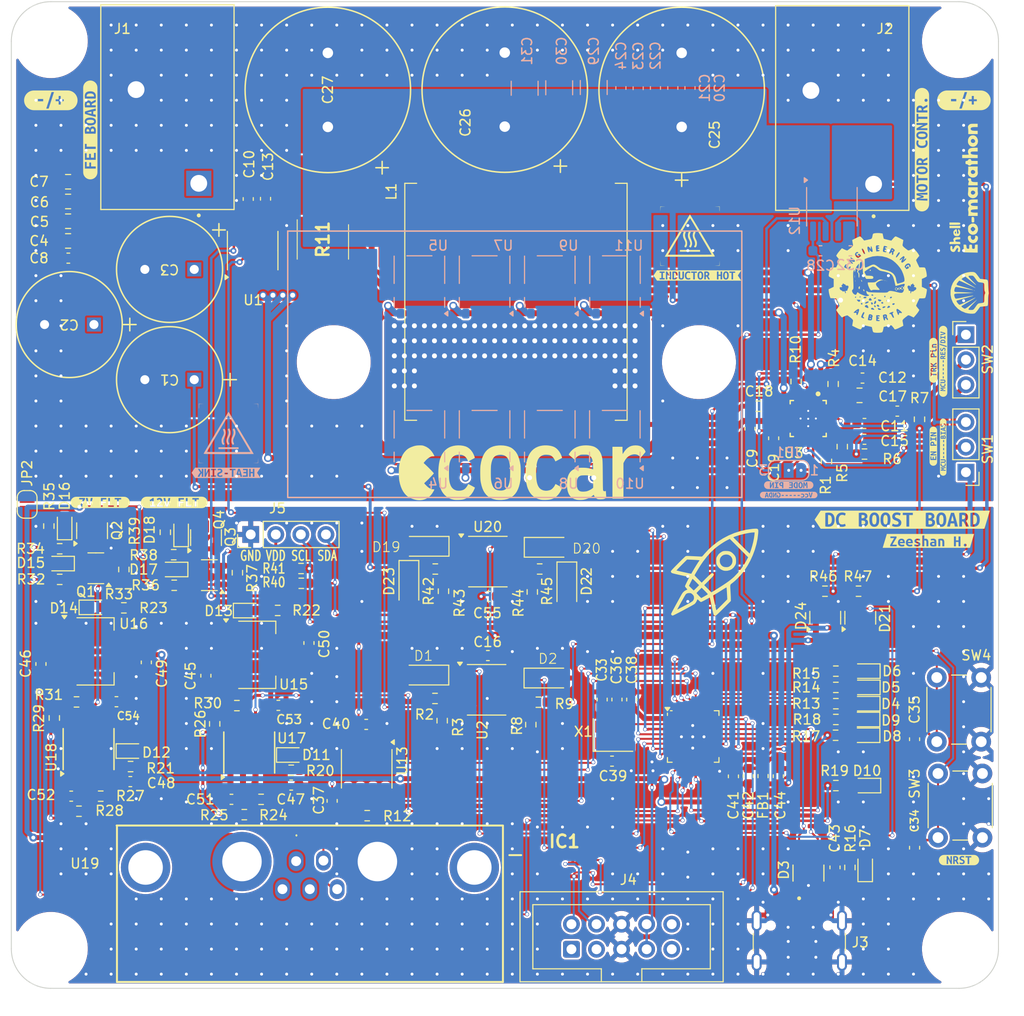
<source format=kicad_pcb>
(kicad_pcb (version 20241229) (generator "pcbnew") (generator_version "9.0")
  (layers (0 "F.Cu" signal) (2 "B.Cu" signal) (13 "F.Paste" user) (15 "B.Paste" user) (5 "F.SilkS" user "F.Silkscreen") (7 "B.SilkS" user "B.Silkscreen") (1 "F.Mask" user) (3 "B.Mask" user) (25 "Edge.Cuts" user))
  (net 0 "")
  (net 1 "+5V")
  (net 2 "GND")
  (net 3 "GNDA")
  (net 4 "Net-(U3-SS)")
  (net 5 "Net-(U3-COMP)")
  (net 6 "Net-(U3-VREF_RANGE)")
  (net 7 "Net-(U3-HB)")
  (net 8 "+3V3")
  (net 9 "UNPROTECTED_12V")
  (net 10 "UNPROTECTED_7V")
  (net 11 "+12V")
  (net 12 "+7V")
  (net 13 "Net-(D7-A)")
  (net 16 "/Boost-Circuit/IN_CURR")
  (net 17 "Net-(U3-RT)")
  (net 18 "/Boost-Circuit/OUT_CURR")
  (net 19 "Net-(U3-PGOOD)")
  (net 20 "/Boost-Circuit/VOLT_IN_2")
  (net 23 "/Low Side/NRST")
  (net 24 "/Boost-Circuit/INPUT_CURR")
  (net 25 "/Boost-Circuit/OUTPUT_CURR")
  (net 26 "+3V3A")
  (net 27 "/Low Side/USB_D+")
  (net 28 "/Boost-Circuit/TRK")
  (net 29 "/Low Side/USB_D-")
  (net 30 "/Low Side/ISO_VOLT_INPUT_TERMINAL")
  (net 31 "/Low Side/ISO_VOLT_OUTPUT_TERMINAL")
  (net 32 "/Low Side/VOLT_TUNE_D{slash}A")
  (net 33 "/Low Side/SWCLK")
  (net 38 "/Low Side/SWDIO")
  (net 39 "/Low Side/OLED_SDA")
  (net 40 "/Low Side/OLED_SCL")
  (net 41 "/Low Side/FLT_{7}")
  (net 42 "/Low Side/FLT_{12}")
  (net 43 "/Low Side/CAN_H")
  (net 44 "Net-(U2A-+)")
  (net 45 "Net-(U2B-+)")
  (net 46 "Net-(D16-K)")
  (net 47 "/Low Side/CAN_L")
  (net 48 "/Low Side/LED3")
  (net 49 "/Low Side/LED2")
  (net 50 "/Low Side/LED1")
  (net 51 "/Low Side/LED5")
  (net 52 "Net-(D3-Pad3)")
  (net 53 "Net-(D8-A)")
  (net 54 "Net-(D9-A)")
  (net 55 "Net-(D10-A)")
  (net 56 "Net-(D11-A)")
  (net 57 "Net-(D12-A)")
  (net 58 "Net-(D13-A)")
  (net 59 "Net-(D14-A)")
  (net 60 "/Low Side/LED4")
  (net 61 "/Low Side/CAN_LED")
  (net 62 "/Low Side/12V_ILM")
  (net 63 "Net-(U1-FILTER)")
  (net 64 "/Boost-Circuit/V_Load")
  (net 65 "/Boost-Circuit/CSN")
  (net 66 "Net-(D3-Pad1)")
  (net 67 "Net-(D4-A)")
  (net 68 "Net-(D5-A)")
  (net 69 "/Boost-Circuit/Vcc")
  (net 70 "Net-(D15-A)")
  (net 71 "GNDREF")
  (net 72 "/Low Side/7V_ILM")
  (net 73 "/Low Side/CAN_STBY")
  (net 74 "Net-(D6-A)")
  (net 75 "/Boost-Circuit/VOLT_IN_1")
  (net 76 "Net-(D16-A)")
  (net 77 "Net-(D17-K)")
  (net 78 "Net-(D17-A)")
  (net 79 "/Low Side/CAN_RX")
  (net 80 "/Low Side/CAN_TX")
  (net 81 "/Boost-Circuit/Enable_Pin")
  (net 82 "Net-(D15-K)")
  (net 83 "/Boost-Circuit/CSP")
  (net 84 "Net-(SW1-B)")
  (net 85 "Net-(SW2-A)")
  (net 86 "Net-(D18-K)")
  (net 87 "Net-(D18-A)")
  (net 88 "Net-(SW2-C)")
  (net 89 "/Low Side/CLK_OUT")
  (net 90 "Net-(SW2-B)")
  (net 91 "Net-(JP1-C)")
  (net 92 "/Enable Pin/Enable_Pin_MCU")
  (net 93 "/Boost-Circuit/Low_Fets")
  (net 94 "Net-(C14-Pad1)")
  (net 95 "Net-(U12-FILTER)")
  (net 96 "Net-(U14-PB8)")
  (net 97 "Net-(U17-dV{slash}dT)")
  (net 98 "Net-(U18-dV{slash}dT)")
  (net 99 "Net-(U20A-+)")
  (net 100 "Net-(U20B-+)")
  (net 101 "Net-(U17-EN{slash}UVLO)")
  (net 102 "Net-(U17-OVLO)")
  (net 103 "Net-(U18-EN{slash}UVLO)")
  (net 104 "Net-(U18-OVLO)")
  (net 105 "Net-(U10-G)")
  (net 106 "Net-(U11-G)")
  (footprint "Capacitor_SMD:C_0603_1608Metric" (layer "F.Cu") (at 150.94059 156.49 -90)
    (property "Reference" "C43")
    (property "Value" "100n")
  )
  (footprint "Capacitor_SMD:C_0603_1608Metric" (layer "F.Cu") (at 130.35 139.48 90)
    (property "Reference" "C38")
    (property "Value" "100n")
  )
  (footprint "Package_TO_SOT_SMD:SOT-223-3_TabPin2" (layer "F.Cu") (at 92.38125 134.95)
    (property "Reference" "U15")
    (property "Value" "AZ1117IH-5.0")
  )
  (footprint "LED_SMD:LED_0603_1608Metric" (layer "F.Cu") (at 154 141.5 180)
    (property "Reference" "D9")
    (property "Value" "Green")
  )
  (footprint "ecocad_lib_footprints:SOT-23-3_Adjusted" (layer "F.Cu") (at 75.6788 122.3717 90)
    (property "Reference" "Q2")
    (property "Value" "SI2302A-TPMSCT-ND")
  )
  (footprint "Capacitor_SMD:C_0603_1608Metric" (layer "F.Cu") (at 142.15 147.2375 -90)
    (property "Reference" "C42")
    (property "Value" "1u")
  )
  (footprint "Resistor_SMD:R_0603_1608Metric" (layer "F.Cu") (at 71.3 121.9 -90)
    (property "Reference" "R35")
    (property "Value" "7.5k")
  )
  (footprint "kibuzzard-67B58E58" (layer "F.Cu") (at 84 119.5)
    (property "Reference" "kibuzzard-67B58E58" (hide yes))
    (property "Value" "G***" (hide yes))
  )
  (footprint "Diode_SMD:D_SOD-123" (layer "F.Cu") (at 123.775 127.9 -90)
    (property "Reference" "D22")
    (property "Value" "MMSZ5266BT1G")
  )
  (footprint "LED_SMD:LED_0603_1608Metric" (layer "F.Cu") (at 154.025 136.6 180)
    (property "Reference" "D6")
    (property "Value" "Green")
  )
  (footprint "Resistor_SMD:R_0603_1608Metric" (layer "F.Cu") (at 96.875 127.7)
    (property "Reference" "R40")
    (property "Value" "4k7")
  )
  (footprint "Resistor_SMD:R_0603_1608Metric" (layer "F.Cu") (at 95.85 146.645 180)
    (property "Reference" "R20")
    (property "Value" "7.5k")
  )
  (footprint "Resistor_SMD:R_0603_1608Metric" (layer "F.Cu") (at 83.95 124.8 180)
    (property "Reference" "R38")
    (property "Value" "7.5k")
  )
  (footprint "LED_SMD:LED_0603_1608Metric" (layer "F.Cu") (at 154 143.1 180)
    (property "Reference" "D8")
    (property "Value" "Blue")
  )
  (footprint "Capacitor_SMD:C_0603_1608Metric" (layer "F.Cu") (at 159 143.5 90)
    (property "Reference" "C35")
    (property "Value" "100n")
  )
  (footprint "LOGO" (layer "F.Cu") (at 155.25 97.25)
    (property "Reference" "G***" (hide yes))
    (property "Value" "LOGO" (hide yes))
  )
  (footprint "Capacitor_SMD:C_0603_1608Metric" (layer "F.Cu") (at 140.65 147.2625 -90)
    (property "Reference" "C41")
    (property "Value" "10n")
  )
  (footprint "ecocad_lib_footprints:PHOENIX_1017521" (layer "F.Cu") (at 90.062 69.0625 180)
    (property "Reference" "J1")
    (property "Value" "PHNX_CONN_1017521")
  )
  (footprint "Package_SO:TI_SO-PowerPAD-8" (layer "F.Cu") (at 91.6 144.8475 90)
    (property "Reference" "U17")
    (property "Value" "TPS259631")
  )
  (footprint "Resistor_SMD:R_0603_1608Metric" (layer "F.Cu") (at 149.925 128.5)
    (property "Reference" "R46")
    (property "Value" "10")
  )
  (footprint "Resistor_SMD:R_0603_1608Metric" (layer "F.Cu") (at 151.025 148.2)
    (property "Reference" "R19")
    (property "Value" "220R")
  )
  (footprint "ecocad_lib_footprints:SOT-23-3_Adjusted" (layer "F.Cu") (at 76.0598 126.1759 180)
    (property "Reference" "Q1")
    (property "Value" "SI2302A-TPMSCT-ND")
  )
  (footprint "Package_SO:TI_SO-PowerPAD-8" (layer "F.Cu") (at 75.325 144.5025 90)
    (property "Reference" "U18")
    (property "Value" "TPS259631")
  )
  (footprint "Resistor_SMD:R_0603_1608Metric" (layer "F.Cu") (at 91.1 151.145)
    (property "Reference" "R25")
    (property "Value" "1k")
  )
  (footprint "Resistor_SMD:R_0603_1608Metric" (layer "F.Cu") (at 96.85 126.2)
    (property "Reference" "R41")
    (property "Value" "4k7")
  )
  (footprint "Resistor_SMD:R_0603_1608Metric" (layer "F.Cu") (at 121.025 126.25 180)
    (property "Reference" "R45")
    (property "Value" "68k")
  )
  (footprint "Capacitor_SMD:C_0603_1608Metric" (layer "F.Cu") (at 153.725 106.900001)
    (property "Reference" "C14")
    (property "Value" "12n")
  )
  (footprint "LED_SMD:LED_0603_1608Metric" (layer "F.Cu") (at 95.85 145.1)
    (property "Reference" "D11")
    (property "Value" "BLUE")
  )
  (footprint "Capacitor_SMD:C_0603_1608Metric" (layer "F.Cu") (at 157.25 110.25 180)
    (property "Reference" "C17")
    (property "Value" "22u")
  )
  (footprint "Package_TO_SOT_SMD:SOT-23" (layer "F.Cu") (at 153.5 131.1875 90)
    (property "Reference" "D21")
    (property "Value" "BAT54S")
  )
  (footprint "Capacitor_SMD:C_0603_1608Metric" (layer "F.Cu") (at 128.85 139.48 90)
    (property "Reference" "C36")
    (property "Value" "100n")
  )
  (footprint "MountingHole:MountingHole_3.5mm" (layer "F.Cu") (at 100.159 105.282)
    (property "Reference" "H6" (hide yes))
    (property "Value" "MountingHole")
  )
  (footprint "NetTie:NetTie-2_SMD_Pad0.5mm" (layer "F.Cu") (at 153.925 110.425)
    (property "Reference" "NT1" (hide yes))
    (property "Value" "NetTie_2" (hide yes))
  )
  (footprint "Capacitor_SMD:C_0603_1608Metric" (layer "F.Cu") (at 93.25 88.725 -90)
    (property "Reference" "C13")
    (property "Value" "10n")
  )
  (footprint "ecocad_lib_footprints:CSS2H3920RL700F" (layer "F.Cu") (at 99.06 92.85 90)
    (property "Reference" "R11")
    (property "Value" "0.750u" (hide yes))
  )
  (footprint "Capacitor_SMD:C_0603_1608Metric" (layer "F.Cu") (at 115.775 135.025 180)
    (property "Reference" "C16")
    (property "Value" "0u1")
  )
  (footprint "Jumper:SolderJumper-2_P1.3mm_Open_RoundedPad1.0x1.5mm" (layer "F.Cu") (at 69.1 119.7 -90)
    (property "Reference" "JP2")
    (property "Value" "SolderJumper_2_Open")
  )
  (footprint "LOGO" (layer "F.Cu") (at 164.25 90.75 90)
    (property "Reference" "G***" (hide yes))
    (property "Value" "LOGO" (hide yes))
  )
  (footprint "Package_SO:SOIC-8_3.9x4.9mm_P1.27mm" (layer "F.Cu") (at 103.5 146.5 -90)
    (property "Reference" "U13")
    (property "Value" "MCP2542FD")
  )
  (footprint "Resistor_SMD:R_0603_1608Metric" (layer "F.Cu") (at 120.895 139.75 180)
    (property "Reference" "R9")
    (property "Value" "100k")
  )
  (footprint "Capacitor_SMD:C_0603_1608Metric" (layer "F.Cu") (at 97.65 133.75 -90)
    (property "Reference" "C50")
    (property "Value" "22u")
  )
  (footprint "Capacitor_SMD:C_0603_1608Metric" (layer "F.Cu") (at 79.555 147.7975 180)
    (property "Reference" "C48")
    (property "Value" "1u")
  )
  (footprint "Resistor_SMD:R_0603_1608Metric" (layer "F.Cu") (at 83.1 122.525 -90)
    (property "Reference" "R39")
    (property "Value" "7.5k")
  )
  (footprint "LED_SMD:LED_0603_1608Metric" (layer "F.Cu") (at 154 156.45 90)
    (property "Reference" "D7")
    (property "Value" "Blue")
  )
  (footprint "ecocad_lib_footprints:D_SOD_123_M" (layer "F.Cu") (at 121.75 137.25)
    (property "Reference" "D2")
    (property "Value" "MMSZ5226B-7-F")
  )
  (footprint "Capacitor_SMD:C_0603_1608Metric" (layer "F.Cu") (at 103.45 142 180)
    (property "Reference" "C40")
    (property "Value" "100n")
  )
  (footprint "ecocad_lib_footprints:PHOENIX_1017521" (layer "F.Cu") (at 158.425 69.15 180)
    (property "Reference" "J2")
    (property "Value" "PHNX_CONN_1017521")
  )
  (footprint "Resistor_SMD:R_0603_1608Metric" (layer "F.Cu") (at 79.58 146.2725)
    (property "Reference" "R21")
    (property "Value" "7.5k")
  )
  (footprint "Resistor_SMD:R_0603_1608Metric" (layer "F.Cu") (at 94.48125 130.45 180)
    (property "Reference" "R22")
    (property "Value" "7.5k")
  )
  (footprint "kibuzzard-6743FE8B" (layer "F.Cu") (at 159.75 83.75 90)
    (property "Reference" "kibuzzard-6743FE8B" (hide yes))
    (property "Value" "G***" (hide yes))
  )
  (footprint "Resistor_SMD:R_0603_1608Metric" (layer "F.Cu") (at 72.4 127.3)
    (property "Reference" "R32")
    (property "Value" "12k")
  )
  (footprint "Resistor_SMD:R_0603_1608Metric" (layer "F.Cu") (at 92.8 149.595)
    (property "Reference" "R24")
    (property "Value" "10k")
  )
  (footprint "Package_SO:SOIC-8_3.9x4.9mm_P1.27mm" (layer "F.Cu") (at 115.645 138.495)
    (property "Reference" "U2")
    (property "Value" "MCP6007")
  )
  (footprint "Resistor_SMD:R_0603_1608Metric" (layer "F.Cu") (at 74.35 150.8)
    (property "Reference" "R28")
    (property "Value" "1k")
  )
  (footprint "Resistor_SMD:R_0603_1608Metric" (layer "F.Cu") (at 103.55 151.25 180)
    (property "Reference" "R12")
    (property "Value" "R")
  )
  (footprint "Capacitor_SMD:C_0603_1608Metric" (layer "F.Cu") (at 144.725 113 -90)
    (property "Reference" "C19")
    (property "Value" "4u7")
  )
  (footprint "MountingHole:MountingHole_3.5mm" (layer "F.Cu") (at 163.5 164.75)
    (property "Reference" "H4" (hide yes))
    (property "Value" "MountingHole" (hide yes))
  )
  (footprint "Resistor_SMD:R_0603_1608Metric" (layer "F.Cu") (at 74.105 139.7225)
    (property "Reference" "R31")
    (property "Value" "1k2")
  )
  (footprint "Resistor_SMD:R_0603_1608Metric" (layer "F.Cu") (at 88.1 141.945 -90)
    (property "Reference" "R26")
    (property "Value" "1k")
  )
  (footprint "LED_SMD:LED_0603_1608Metric" (layer "F.Cu") (at 75.85 130.1375)
    (property "Reference" "D14")
    (property "Value" "Blue")
  )
  (footprint "Resistor_SMD:R_0603_1608Metric" (layer "F.Cu") (at 150.075 115.350001 -90)
    (property "Reference" "R1")
    (property "Value" "50k")
  )
  (footprint "Resistor_SMD:R_0603_1608Metric" (layer "F.Cu") (at 152.45 156.5 90)
    (property "Reference" "R16")
    (property "Value" "7.5k")
  )
  (footprint "Capacitor_SMD:C_0603_1608Metric" (layer "F.Cu") (at 145.2 147.25 90)
    (property "Reference" "C44")
    (property "Value" "1u")
  )
  (footprint "LED_SMD:LED_0603_1608Metric" (layer "F.Cu") (at 83.9 126.3 180)
    (property "Reference" "D17")
    (property "Value" "Red")
  )
  (footprint "Capacitor_SMD:C_0603_1608Metric" (layer "F.Cu") (at 73.565 149.2725)
    (property "Reference" "C52")
    (property "Value" "2n2")
  )
  (footprint "Resistor_SMD:R_0603_1608Metric" (layer "F.Cu") (at 111.145 141.62 -90)
    (property "Reference" "R3")
    (property "Value" "200k")
  )
  (footprint "Connector_PinHeader_2.54mm:PinHeader_1x03_P2.54mm_Vertical" (layer "F.Cu") (at 164.2 102.5)
    (property "Reference" "SW2")
    (property "Value" "SW_SPDT")
  )
  (footprint "Connector_USB:USB_C_Receptacle_GCT_USB4105-xx-A_16P_TopMnt_Horizontal" (layer "F.Cu") (at 147.325 165)
    (property "Reference" "J3")
    (property "Value" "USB_C_Receptacle_USB2.0_14P")
  )
  (footprint "LED_SMD:LED_0603_1608Metric" (layer "F.Cu") (at 154.0875 148.2 180)
    (property "Reference" "D10")
    (property "Value" "Red")
  )
  (footprint "Resistor_SMD:R_0603_1608Metric" (layer "F.Cu") (at 153.325 128.5)
    (property "Reference" "R47")
    (property "Value" "10")
  )
  (footprint "Capacitor_SMD:C_0603_1608Metric" (layer "F.Cu") (at 73.2712 94.7454 180)
    (property "Reference" "C8")
    (property "Value" "1u")
  )
  (footprint "LED_SMD:LED_0603_1608Metric" (layer "F.Cu") (at 84.7 122.5 90)
    (property "Reference" "D18")
    (property "Value" "Green")
  )
  (footprint "Button_Switch_THT:SW_PUSH_6mm_H5mm" (layer "F.Cu") (at 161.25 143.75 90)
    (property "Reference" "SW4")
    (property "Value" "O/P Voltage Adjust")
  )
  (footprint "Resistor_SMD:R_0603_1608Metric" (layer "F.Cu") (at 90.35 140.095)
    (property "Reference" "R30")
    (property "Value" "1k2")
  )
  (footprint "Capacitor_SMD:C_0603_1608Metric" (layer "F.Cu") (at 159 154.5 90)
    (property "Reference" "C34")
    (property "Value" "100n")
  )
  (footprint "Package_TO_SOT_SMD:SOT-23" (layer "F.Cu") (at 149.95 131.1875 90)
    (property "Reference" "D24")
    (property "Value" "BAT54S")
  )
  (footprint "Resistor_SMD:R_0603_1608Metric" (layer "F.Cu") (at 143.175 109.75)
    (property "Reference" "C18")
    (property "Value" "100n")
  )
  (footprint "Inductor_SMD:L_0603_1608Metric" (layer "F.Cu") (at 143.65 147.2375 -90)
    (property "Reference" "FB1")
    (property "Value" "300R")
  )
  (footprint "Capacitor_SMD:C_0805_2012Metric" (layer "F.Cu") (at 153.425 108.650001)
    (property "Reference" "C12")
    (property "Value" "220p")
  )
  (footprint "Capacitor_SMD:C_0603_1608Metric" (layer "F.Cu") (at 115.875 129.025)
    (property "Reference" "C55")
    (property "Value" "0u1")
  )
  (footprint "Resistor_SMD:R_0603_1608Metric" (layer "F.Cu") (at 110.42 139.37 180)
    (property "Reference" "R2")
    (property "Value" "100k")
  )
  (footprint "Capacitor_SMD:C_0603_1608Metric" (layer "F.Cu") (at 78.15 139.7 180)
    (property "Reference" "C54")
    (property "Value" "1u")
  )
  (footprint "Resistor_SMD:R_0603_1608Metric" (layer "F.Cu") (at 151.025 141.5)
    (property "Reference" "R18")
    (property "Value" "220R")
  )
  (footprint "kibuzzard-67392652" (layer "F.Cu") (at 71.5 78.75 180)
    (property "Reference" "kibuzzard-67392652" (hide yes))
    (property "Value" "G***" (hide yes))
  )
  (footprint "ecocad_lib_footprints:SOT65P210X110-5N" (layer "F.Cu") (at 123.55 156.75)
    (property "Reference" "IC1")
    (property "Value" "ESDALC6V1W5" (hide yes))
  )
  (footprint "Resistor_SMD:R_0603_1608Metric" (layer "F.Cu") (at 90.4 126.625 90)
    (property "Reference" "R37")
    (property "Value" "30k")
  )
  (footprint "ecocad_lib_footprints:SOT-23-3_Adjusted" (layer "F.Cu") (at 87.2216 123.0703 90)
    (property "Reference" "Q4")
    (property "Value" "SI2302A-TPMSCT-ND")
  )
  (footprint "Resistor_SMD:R_0603_1608Metric" (layer "F.Cu") (at 111.275 128.5 -90)
    (property "Reference" "R43")
    (property "Value" "3k")
  )
  (footprint "ecocad_lib_footprints:DB7W2-Male" (layer "F.Cu") (at 97.723 157.456)
    (property "Reference" "U19")
    (property "Value" "~" (hide yes))
  )
  (footprint "ecocad_lib_footprints:CAP_PAN_10X20_PAN" (layer "F.Cu") (at 86.0298 107.061 180)
    (property "Reference" "C1")
    (property "Value" "470u")
  )
  (footprint "Capacitor_SMD:C_0603_1608Metric" (layer "F.Cu") (at 87.20625 137.0625 -90)
    (property "Reference" "C45")
    (property "Value" "10u")
  )
  (footprint "Resistor_SMD:R_0603_1608Metric" (layer "F.Cu") (at 120.125 142.025 -90)
    (property "Reference" "R8")
    (property "Value" "200k")
  )
  (footprint "Resistor_SMD:R_0603_1608Metric" (layer "F.Cu") (at 151 143.1)
    (property "Reference" "R17")
    (property "Value" "220R")
  )
  (footprint "Resistor_SMD:R_0603_1608Metric" (layer "F.Cu") (at 151.675 113.850001 -90)
    (property "Reference" "R5")
    (property "Value" "6k98")
  )
  (footprint "ecocad_lib_footprints:Display_128x64_096_I2C" (layer "F.Cu") (at 95.56 122.75)
    (property "Reference" "J5")
    (property "Value" "OLED")
  )
  (footprint "Resistor_SMD:R_0603_1608Metric" (layer "F.Cu") (at 72.4 124.2 180)
    (property "Reference" "R34")
    (property "Value" "7.5k")
  )
  (footprint "Diode_SMD:D_SOD-123" (layer "F.Cu") (at 107.775 127.75 -90)
    (property "Reference" "D23")
    (property "Value" "MMSZ5257BT1G")
  )
  (footprint "LOGO" (layer "F.Cu") (at 138.75 126.5)
    (property "Reference" "G***" (hide yes))
    (property "Value" "LOGO" (hide yes))
  )
  (footprint "Capacitor_SMD:C_0603_1608Metric" (layer "F.Cu") (at 153.924999 113.100001)
    (property "Reference" "C15")
    (property "Value" "470p")
  )
  (footprint "ecocad_lib_footprints:CAP_PAN_10X20_PAN" (layer "F.Cu") (at 75.8698 101.473 180)
    (property "Reference" "C2")
    (property "Value" "470u")
  )
  (footprint "Capacitor_SMD:C_0603_1608Metric" (layer "F.Cu") (at 142.325 112.025 -90)
    (property "Reference" "C9")
    (property "Value" "1u")
  )
  (footprint "Resistor_SMD:R_0603_1608Metric" (layer "F.Cu") (at 76.555 149.2725)
    (property "Reference" "R27")
    (property "Value" "8k")
  )
  (footprint "Resistor_SMD:R_0603_1608Metric" (layer "F.Cu") (at 78.9 126.3 90)
    (property "Reference" "R33")
    (property "Value" "30k")
  )
  (footprint "Connector_PinHeader_2.54mm:PinHeader_1x03_P2.54mm_Vertical" (layer "F.Cu") (at 164.2 116.44 180)
    (property "Reference" "SW1")
    (property "Value" "SW_SPDT")
  )
  (footprint "ecocad_lib_footprints:SOT95P280X145-6N" (layer "F.Cu") (at 148.25 157.07 90)
    (property "Reference" "D3")
    (property "Value" "USBLC6-2SC6")
  )
  (footprint "Capacitor_SMD:C_0603_1608Metric" (layer "F.Cu") (at 153.924999 111.5)
    (property "Reference" "C11")
    (property "Value" "47u")
  )
  (footprint "Package_SO:SOIC-8_3.9x4.9mm_P1.27mm" (layer "F.Cu") (at 115.775 125.5)
    (property "Reference" "U20")
    (property "Value" "MCP6007")
  )
  (footprint "Button_Switch_THT:SW_PUSH_6mm_H5mm" (layer "F.Cu") (at 165.875 146.975 -90)
    (property "Reference" "SW3")
    (property "Value" "RESET")
  )
  (footprint "Resistor_SMD:R_0603_1608Metric" (layer "F.Cu") (at 151.025 139.9)
    (property "Reference" "R13")
    (property "Value" "220R")
  )
  (footprint "ecocad_lib_footprints:CAP_YX_16X31P5_RUB" (layer "F.Cu") (at 99.5624 81.44225 90)
    (property "Reference" "C27")
    (property "Value" "470u")
  )
  (footprint "kibuzzard-67BA3C10" (layer "F.Cu") (at 163.5 155.75)
    (property "Reference" "kibuzzard-67BA3C10" (hide yes))
    (property "Value" "G***" (hide yes))
  )
  (footprint "Crystal:Crystal_SMD_3225-4Pin_3.2x2.5mm" (layer "F.Cu") (at 128.45 143.07375)
    (property "Reference" "X1")
    (property "Value" "OXETDLJANF-8MHZ")
  )
  (footprint "Capacitor_SMD:C_0805_2012Metric" (layer "F.Cu") (at 73.25 89 180)
    (property "Reference" "C6")
    (property "Value" "22u")
  )
  (footprint "Resistor_SMD:R_0603_1608Metric" (layer "F.Cu") (at 110.45 126.25 180)
    (property "Reference" "R42")
    (property "Value" "27k")
  )
  (footprint "LED_SMD:LED_0603_1608Metric" (layer "F.Cu") (at 154.025 138.25 180)
    (property "Reference" "D5")
    (property "Value" "Red")
  )
  (footprint "Capacitor_SMD:C_0603_1608Metric" (layer "F.Cu") (at 100 149.75 90)
    (property "Reference" "C37")
    (property "Value" "100n")
  )
  (footprint "Capacitor_SMD:C_0603_1608Metric" (layer "F.Cu") (at 127.35 139.48 90)
    (property "Reference" "C33")
    (property "Value" "4u7")
  )
  (footprint "MountingHole:MountingHole_3.5mm" (layer "F.Cu") (at 137.159 105.282)
    (property "Reference" "H5" (hide yes))
    (property "Value" "MountingHole")
  )
  (footprint "kibuzzard-67B591A9" (layer "F.Cu") (at 157.75 121.25)
    (property "Reference" "kibuzzard-67B591A9" (hide yes))
    (property "Value" "G***" (hide yes))
  )
  (footprint "Resistor_SMD:R_0603_1608Metric" (layer "F.Cu") (at 84 127.9)
    (property "Reference" "R36")
    (property "Value" "12k")
  )
  (footprint "Package_TO_SOT_SMD:SOT-223-3_TabPin2" (layer "F.Cu") (at 76 134.6)
    (property "Reference" "U16")
    (property "Value" "AZ1117IH-3.3")
  )
  (footprint "ecocad_lib_footprints:RGR0020C-MFG" (layer "F.Cu") (at 148.225 111 -90)
    (property "Reference" "U3")
    (property "Value" "LM51231QRGRRQ1")
  )
  (footprint "ecocad_lib_footprints:D_SOD_123_M" (layer "F.Cu") (at 109.5 137.05 180)
    (property "Reference" "D1")
    (property "Value" "MMSZ5226B-7-F")
  )
  (footprint "ecocad_lib_footprints:SOT-23-3_Adjusted" (layer "F.Cu") (at 87.5615 126.8748 180)
    (property "Reference" "Q3")
    (property "Value" "SI2302A-TPMSCT-ND")
  )
  (footprint "Resistor_SMD:R_0603_1608Metric" (layer "F.Cu") (at 159.5 111.075 -90)
    (property "Reference" "R7")
    (property "Value" "25k")
  )
  (footprint "Capacitor_SMD:C_0603_1608Metric" (layer "F.Cu") (at 128.35 145.72375)
    (property "Reference" "C39")
    (property "Value" "100n")
  )
  (footprint "ecocad_lib_footprints:CAP_PAN_10X20_PAN" (layer "F.Cu") (at 86.0298 95.885 180)
    (property "Reference" "C3")
    (property "Value" "470u")
  )
  (footprint "Capacitor_SMD:C_0603_1608Metric" (layer "F.Cu") (at 94.55 140.07 180)
    (property "Reference" "C53")
    (property "Value" "1u")
  )
  (footprint "kibuzzard-67B58E6E" (layer "F.Cu") (at 76.5 119.5)
    (property "Reference" "kibuzzard-67B58E6E" (hide yes))
    (property "Value" "G***" (hide yes))
  )
  (footprint "MountingHole:MountingHole_3.5mm" (layer "F.Cu") (at 71.5 164.75)
    (property "Reference" "H3" (hide yes))
    (property "Value" "MountingHole" (hide yes))
  )
  (footprint "Capacitor_SMD:C_0603_1608Metric" (layer "F.Cu") (at 89.8 149.595)
    (property "Reference" "C51")
    (property "Value" "2n2")
  )
  (footprint "kibuzzard-69165839" (layer "F.Cu") (at 160.4 123.4)
    (property "Reference" "kibuzzard-69165839" (hide yes))
    (property "Value" "G***" (hide yes))
  )
  (footprint "Resistor_SMD:R_0603_1608Metric" (layer "F.Cu") (at 153.924999 114.600001)
    (property "Reference" "R6")
    (property "Value" "28k")
  )
  (footprint "RB_FTP:ecocar_logo" (layer "F.Cu") (at 119.25 116.5)
    (property "Reference" "G***" (hide yes))
    (property "Value" "LOGO" (hide yes))
  )
  (footprint "ecocad_lib_footprints:D_SOD_123_M" (layer "F.Cu") (at 121.775 124)
    (property "Reference" "D20")
    (property "Value" "MMSZ5226B-7-F")
  )
  (footprint "Capacitor_SMD:C_0603_1608Metric" (layer "F.Cu") (at 91.5 88.75 90)
    (property "Reference" "C10")
    (property "Value" "100n")
  )
  (footprint "Capacitor_SMD:C_0805_2012Metric" (layer "F.Cu") (at 73.25 93 180)
    (property "Reference" "C4")
    (property "Value" "22u")
  )
  (footprint "LOGO" (layer "F.Cu") (at 136.25 92.5)
    (property "Reference" "G***" (hide yes))
    (property "Value" "LOGO" (hide yes))
  )
  (footprint "Resistor_SMD:R_0603_1608Metric" (layer "F.Cu") (at 120.275 128.575 -90)
    (property "Reference" "R44")
    (property "Value" "3k6")
  )
  (footprint "Capacitor_SMD:C_0805_2012Metric" (layer "F.Cu") (at 73.25 91 180)
    (property "Reference" "C5")
    (property "Value" "22u")
  )
  (footprint "Resistor_SMD:R_0603_1608Metric" (layer "F.Cu") (at 147 107.250001 90)
    (property "Reference" "R10")
    (property "Value" "100k")
  )
  (footprint "kibuzzard-67B37DE2" (layer "F.Cu") (at 137 96.5)
    (property "Reference" "kibuzzard-67B37DE2" (hide yes))
    (property "Value" "G***" (hide yes))
  )
  (footprint "kibuzzard-6743FE6D" (layer "F.Cu") (at 75.5 81.75 90)
    (property "Reference" "kibuzzard-6743FE6D" (hide yes))
    (property "Value" "G***" (hide yes))
  )
  (footprint "Capacitor_SMD:C_0603_1608Metric" (layer "F.Cu") (at 81.175 135.7125 -90)
    (property "Reference" "C49")
    (property "Value" "22u")
  )
  (footprint "Resistor_SMD:R_0603_1608Metric" (layer "F.Cu") (at 151.025 138.25)
    (property "Reference" "R14")
    (property "Value" "220R")
  )
  (footprint "ecocad_lib_footprints:D_SOD_123_M" (layer "F.Cu") (at 109.525 124 180)
    (property "Reference" "D19")
    (property "Value" "MMSZ5226B-7-F")
  )
  (footprint "LED_SMD:LED_0603_1608Metric" (layer "F.Cu") (at 72.9 121.8 90)
    (property "Reference" "D16")
    (property "Value" "Green")
  )
  (footprint "LED_SMD:LED_0603_1608Metric" (layer "F.Cu") (at 79.6 144.7)
    (property "Reference" "D12")
    (property "Value" "BLUE")
  )
  (footprint "Resistor_SMD:R_0603_1608Metric" (layer "F.Cu") (at 151.025 136.6)
    (property "Reference" "R15")
    (property "Value" "220R")
  )
  (footprint "MountingHole:MountingHole_3.5mm" (layer "F.Cu") (at 71.5 72.75)
    (property "Reference" "H1" (hide yes))
    (property "Value" "MountingHole" (hide yes))
  )
  (footprint "kibuzzard-67B8F6AB" (layer "F.Cu") (at 161.9 105.2 90)
    (property "Reference" "kibuzzard-67B8F6AB" (hide yes))
    (property "Value" "G***" (hide yes))
  )
  (footprint "LED_SMD:LED_0603_1608Metric" (layer "F.Cu") (at 91.48125 130.4625)
    (property "Reference" "D13")
    (property "Value" "Blue")
  )
  (footprint "ecocad_lib_footprints:CAP_YX_16X31P5_RUB" (layer "F.Cu") (at 117.4845 81.414 90)
    (property "Reference" "C26")
    (property "Value" "470u")
  )
  (footprint "ecocad_lib_footprints:L_Kemet_3u3" (layer "F.Cu") (at 118.618 99.168 -90)
    (property "Reference" "L1")
    (property "Value" "2.2u")
  )
  (footprint "ecocad_lib_footprints:IDC-STM32-Prog-Header_2x05_P2.54mm_Vertical" (layer "F.Cu") (at 124.24 164.79 90)
    (property "Reference" "J4")
    (property "Value" "STM32-Prog-Header")
  )
  (footprint "Resistor_SMD:R_0603_1608Metric" (layer "F.Cu") (at 71.855 141.3475 -90)
    (property "Reference" "R29")
    (property "Value" "1k2")
  )
  (footprint "Resistor_SMD:R_0603_1608Metric" (layer "F.Cu") (at 78.9 130.1875 180)
    (property "Reference" "R23")
    (property "Value" "7.5k")
  )
  (footprint "ecocad_lib_footprints:CAP_YX_16X31P5_RUB" (layer "F.Cu") (at 135.4066 81.44225 90)
    (property "Reference" "C25")
    (property "Value" "470u")
  )
  (footprint "LED_SMD:LED_0603_1608Metric" (layer "F.Cu") (at 154.0125 139.9 180)
    (property "Reference" "D4")
    (property "Value" "Orange")
  )
  (footprint "kibuzzard-67392652" (layer "F.Cu") (at 164 78.75 180)
    (property "Reference" "kibuzzard-67392652" (hide yes))
    (property "Value" "G***" (hide yes))
  )
  (footprint "Resistor_SMD:R_0603_1608Metric_Pad0.98x0.95mm_HandSolder" (layer "F.Cu") (at 150.75 107.5 90)
    (property "Reference" "R4")
    (property "Value" "15.4k")
  )
  (footprint "Capacitor_SMD:C_0603_1608Metric" (layer "F.Cu") (at 95.85 148.15 180)
    (property "Reference" "C47")
    (property "Value" "1u")
  )
  (footprint "Capacitor_SMD:C_0603_1608Metric" (layer "F.Cu") (at 70.5 135.875 -90)
    (property "Reference" "C46")
    (property "Value" "10u")
  )
  (footprint "MountingHole:MountingHole_3.5mm" (layer "F.Cu") (at 163.5 72.75)
    (property "Reference" "H2" (hide yes))
    (property "Value" "MountingHole" (hide yes))
  )
  (footprint "Capacitor_SMD:C_0805_2012Metric" (layer "F.Cu") (at 73.25 87 180)
    (property "Reference" "C7")
    (property "Value" "22u")
  )
  (footprint "kibuzzard-67B8F697" (layer "F.Cu") (at 160.9 113.8 90)
    (property "Reference" "kibuzzard-67B8F697" (hide yes))
    (property "Value" "G***" (hide yes))
  )
  (footprint "kibuzzard-67B8F68E" (layer "F.Cu") (at 161.9 113.9 90)
    (property "Reference" "kibuzzard-67B8F68E" (hide yes))
    (property "Value" "G***" (hide yes))
  )
  (footprint "Package_DFN_QFN:QFN-32-1EP_5x5mm_P0.5mm_EP3.45x3.45mm" (layer "F.Cu") (at 136.575 143.225)
    (property "Reference" "U14" (hide yes))
    (property "Value" "STM32G491KEUx")
  )
  (footprint "Package_SO:SOIC-8_3.9x4.9mm_P1.27mm" (layer "F.Cu") (at 91.948 93.98 90)
    (property "Reference" "U1")
    (property "Value" "ACS713xLCTR-30A")
  )
  (footprint "kibuzzard-67B540FD" (layer "F.Cu") (at 160.9 105.1 90)
    (property "Reference" "kibuzzard-67B540FD" (hide yes))
    (property "Value" "G***" (hide yes))
  )
  (footprint "LED_SMD:LED_0603_1608Metric" (layer "F.Cu") (at 72.4 125.7 180)
    (property "Reference" "D15")
    (property "Value" "Red")
  )
  (footprint "Capacitor_SMD:C_0603_1608Metric" (layer "B.Cu") (at 129.25 77.5 90)
    (property "Reference" "C24")
    (property "Value" "100n")
  )
  (footprint "ecocad_lib_footprints:PowerMosDFNHybrid" (layer "B.Cu") (at 122.540177 113.715577 90)
    (property "Reference" "U8")
    (property "Value" "NTMFS4D0N08XT1G" (hide yes))
  )
  (footprint "Capacitor_SMD:C_0603_1608Metric" (layer "B.Cu") (at 149.475 94)
    (property "Reference" "C28")
    (property "Value" "100n")
  )
  (footprint "Jumper:SolderJumper-3_P1.3mm_Open_RoundedPad1.0x1.5mm_NumberLabels" (layer "B.Cu") (at 146.25 116.25 180)
    (property "Reference" "JP1")
    (property "Value" "SolderJumper_3_Open")
  )
  (footprint "ecocad_lib_footprints:PowerMosDFNHybrid" (layer "B.Cu") (at 115.936177 113.715577 90)
    (property "Reference" "U6")
    (property "Value" "NTMFS4D0N08XT1G" (hide yes))
  )
  (footprint "kibuzzard-67B37C45" (layer "B.Cu") (at 89.25 116.5 180)
    (property "Reference" "kibuzzard-67B37C45" (hide yes))
    (property "Value" "G***" (hide yes))
  )
  (footprint "ecocad_lib_footprints:PowerMosDFNHybrid" (layer "B.Cu") (at 129.144177 98.044 90)
    (property "Reference" "U11")
    (property "Value" "NTMFS4D0N08XT1G" (hide yes))
  )
  (footprint "Capacitor_SMD:C_1210_3225Metric" (layer "B.Cu") (at 123 77.475 90)
    (property "Reference" "C30")
    (property "Value" "10u")
  )
  (footprint "kibuzzard-67BA362A" (layer "B.Cu") (at 146.25 118.75 180)
    (property "Reference" "kibuzzard-67BA362A" (hide yes))
    (property "Value" "G***" (hide yes))
  )
  (footprint "Capacitor_SMD:C_0603_1608Metric" (layer "B.Cu") (at 132.75 77.5 90)
    (property "Reference" "C22")
    (property "Value" "100n")
  )
  (footprint "ecocad_lib_footprints:PowerMosDFNHybrid" (layer "B.Cu") (at 109.332177 98.044 90)
    (property "Reference" "U5")
    (property "Value" "NTMFS4D0N08XT1G" (hide yes))
  )
  (footprint "ecocad_lib_footprints:PowerMosDFNHybrid" (layer "B.Cu") (at 109.332177 113.715577 90)
    (property "Reference" "U4")
    (property "Value" "NTMFS4D0N08XT1G" (hide yes))
  )
  (footprint "Capacitor_SMD:C_0603_1608Metric" (layer "B.Cu") (at 136.25 77.5 90)
    (property "Reference" "C20")
    (property "Value" "100n")
  )
  (footprint "ecocad_lib_footprints:PowerMosDFNHybrid" (layer "B.Cu") (at 115.936177 98.044 90)
    (property "Reference" "U7")
    (property "Value" "NTMFS4D0N08XT1G" (hide yes))
  )
  (footprint "ecocad_lib_footprints:PowerMosDFNHybrid" (layer "B.Cu") (at 129.129354 113.715577 90)
    (property "Reference" "U10")
    (property "Value" "NTMFS4D0N08XT1G" (hide yes))
  )
  (footprint "LOGO" (layer "B.Cu") (at 89.5 112.5 180)
    (property "Reference" "G***" (hide yes))
    (property "Value" "LOGO" (hide yes))
  )
  (footprint "Capacitor_SMD:C_1210_3225Metric" (layer "B.Cu") (at 126.5 77.45 90)
    (property "Reference" "C29")
    (property "Value" "10u")
  )
  (footprint "kibuzzard-67BA360B" (layer "B.Cu") (at 146.25 117.75 180)
    (property "Reference" "kibuzzard-67BA360B" (hide yes))
    (property "Value" "G***" (hide yes))
  )
  (footprint "Capacitor_SMD:C_0603_1608Metric" (layer "B.Cu") (at 131 77.525 90)
    (property "Reference" "C23")
    (property "Value" "100n")
  )
  (footprint "Capacitor_SMD:C_0603_1608Metric" (layer "B.Cu") (at 134.51 77.5 90)
    (property "Reference" "C21")
    (property "Value" "100n")
  )
  (footprint "Capacitor_SMD:C_0603_1608Metric" (layer "B.Cu") (at 152.5 94)
    (property "Reference" "C32")
    (property "Value" "10n")
  )
  (footprint "Package_SO:SOIC-8_3.9x4.9mm_P1.27mm" (layer "B.Cu") (at 150.622 89.535 -90)
    (property "Reference" "U12")
    (property "Value" "ACS713xLCTR-30A")
  )
  (footprint "Capacitor_SMD:C_1210_3225Metric" (layer "B.Cu") (at 119.5 77.525 90)
    (property "Reference" "C31")
    (property "Value" "10u")
  )
  (footprint "ecocad_lib_footprints:PowerMosDFNHybrid" (layer "B.Cu") (at 122.540177 98.044 90)
    (property "Reference" "U9")
    (property "Value" "NTMFS4D0N08XT1G" (hide yes))
  )
  (gr_rect (start 95.5 92) (end 141.5 119) (stroke (width 0.15)) (fill no) (layer "B.SilkS"))
  (gr_arc (start 163.5 68.75) (mid 166.328427 69.921573) (end 167.5 72.75) (stroke (width 0.1)) (layer "Edge.Cuts"))
  (gr_line (start 167.5 72.75) (end 167.5 164.75) (stroke (width 0.1)) (layer "Edge.Cuts"))
  (gr_line (start 67.5 164.75) (end 67.5 72.75) (stroke (width 0.1)) (layer "Edge.Cuts"))
  (gr_line (start 71.5 68.75) (end 163.5 68.75) (stroke (width 0.1)) (layer "Edge.Cuts"))
  (gr_arc (start 67.5 72.75) (mid 68.671573 69.921573) (end 71.5 68.75) (stroke (width 0.1)) (layer "Edge.Cuts"))
  (gr_arc (start 167.5 164.75) (mid 166.328427 167.578427) (end 163.5 168.75) (stroke (width 0.1)) (layer "Edge.Cuts"))
  (gr_line (start 163.5 168.75) (end 71.5 168.75) (stroke (width 0.1)) (layer "Edge.Cuts"))
  (gr_arc (start 71.5 168.75) (mid 68.671573 167.578427) (end 67.5 164.75) (stroke (width 0.1)) (layer "Edge.Cuts"))
  (segment (start 144.925 158.925) (end 144.75 158.75) (width 0.5) (layer "F.Cu") (net 1))
  (segment (start 148 157.25) (end 148.25 157) (width 0.2) (layer "F.Cu") (net 1))
  (segment (start 95.53125 134.95) (end 95.53125 133.43875) (width 0.5) (layer "F.Cu") (net 1))
  (segment (start 95.95 134.53125) (end 95.53125 134.95) (width 0.75) (layer "F.Cu") (net 1))
  (segment (start 97.79 133) (end 102.6 133) (width 0.75) (layer "F.Cu") (net 1))
  (segment (start 117.115 136.59) (end 116.55 136.025) (width 0.25) (layer "F.Cu") (net 1))
  (segment (start 150.94059 157.265) (end 150.55 157.265) (width 0.2) (layer "F.Cu") (net 1))
  (segment (start 116.55 135.025) (end 116.55 133.4) (width 0.25) (layer "F.Cu") (net 1))
  (segment (start 150.55 157.265) (end 150.025 157.79) (width 0.2) (layer "F.Cu") (net 1))
  (segment (start 124.5 133) (end 131.25 133) (width 0.75) (layer "F.Cu") (net 1))
  (segment (start 116.55 136.025) (end 116.55 135.025) (width 0.25) (layer "F.Cu") (net 1))
  (segment (start 116.55 135.025) (end 116.75 135.225) (width 0.25) (layer "F.Cu") (net 1))
  (segment (start 152.39 157.265) (end 152.45 157.325) (width 0.2) (layer "F.Cu") (net 1))
  (segment (start 102.675 142) (end 102.675 140.775) (width 0.2) (layer "F.Cu") (net 1))
  (segment (start 118.12 136.59) (end 117.115 136.59) (width 0.25) (layer "F.Cu") (net 1))
  (segment (start 142.5 131.5) (end 142.5 132.5) (width 0.25) (layer "F.Cu") (net 1))
  (segment (start 150.025 157.79) (end 149.3 157.065) (width 0.2) (layer "F.Cu") (net 1))
  (segment (start 95.30625 129.35625) (end 95.30625 130.45) (width 0.3) (layer "F.Cu") (net 1))
  (segment (start 102.865 142.19) (end 102.675 142) (width 0.2) (layer "F.Cu") (net 1))
  (segment (start 89.5 134.95) (end 89.54 134.99) (width 0.6) (layer "F.Cu") (net 1))
  (segment (start 144.925 159.475) (end 146.705 157.695) (width 0.2) (layer "F.Cu") (net 1))
  (segment (start 87.75 128.975) (end 94.925 128.975) (width 0.3) (layer "F.Cu") (net 1))
  (segment (start 89.23125 134.95) (end 89.5 134.95) (width 0.6) (layer "F.Cu") (net 1))
  (segment (start 142 102.5) (end 149.25 102.5) (width 0.25) (layer "F.Cu") (net 1))
  (segment (start 143 133) (end 144.75 133) (width 0.75) (layer "F.Cu") (net 1))
  (segment (start 148.25 156.74) (end 148.25 155.815) (width 0.2) (layer "F.Cu") (net 1))
  (segment (start 97.65 132.86) (end 97.79 133) (width 0.5) (layer "F.Cu") (net 1))
  (segment (start 146.705 157.695) (end 146.705 157.636894) (width 0.2) (layer "F.Cu") (net 1))
  (segment (start 95.53125 134.95) (end 95.30625 134.725) (width 0.5) (layer "F.Cu") (net 1))
  (segment (start 95.95 133.02) (end 97.65 133.02) (width 0.75) (layer "F.Cu") (net 1))
  (segment (start 95.49125 134.99) (end 95.53125 134.95) (width 0.6) (layer "F.Cu") (net 1))
  (segment (start 95.30625 134.725) (end 95.30625 130.45) (width 0.5) (layer "F.Cu") (net 1))
  (segment (start 95.95 133.02) (end 95.95 134.53125) (width 0.75) (layer "F.Cu") (net 1))
  (segment (start 142.5 133) (end 143 133) (width 0.75) (layer "F.Cu") (net 1))
  (segment (start 116.95 133) (end 118.75 133) (width 0.75) (layer "F.Cu") (net 1))
  (segment (start 150.025 159.759448) (end 149.725 160.059448) (width 0.2) (layer "F.Cu") (net 1))
  (segment (start 149.3 157.065) (end 148.575 157.065) (width 0.2) (layer "F.Cu") (net 1))
  (segment (start 89.54 134.99) (end 95.49125 134.99) (width 0.6) (layer "F.Cu") (net 1))
  (segment (start 147.091894 157.25) (end 148 157.25) (width 0.2) (layer "F.Cu") (net 1))
  (segment (start 90.043 91.505) (end 90.043 93.957) (width 0.25) (layer "F.Cu") (net 1))
  (segment (start 142.5 132.5) (end 143 133) (width 0.25) (layer "F.Cu") (net 1))
  (segment (start 148.25 156.565) (end 148.25 155.815) (width 0.2) (layer "F.Cu") (net 1))
  (segment (start 148.575 157.065) (end 148.25 156.74) (width 0.2) (layer "F.Cu") (net 1))
  (segment (start 118.25 123.595) (end 116.655 123.595) (width 0.25) (layer "F.Cu") (net 1))
  (segment (start 104 133) (end 116.5 133) (width 0.75) (layer "F.Cu") (net 1))
  (segment (start 91.5 89.525) (end 90.043 90.982) (width 0.25) (layer "F.Cu") (net 1))
  (segment (start 124.5 133) (end 118.75 133) (width 0.75) (layer "F.Cu") (net 1))
  (segment (start 148.25 157) (end 148.25 155.815) (width 0.2) (layer "F.Cu") (net 1))
  (segment (start 102.6 133) (end 104 133) (width 0.75) (layer "F.Cu") (net 1))
  (segment (start 142.5 133) (end 136.85 133) (width 0.75) (layer "F.Cu") (net 1))
  (segment (start 150.94059 157.265) (end 152.39 157.265) (width 0.2) (layer "F.Cu") (net 1))
  (segment (start 136.85 133) (end 131.25 133) (width 0.75) (layer "F.Cu") (net 1))
  (segment (start 102.7 133.1) (end 102.6 133) (width 0.3) (layer "F.Cu") (net 1))
  (segment (start 102.675 140.775) (end 102.7 140.75) (width 0.2) (layer "F.Cu") (net 1))
  (segment (start 116.55 133.4) (end 116.95 133) (width 0.25) (layer "F.Cu") (net 1))
  (segment (start 142.7 132.8) (end 142.5 133) (width 0.2) (layer "F.Cu") (net 1))
  (segment (start 150.025 157.79) (end 150.025 159.759448) (width 0.2) (layer "F.Cu") (net 1))
  (segment (start 149.725 160.059448) (end 149.725 161.32) (width 0.2) (layer "F.Cu") (net 1))
  (segment (start 146.705 157.636894) (end 147.091894 157.25) (width 0.2) (layer "F.Cu") (net 1))
  (segment (start 116.5 133) (end 116.95 133) (width 0.75) (layer "F.Cu") (net 1))
  (segment (start 90.043 93.957) (end 90 94) (width 0.25) (layer "F.Cu") (net 1))
  (segment (start 90.043 90.982) (end 90.043 91.505) (width 0.25) (layer "F.Cu") (net 1))
  (segment (start 102.865 144.025) (end 102.865 142.19) (width 0.2) (layer "F.Cu") (net 1))
  (segment (start 144.925 161.32) (end 144.925 158.925) (width 0.5) (layer "F.Cu") (net 1))
  (segment (start 144.925 161.32) (end 144.925 159.475) (width 0.2) (layer "F.Cu") (net 1))
  (segment (start 116.655 123.595) (end 116 124.25) (width 0.25) (layer "F.Cu") (net 1))
  (segment (start 94.925 128.975) (end 95.30625 129.35625) (width 0.3) (layer "F.Cu") (net 1))
  (segment (start 102.7 134.1) (end 102.7 133.1) (width 0.3) (layer "F.Cu") (net 1))
  (via (at 116 124.25) (size 0.4) (drill 0.3) (layers "F.Cu" "B.Cu") (net 1))
  (via (at 115.1 129.025) (size 0.4) (drill 0.3) (layers "F.Cu" "B.Cu") (net 1))
  (via (at 144.75 133) (size 0.8) (drill 0.4) (layers "F.Cu" "B.Cu") (net 1))
  (via (at 102.7 134.1) (size 0.4) (drill 0.3) (layers "F.Cu" "B.Cu") (net 1))
  (via (at 142 102.5) (size 0.4) (drill 0.3) (layers "F.Cu" "B.Cu") (net 1))
  (via (at 142.5 131.5) (size 0.4) (drill 0.3) (layers "F.Cu" "B.Cu") (net 1))
  (via (at 87.75 128.975) (size 0.6) (drill 0.3) (layers "F.Cu" "B.Cu") (net 1))
  (via (at 102.7 140.75) (size 0.4) (drill 0.3) (layers "F.Cu" "B.Cu") (net 1))
  (via (at 149.25 102.5) (size 0.4) (drill 0.3) (layers "F.Cu" "B.Cu") (net 1))
  (via (at 144.75 158.75) (size 0.8) (drill 0.4) (layers "F.Cu" "B.Cu") (net 1))
  (via (at 90 94) (size 0.6) (drill 0.3) (layers "F.Cu" "B.Cu") (net 1))
  (via (at 116.5 133) (size 0.4) (drill 0.3) (layers "F.Cu" "B.Cu") (net 1))
  (segment (start 148.7 92.027) (end 148.717 92.01) (width 0.25) (layer "B.Cu") (net 1))
  (segment (start 148.7 94) (end 148.7 92.027) (width 0.25) (layer "B.Cu") (net 1))
  (segment (start 116 128.875) (end 116 132.5) (width 0.25) (layer "B.Cu") (net 1))
  (segment (start 115.1 129.025) (end 115.25 128.875) (width 0.25) (layer "B.Cu") (net 1))
  (segment (start 102.7 140.75) (end 102.7 134.1) (width 0.3) (layer "B.Cu") (net 1))
  (segment (start 116 132.5) (end 116.5 133) (width 0.25) (layer "B.Cu") (net 1))
  (segment (start 142.5 131.5) (end 142.5 129.8) (width 0.25) (layer "B.Cu") (net 1))
  (segment (start 149.25 94.55) (end 148.7 94) (width 0.25) (layer "B.Cu") (net 1))
  (segment (start 149.25 102.5) (end 149.25 94.55) (width 0.25) (layer "B.Cu") (net 1))
  (segment (start 87.75 94.75) (end 88.5 94) (width 0.25) (layer "B.Cu") (net 1))
  (segment (start 141.5 103) (end 142 102.5) (width 0.25) (layer "B.Cu") (net 1))
  (segment (start 116 124.25) (end 116 128.875) (width 0.25) (layer "B.Cu") (net 1))
  (segment (start 144.75 158.75) (end 144.75 133) (width 0.5) (layer "B.Cu") (net 1))
  (segment (start 87.75 128.975) (end 87.75 94.75) (width 0.25) (layer "B.Cu") (net 1))
  (segment (start 142.5 129.8) (end 141.5 128.8) (width 0.25) (layer "B.Cu") (net 1))
  (segment (start 141.5 128.8) (end 141.5 103) (width 0.25) (layer "B.Cu") (net 1))
  (segment (start 88.5 94) (end 90 94) (width 0.25) (layer "B.Cu") (net 1))
  (segment (start 115.25 128.875) (end 116 128.875) (width 0.25) (layer "B.Cu") (net 1))
  (segment (start 133.8645 139.827) (end 133.604 139.827) (width 0.3424) (layer "F.Cu") (net 2))
  (segment (start 130.4 138.47375) (end 130.15 138.47375) (width 0.2) (layer "F.Cu") (net 2))
  (segment (start 72.655 139.7225) (end 71.855 140.5225) (width 0.5) (layer "F.Cu") (net 2))
  (segment (start 89.695 147.6275) (end 89.695 148.305) (width 0.3) (layer "F.Cu") (net 2))
  (segment (start 89.695 148.305) (end 89.025 148.975) (width 0.3) (layer "F.Cu") (net 2))
  (segment (start 104.135 142.09) (end 104.225 142) (width 0.2) (layer "F.Cu") (net 2))
  (segment (start 89.7 147.6325) (end 89.695 147.6275) (width 0.2) (layer "F.Cu") (net 2))
  (segment (start 89.695 147.6275) (end 89.695 146.005) (width 0.3) (layer "F.Cu") (net 2))
  (segment (start 73.28 139.7225) (end 72.655 139.7225) (width 0.5) (layer "F.Cu") (net 2))
  (segment (start 88.699 125.9248) (end 90.2752 125.9248) (width 0.25) (layer "F.Cu") (net 2))
  (segment (start 90.2752 125.9248) (end 90.4 125.8) (width 0.25) (layer "F.Cu") (net 2))
  (segment (start 90.25 145.45) (end 90.825 145.45) (width 0.2) (layer "F.Cu") (net 2))
  (segment (start 134.825 140.425) (end 133.105 138.705) (width 0.2) (layer "F.Cu") (net 2))
  (segment (start 90.15 145.45) (end 90.825 145.45) (width 0.2) (layer "F.Cu") (net 2))
  (segment (start 129.125 145.72375) (end 129.125 144.34875) (width 0.2) (layer "F.Cu") (net 2))
  (segment (start 134.825 140.7875) (end 134.825 140.425) (width 0.2) (layer "F.Cu") (net 2))
  (segment (start 134.825 140.7875) (end 133.8645 139.827) (width 0.3424) (layer "F.Cu") (net 2))
  (segment (start 129.125 144.34875) (end 129.55 143.92375) (width 0.2) (layer "F.Cu") (net 2))
  (segment (start 89.025 149.595) (end 89.025 149.275) (width 0.2) (layer "F.Cu") (net 2))
  (segment (start 89.695 146.005) (end 90.25 145.45) (width 0.3) (layer "F.Cu") (net 2))
  (segment (start 104.135 144.025) (end 104.135 142.09) (width 0.2) (layer "F.Cu") (net 2))
  (segment (start 133.105 138.705) (end 130.35 138.705) (width 0.2) (layer "F.Cu") (net 2))
  (segment (start 73.42 147.2825) (end 73.42 146.235) (width 0.3) (layer "F.Cu") (net 2))
  (segment (start 89.025 148.975) (end 89.025 149.595) (width 0.3) (layer "F.Cu") (net 2))
  (segment (start 73.42 146.235) (end 74.55 145.105) (width 0.3) (layer "F.Cu") (net 2))
  (via (at 120.79 162.23) (size 0.4) (drill 0.3) (layers "F.Cu" "B.Cu") (net 2))
  (via (at 72.53 152.07) (size 0.4) (drill 0.3) (layers "F.Cu" "B.Cu") (net 2))
  (via (at 103.01 124.46) (size 0.6) (drill 0.3) (layers "F.Cu" "B.Cu") (net 2))
  (via (at 105.55 159.69) (size 0.4) (drill 0.3) (layers "F.Cu" "B.Cu") (net 2))
  (via (at 92.85 152.07) (size 0.4) (drill 0.3) (layers "F.Cu" "B.Cu") (net 2))
  (via (at 108.09 162.23) (size 0.4) (drill 0.3) (layers "F.Cu" "B.Cu") (net 2))
  (via (at 132.5 146.7) (size 0.4) (drill 0.3) (layers "F.Cu" "B.Cu") (net 2))
  (via (at 120.79 167.31) (size 0.4) (drill 0.3) (layers "F.Cu" "B.Cu") (net 2))
  (via (at 85.23 141.91) (size 0.4) (drill 0.3) (layers "F.Cu" "B.Cu") (net 2))
  (via (at 113.17 162.23) (size 0.4) (drill 0.3) (layers "F.Cu" "B.Cu") (net 2))
  (via (at 72.53 144.45) (size 0.4) (drill 0.3) (layers "F.Cu" "B.Cu") (net 2))
  (via (at 141.11 154.61) (size 0.4) (drill 0.3) (layers "F.Cu" "B.Cu") (net 2))
  (via (at 130.95 159.69) (size 0.4) (drill 0.3) (layers "F.Cu" "B.Cu") (net 2))
  (via (at 163.97 139.7) (size 0.6) (drill 0.3) (layers "F.Cu" "B.Cu") (net 2))
  (via (at 123.33 134.29) (size 0.4) (drill 0.3) (layers "F.Cu" "B.Cu") (net 2))
  (via (at 128.41 134.62) (size 0.6) (drill 0.3) (layers "F.Cu" "B.Cu") (net 2))
  (via (at 110.63 152.07) (size 0.4) (drill 0.3) (layers "F.Cu" "B.Cu") (net 2))
  (via (at 136.03 162.23) (size 0.4) (drill 0.3) (layers "F.Cu" "B.Cu") (net 2))
  (via (at 149 165.6) (size 0.4) (drill 0.3) (layers "F.Cu" "B.Cu") (net 2))
  (via (at 115.71 164.77) (size 0.4) (drill 0.3) (layers "F.Cu" "B.Cu") (net 2))
  (via (at 158.89 157.15) (size 0.4) (drill 0.3) (layers "F.Cu" "B.Cu") (net 2))
  (via (at 82.69 167.31) (size 0.4) (drill 0.3) (layers "F.Cu" "B.Cu") (net 2))
  (via (at 120.79 134.29) (size 0.4) (drill 0.3) (layers "F.Cu" "B.Cu") (net 2))
  (via (at 143.65 154.61) (size 0.4) (drill 0.3) (layers "F.Cu" "B.Cu") (net 2))
  (via (at 110.63 164.77) (size 0.4) (drill 0.3) (layers "F.Cu" "B.Cu") (net 2))
  (via (at 158.89 167.31) (size 0.4) (drill 0.3) (layers "F.Cu" "B.Cu") (net 2))
  (via (at 118.25 142.24) (size 0.6) (drill 0.3) (layers "F.Cu" "B.Cu") (net 2))
  (via (at 77.61 164.77) (size 0.4) (drill 0.3) (layers "F.Cu" "B.Cu") (net 2))
  (via (at 156.35 127) (size 0.6) (drill 0.3) (layers "F.Cu" "B.Cu") (net 2))
  (via (at 85.23 134.29) (size 0.4) (drill 0.3) (layers "F.Cu" "B.Cu") (net 2))
  (via (at 128.41 127) (size 0.6) (drill 0.3) (layers "F.Cu" "B.Cu") (net 2))
  (via (at 77.61 131.75) (size 0.4) (drill 0.3) (layers "F.Cu" "B.Cu") (net 2))
  (via (at 136.525 144.399) (size 0.6) (drill 0.3) (layers "F.Cu" "B.Cu") (net 2))
  (via (at 108.09 167.31) (size 0.4) (drill 0.3) (layers "F.Cu" "B.Cu") (net 2))
  (via (at 163.97 129.54) (size 0.6) (drill 0.3) (layers "F.Cu" "B.Cu") (net 2))
  (via (at 120.79 159.69) (size 0.4) (drill 0.3) (layers "F.Cu" "B.Cu") (net 2))
  (via (at 118.25 144.45) (size 0.4) (drill 0.3) (layers "F.Cu" "B.Cu") (net 2))
  (via (at 146.19 149.86) (size 0.6) (drill 0.3) (layers "F.Cu" "B.Cu") (net 2))
  (via (at 97.93 167.31) (size 0.4) (drill 0.3) (layers "F.Cu" "B.Cu") (net 2))
  (via (at 97.93 121.59) (size 0.4) (drill 0.3) (layers "F.Cu" "B.Cu") (net 2))
  (via (at 138.57 164.77) (size 0.4) (drill 0.3) (layers "F.Cu" "B.Cu") (net 2))
  (via (at 87.77 144.45) (size 0.4) (drill 0.3) (layers "F.Cu" "B.Cu") (net 2))
  (via (at 156.35 159.69) (size 0.4) (drill 0.3) (layers "F.Cu" "B.Cu") (net 2))
  (via (at 85.23 144.45) (size 0.4) (drill 0.3) (layers "F.Cu" "B.Cu") (net 2))
  (via (at 132.4 145.8) (size 0.4) (drill 0.3) (layers "F.Cu" "B.Cu") (net 2))
  (via (at 90.31 167.31) (size 0.4) (drill 0.3) (layers "F.Cu" "B.Cu") (net 2))
  (via (at 80.15 132.08) (size 0.6) (drill 0.3) (layers "F.Cu" "B.Cu") (net 2))
  (via (at 118.25 152.07) (size 0.4) (drill 0.3) (layers "F.Cu" "B.Cu") (net 2))
  (via (at 92.85 127) (size 0.6) (drill 0.3) (layers "F.Cu" "B.Cu") (net 2))
  (via (at 80.15 162.23) (size 0.4) (drill 0.3) (layers "F.Cu" "B.Cu") (net 2))
  (via (at 115.71 144.45) (size 0.4) (drill 0.3) (layers "F.Cu" "B.Cu") (net 2))
  (via (at 92.85 164.77) (size 0.4) (drill 0.3) (layers "F.Cu" "B.Cu") (net 2))
  (via (at 146.19 124.46) (size 0.6) (drill 0.3) (layers "F.Cu" "B.Cu") (net 2))
  (via (at 110.63 134.29) (size 0.4) (drill 0.3) (layers "F.Cu" "B.Cu") (net 2))
  (via (at 123.33 159.69) (size 0.4) (drill 0.3) (layers "F.Cu" "B.Cu") (net 2))
  (via (at 103.01 162.23) (size 0.4) (drill 0.3) (layers "F.Cu" "B.Cu") (net 2))
  (via (at 130.95 127) (size 0.6) (drill 0.3) (layers "F.Cu" "B.Cu") (net 2))
  (via (at 82.69 164.77) (size 0.4) (drill 0.3) (layers "F.Cu" "B.Cu") (net 2))
  (via (at 87.77 159.69) (size 0.4) (drill 0.3) (layers "F.Cu" "B.Cu") (net 2))
  (via (at 163.97 146.99) (size 0.4) (drill 0.3) (layers "F.Cu" "B.Cu") (net 2))
  (via (at 95.39 162.23) (size 0.4) (drill 0.3) (layers "F.Cu" "B.Cu") (net 2))
  (via (at 151.27 160.02) (size 0.6) (drill 0.3) (layers "F.Cu" "B.Cu") (net 2))
  (via (at 158.89 152.4) (size 0.6) (drill 0.3) (layers "F.Cu" "B.Cu") (net 2))
  (via (at 141.11 164.77) (size 0.4) (drill 0.3) (layers "F.Cu" "B.Cu") (net 2))
  (via (at 158.89 149.86) (size 0.6) (drill 0.3) (layers "F.Cu" "B.Cu") (net 2))
  (via (at 118.25 154.61) (size 0.4) (drill 0.3) (layers "F.Cu" "B.Cu") (net 2))
  (via (at 77.61 154.61) (size 0.4) (drill 0.3) (layers "F.Cu" "B.Cu") (net 2))
  (via (at 158.89 147.32) (size 0.6) (drill 0.3) (layers "F.Cu" "B.Cu") (net 2))
  (via (at 136.03 121.92) (size 0.6) (drill 0.3) (layers "F.Cu" "B.Cu") (net 2))
  (via (at 156.35 164.77) (size 0.4) (drill 0.3) (layers "F.Cu" "B.Cu") (net 2))
  (via (at 85.23 136.83) (size 0.4) (drill 0.3) (layers "F.Cu" "B.Cu") (net 2))
  (via (at 130.95 157.15) (size 0.4) (drill 0.3) (layers "F.Cu" "B.Cu") (net 2))
  (via (at 153.81 162.23) (size 0.4) (drill 0.3) (layers "F.Cu" "B.Cu") (net 2))
  (via (at 138.57 136.83) (size 0.4) (drill 0.3) (layers "F.Cu" "B.Cu") (net 2))
  (via (at 137.668 143.256) (size 0.6) (drill 0.3) (layers "F.Cu" "B.Cu") (net 2))
  (via (at 136.03 157.48) (size 0.6) (drill 0.3) (layers "F.Cu" "B.Cu") (net 2))
  (via (at 141.11 157.15) (size 0.4) (drill 0.3) (layers "F.Cu" "B.Cu") (net 2))
  (via (at 113.17 159.69) (size 0.4) (drill 0.3) (layers "F.Cu" "B.Cu") (net 2))
  (via (at 161.43 132.08) (size 0.6) (drill 0.3) (layers "F.Cu" "B.Cu") (net 2))
  (via (at 125.87 124.46) (size 0.6) (drill 0.3) (layers "F.Cu" "B.Cu") (net 2))
  (via (at 75.07 152.07) (size 0.4) (drill 0.3) (layers "F.Cu" "B.Cu") (net 2))
  (via (at 136.03 167.31) (size 0.4) (drill 0.3) (layers "F.Cu" "B.Cu") (net 2))
  (via (at 136.03 129.54) (size 0.6) (drill 0.3) (layers "F.Cu" "B.Cu") (net 2))
  (via (at 161.43 159.69) (size 0.4) (drill 0.3) (layers "F.Cu" "B.Cu") (net 2))
  (via (at 110.63 144.45) (size 0.4) (drill 0.3) (layers "F.Cu" "B.Cu") (net 2))
  (via (at 136.03 127) (size 0.6) (drill 0.3) (layers "F.Cu" "B.Cu") (net 2))
  (via (at 133.49 154.61) (size 0.4) (drill 0.3) (layers "F.Cu" "B.Cu") (net 2))
  (via (at 69.99 129.54) (size 0.6) (drill 0.3) (layers "F.Cu" "B.Cu") (net 2))
  (via (at 85.23 139.37) (size 0.4) (drill 0.3) (layers "F.Cu" "B.Cu") (net 2))
  (via (at 151.27 149.86) (size 0.6) (drill 0.3) (layers "F.Cu" "B.Cu") (net 2))
  (via (at 130.95 167.31) (size 0.4) (drill 0.3) (layers "F.Cu" "B.Cu") (net 2))
  (via (at 146.19 129.54) (size 0.6) (drill 0.3) (layers "F.Cu" "B.Cu") (net 2))
  (via (at 77.61 121.92) (size 0.6) (drill 0.3) (layers "F.Cu" "B.Cu") (net 2))
  (via (at 139.25 146.75) (size 0.4) (drill 0.3) (layers "F.Cu" "B.Cu") (net 2))
  (via (at 115.71 159.69) (size 0.4) (drill 0.3) (layers "F.Cu" "B.Cu") (net 2))
  (via (at 128.41 167.31) (size 0.4) (drill 0.3) (layers "F.Cu" "B.Cu") (net 2))
  (via (at 128.41 152.4) (size 0.6) (drill 0.3) (layers "F.Cu" "B.Cu") (net 2))
  (via (at 118.25 129.54) (size 0.6) (drill 0.3) (layers "F.Cu" "B.Cu") (net 2))
  (via (at 163.97 157.15) (size 0.4) (drill 0.3) (layers "F.Cu" "B.Cu") (net 2))
  (via (at 143.65 129.54) (size 0.6) (drill 0.3) (layers "F.Cu" "B.Cu") (net 2))
  (via (at 149 164) (size 0.4) (drill 0.3) (layers "F.Cu" "B.Cu") (net 2))
  (via (at 97.93 139.7) (size 0.6) (drill 0.3) (layers "F.Cu" "B.Cu") (net 2))
  (via (at 136.03 154.94) (size 0.6) (drill 0.3) (layers "F.Cu" "B.Cu") (net 2))
  (via (at 151.27 144.78) (size 0.6) (drill 0.3) (layers "F.Cu" "B.Cu") (net 2))
  (via (at 77.61 144.45) (size 0.4) (drill 0.3) (layers "F.Cu" "B.Cu") (net 2))
  (via (at 128.41 157.15) (size 0.4) (drill 0.3) (layers "F.Cu" "B.Cu") (net 2))
  (via (at 136.03 124.46) (size 0.6) (drill 0.3) (layers "F.Cu" "B.Cu") (net 2))
  (via (at 80.15 149.53) (size 0.4) (drill 0.3) (layers "F.Cu" "B.Cu") (net 2))
  (via (at 105.55 164.77) (size 0.4) (drill 0.3) (layers "F.Cu" "B.Cu") (net 2))
  (via (at 123.33 144.45) (size 0.4) (drill 0.3) (layers "F.Cu" "B.Cu") (net 2))
  (via (at 136.525 143.256) (size 0.6) (drill 0.3) (layers "F.Cu" "B.Cu") (net 2))
  (via (at 163.97 134.62) (size 0.6) (drill 0.3) (layers "F.Cu" "B.Cu") (net 2))
  (via (at 97.93 144.45) (size 0.4) (drill 0.3) (layers "F.Cu" "B.Cu") (net 2))
  (via (at 153.81 167.31) (size 0.4) (drill 0.3) (layers "F.Cu" "B.Cu") (net 2))
  (via (at 158.89 132.08) (size 0.6) (drill 0.3) (layers "F.Cu" "B.Cu") (net 2))
  (via (at 92.85 162.23) (size 0.4) (drill 0.3) (layers "F.Cu" "B.Cu") (net 2))
  (via (at 77.61 162.23) (size 0.4) (drill 0.3) (layers "F.Cu" "B.Cu") (net 2))
  (via (at 163.97 149.53) (size 0.4) (drill 0.3) (layers "F.Cu" "B.Cu") (net 2))
  (via (at 97.93 136.83) (size 0.4) (drill 0.3) (layers "F.Cu" "B.Cu") (net 2))
  (via (at 158.89 139.37) (size 0.4) (drill 0.3) (layers "F.Cu" "B.Cu") (net 2))
  (via (at 95.39 141.91) (size 0.4) (drill 0.3) (layers "F.Cu" "B.Cu") (net 2))
  (via (at 82.69 159.69) (size 0.4) (drill 0.3) (layers "F.Cu" "B.Cu") (net 2))
  (via (at 153.81 144.78) (size 0.6) (drill 0.3) (layers "F.Cu" "B.Cu") (net 2))
  (via (at 148.73 136.83) (size 0.4) (drill 0.3) (layers "F.Cu" "B.Cu") (net 2))
  (via (at 108.09 134.29) (size 0.4) (drill 0.3) (layers "F.Cu" "B.Cu") (net 2))
  (via (at 85.23 159.69) (size 0.4) (drill 0.3) (layers "F.Cu" "B.Cu") (net 2))
  (via (at 163.97 137.16) (size 0.6) (drill 0.3) (layers "F.Cu" "B.Cu") (net 2))
  (via (at 90.31 164.77) (size 0.4) (drill 0.3) (layers "F.Cu" "B.Cu") (net 2))
  (via (at 125.87 134.62) (size 0.6) (drill 0.3) (layers "F.Cu" "B.Cu") (net 2))
  (via (at 133.49 157.15) (size 0.4) (drill 0.3) (layers "F.Cu" "B.Cu") (net 2))
  (via (at 108.09 121.92) (size 0.6) (drill 0.3) (layers "F.Cu" "B.Cu") (net 2))
  (via (at 72.25 146.5) (size 0.4) (drill 0.3) (layers "F.Cu" "B.Cu") (net 2))
  (via (at 115.71 167.31) (size 0.4) (drill 0.3) (layers "F.Cu" "B.Cu") (net 2))
  (via (at 95.39 167.31) (size 0.4) (drill 0.3) (layers "F.Cu" "B.Cu") (net 2))
  (via (at 92.85 134.29) (size 0.4) (drill 0.3) (layers "F.Cu" "B.Cu") (net 2))
  (via (at 72.53 157.15) (size 0.4) (drill 0.3) (layers "F.Cu" "B.Cu") (net 2))
  (via (at 110.63 167.31) (size 0.4) (drill 0.3) (layers "F.Cu" "B.Cu") (net 2))
  (via (at 156.35 121.92) (size 0.6) (drill 0.3) (layers "F.Cu" "B.Cu") (net 2))
  (via (at 75.07 157.15) (size 0.4) (drill 0.3) (layers "F.Cu" "B.Cu") (net 2))
  (via (at 133.49 167.31) (size 0.4) (drill 0.3) (layers "F.Cu" "B.Cu") (net 2))
  (via (at 115.71 141.91) (size 0.4) (drill 0.3) (layers "F.Cu" "B.Cu") (net 2))
  (via (at 161.43 121.92) (size 0.6) (drill 0.3) (layers "F.Cu" "B.Cu") (net 2))
  (via (at 144.125 161.32) (size 0.4) (drill 0.3) (layers "F.Cu" "B.Cu") (net 2))
  (via (at 156.35 157.15) (size 0.4) (drill 0.3) (layers "F.Cu" "B.Cu") (net 2))
  (via (at 153.81 164.77) (size 0.4) (drill 0.3) (layers "F.Cu" "B.Cu") (net 2))
  (via (at 108.09 152.07) (size 0.4) (drill 0.3) (layers "F.Cu" "B.Cu") (net 2))
  (via (at 103.01 121.59) (size 0.4) (drill 0.3) (layers "F.Cu" "B.Cu") (net 2))
  (via (at 90.31 121.59) (size 0.4) (drill 0.3) (layers "F.Cu" "B.Cu") (net 2))
  (via (at 143.65 160.02) (size 0.6) (drill 0.3) (layers "F.Cu" "B.Cu") (net 2))
  (via (at 148.73 124.46) (size 0.6) (drill 0.3) (layers "F.Cu" "B.Cu") (net 2))
  (via (at 138.57 154.61) (size 0.4) (drill 0.3) (layers "F.Cu" "B.Cu") (net 2))
  (via (at 156.35 154.61) (size 0.4) (drill 0.3) (layers "F.Cu" "B.Cu") (net 2))
  (via (at 82.69 149.53) (size 0.4) (drill 0.3) (layers "F.Cu" "B.Cu") (net 2))
  (via (at 80.15 159.69) (size 0.4) (drill 0.3) (layers "F.Cu" "B.Cu") (net 2))
  (via (at 118.25 164.77) (size 0.4) (drill 0.3) (layers "F.Cu" "B.Cu") (net 2))
  (via (at 90.31 159.69) (size 0.4) (drill 0.3) (layers "F.Cu" "B.Cu") (net 2))
  (via (at 80.15 167.31) (size 0.4) (drill 0.3) (layers "F.Cu" "B.Cu") (net 2))
  (via (at 148.73 167.31) (size 0.4) (drill 0.3) (layers "F.Cu" "B.Cu") (net 2))
  (via (at 100.47 167.31) (size 0.4) (drill 0.3) (layers "F.Cu" "B.Cu") (net 2))
  (via (at 138.57 167.31) (size 0.4) (drill 0.3) (layers "F.Cu" "B.Cu") (net 2))
  (via (at 166.51 149.53) (size 0.4) (drill 0.3) (layers "F.Cu" "B.Cu") (net 2))
  (via (at 72.53 154.61) (size 0.4) (drill 0.3) (layers "F.Cu" "B.Cu") (net 2))
  (via (at 146.19 162.56) (size 0.6) (drill 0.3) (layers "F.Cu" "B.Cu") (net 2))
  (via (at 108.09 157.15) (size 0.4) (drill 0.3) (layers "F.Cu" "B.Cu") (net 2))
  (via (at 115.71 152.07) (size 0.4) (drill 0.3) (layers "F.Cu" "B.Cu") (net 2))
  (via (at 80.15 137.16) (size 0.6) (drill 0.3) (layers "F.Cu" "B.Cu") (net 2))
  (via (at 128.41 129.54) (size 0.6) (drill 0.3) (layers "F.Cu" "B.Cu") (net 2))
  (via (at 153.81 149.86) (size 0.6) (drill 0.3) (layers "F.Cu" "B.Cu") (net 2))
  (via (at 80.15 139.37) (size 0.4) (drill 0.3) (layers "F.Cu" "B.Cu") (net 2))
  (via (at 123.33 167.31) (size 0.4) (drill 0.3) (layers "F.Cu" "B.Cu") (net 2))
  (via (at 166.51 159.69) (size 0.4) (drill 0.3) (layers "F.Cu" "B.Cu") (net 2))
  (via (at 130.3 146.7) (size 0.4) (drill 0.3) (layers "F.Cu" "B.Cu") (net 2))
  (via (at 110.63 159.69) (size 0.4) (drill 0.3) (layers "F.Cu" "B.Cu") (net 2))
  (via (at 163.97 127) (size 0.6) (drill 0.3) (layers "F.Cu" "B.Cu") (net 2))
  (via (at 120.79 152.4) (size 0.6) (drill 0.3) (layers "F.Cu" "B.Cu") (net 2))
  (via (at 130.95 124.46) (size 0.6) (drill 0.3) (layers "F.Cu" "B.Cu") (net 2))
  (via (at 166.51 157.15) (size 0.4) (drill 0.3) (layers "F.Cu" "B.Cu") (net 2))
  (via (at 87.77 164.77) (size 0.4) (drill 0.3) (layers "F.Cu" "B.Cu") (net 2))
  (via (at 143.65 144.45) (size 0.4) (drill 0.3) (layers "F.Cu" "B.Cu") (net 2))
  (via (at 113.17 141.91) (size 0.4) (drill 0.3) (layers "F.Cu" "B.Cu") (net 2))
  (via (at 115.71 139.37) (size 0.4) (drill 0.3) (layers "F.Cu" "B.Cu") (net 2))
  (via (at 115.71 162.23) (size 0.4) (drill 0.3) (layers "F.Cu" "B.Cu") (net 2))
  (via (at 110.63 162.23) (size 0.4) (drill 0.3) (layers "F.Cu" "B.Cu") (net 2))
  (via (at 113.17 144.45) (size 0.4) (drill 0.3) (layers "F.Cu" "B.Cu") (net 2))
  (via (at 146.19 167.31) (size 0.4) (drill 0.3) (layers "F.Cu" "B.Cu") (net 2))
  (via (at 100.47 141.91) (size 0.4) (drill 0.3) (layers "F.Cu" "B.Cu") (net 2))
  (via (at 163.97 142.24) (size 0.6) (drill 0.3) (layers "F.Cu" "B.Cu") (net 2))
  (via (at 105.55 152.07) (size 0.4) (drill 0.3) (layers "F.Cu" "B.Cu") (net 2))
  (via (at 151.27 121.92) (size 0.6) (drill 0.3) (layers "F.Cu" "B.Cu") (net 2))
  (via (at 151.27 167.31) (size 0.4) (drill 0.3) (layers "F.Cu" "B.Cu") (net 2))
  (via (at 92.85 167.31) (size 0.4) (drill 0.3) (layers "F.Cu" "B.Cu") (net 2))
  (via (at 75.07 167.31) (size 0.4) (drill 0.3) (layers "F.Cu" "B.Cu") (net 2))
  (via (at 80.15 164.77) (size 0.4) (drill 0.3) (layers "F.Cu" "B.Cu") (net 2))
  (via (at 113.17 164.77) (size 0.4) (drill 0.3) (layers "F.Cu" "B.Cu") (net 2))
  (via (at 118.25 162.23) (size 0.4) (drill 0.3) (layers "F.Cu" "B.Cu") (net 2))
  (via (at 143.65 127) (size 0.6) (drill 0.3) (layers "F.Cu" "B.Cu") (net 2))
  (via (at 90.31 162.23) (size 0.4) (drill 0.3) (layers "F.Cu" "B.Cu") (net 2))
  (via (at 143.65 141.91) (size 0.4) (drill 0.3) (layers "F.Cu" "B.Cu") (net 2))
  (via (at 100.47 134.29) (size 0.4) (drill 0.3) (layers "F.Cu" "B.Cu") (net 2))
  (via (at 128.41 159.69) (size 0.4) (drill 0.3) (layers "F.Cu" "B.Cu") (net 2))
  (via (at 153.81 152.4) (size 0.6) (drill 0.3) (layers "F.Cu" "B.Cu") (net 2))
  (via (at 143.65 124.46) (size 0.6) (drill 0.3) (layers "F.Cu" "B.Cu") (net 2))
  (via (at 80.15 141.91) (size 0.4) (drill 0.3) (layers "F.Cu" "B.Cu") (net 2))
  (via (at 161.43 127) (size 0.6) (drill 0.3) (layers "F.Cu" "B.Cu") (net 2))
  (via (at 163.97 154.61) (size 0.4) (drill 0.3) (layers "F.Cu" "B.Cu") (net 2))
  (via (at 158.89 159.69) (size 0.4) (drill 0.3) (layers "F.Cu" "B.Cu") (net 2))
  (via (at 75.07 154.61) (size 0.4) (drill 0.3) (layers "F.Cu" "B.Cu") (net 2))
  (via (at 163.97 132.08) (size 0.6) (drill 0.3) (layers "F.Cu" "B.Cu") (net 2))
  (via (at 110.63 157.15) (size 0.4) (drill 0.3) (layers "F.Cu" "B.Cu") (net 2))
  (via (at 69.99 131.75) (size 0.4) (drill 0.3) (layers "F.Cu" "B.Cu") (net 2))
  (via (at 103.01 167.31) (size 0.4) (drill 0.3) (layers "F.Cu" "B.Cu") (net 2))
  (via (at 100.47 154.61) (size 0.4) (drill 0.3) (layers "F.Cu" "B.Cu") (net 2))
  (via (at 108.09 164.77) (size 0.4) (drill 0.3) (layers "F.Cu" "B.Cu") (net 2))
  (via (at 135.382 143.256) (size 0.6) (drill 0.3) (layers "F.Cu" "B.Cu") (net 2))
  (via (at 110.63 154.61) (size 0.4) (drill 0.3) (layers "F.Cu" "B.Cu") (net 2))
  (via (at 166.51 152.07) (size 0.4) (drill 0.3) (layers "F.Cu" "B.Cu") (net 2))
  (via (at 136.03 164.77) (size 0.4) (drill 0.3) (layers "F.Cu" "B.Cu") (net 2))
  (via (at 100.47 152.07) (size 0.4) (drill 0.3) (layers "F.Cu" "B.Cu") (net 2))
  (via (at 108.09 159.69) (size 0.4) (drill 0.3) (layers "F.Cu" "B.Cu") (net 2))
  (via (at 85.23 164.77) (size 0.4) (drill 0.3) (layers "F.Cu" "B.Cu") (net 2))
  (via (at 95.39 121.59) (size 0.4) (drill 0.3) (layers "F.Cu" "B.Cu") (net 2))
  (via (at 143.65 121.92) (size 0.6) (drill 0.3) (layers "F.Cu" "B.Cu") (net 2))
  (via (at 133.49 159.69) (size 0.4) (drill 0.3) (layers "F.Cu" "B.Cu") (net 2))
  (via (at 72.53 129.54) (size 0.6) (drill 0.3) (layers "F.Cu" "B.Cu") (net 2))
  (via (at 138.57 162.23) (size 0.4) (drill 0.3) (layers "F.Cu" "B.Cu") (net 2))
  (via (at 90.31 152.07) (size 0.4) (drill 0.3) (layers "F.Cu" "B.Cu") (net 2))
  (via (at 125.87 159.69) (size 0.4) (drill 0.3) (layers "F.Cu" "B.Cu") (net 2))
  (via (at 100.47 164.77) (size 0.4) (drill 0.3) (layers "F.Cu" "B.Cu") (net 2))
  (via (at 120.79 144.78) (size 0.6) (drill 0.3) (layers "F.Cu" "B.Cu") (net 2))
  (via (at 146.19 121.92) (size 0.6) (drill 0.3) (layers "F.Cu" "B.Cu") (net 2))
  (via (at 163.97 144.78) (size 0.6) (drill 0.3) (layers "F.Cu" "B.Cu") (net 2))
  (via (at 87.77 139.37) (size 0.4) (drill 0.3) (layers "F.Cu" "B.Cu") (net 2))
  (via (at 153.81 127) (size 0.6) (drill 0.3) (layers "F.Cu" "B.Cu") (net 2))
  (via (at 100.47 121.59) (size 0.4) (drill 0.3) (layers "F.Cu" "B.Cu") (net 2))
  (via (at 146.19 127) (size 0.6) (drill 0.3) (layers "F.Cu" "B.Cu") (net 2))
  (via (at 103.01 159.69) (size 0.4) (drill 0.3) (layers "F.Cu" "B.Cu") (net 2))
  (via (at 113.17 129.54) (size 0.6) (drill 0.3) (layers "F.Cu" "B.Cu") (net 2))
  (via (at 80.15 126.67) (size 0.4) (drill 0.3) (layers "F.Cu" "B.Cu") (net 2))
  (via (at 128.41 149.53) (size 0.4) (drill 0.3) (layers "F.Cu" "B.Cu") (net 2))
  (via (at 118.25 157.15) (size 0.4) (drill 0.3) (layers "F.Cu" "B.Cu") (net 2))
  (via (at 113.17 152.07) (size 0.4) (drill 0.3) (layers "F.Cu" "B.Cu") (net 2))
  (via (at 125.87 129.54) (size 0.6) (drill 0.3) (layers "F.Cu" "B.Cu") (net 2))
  (via (at 156.35 162.23) (size 0.4) (drill 0.3) (layers "F.Cu" "B.Cu") (net 2))
  (via (at 161.43 129.54) (size 0.6) (drill 0.3) (layers "F.Cu" "B.Cu") (net 2))
  (via (at 97.93 149.53) (size 0.4) (drill 0.3) (layers "F.Cu" "B.Cu") (net 2))
  (via (at 85.23 149.86) (size 0.6) (drill 0.3) (layers "F.Cu" "B.Cu") (net 2))
  (via (at 158.89 136.83) (size 0.4) (drill 0.3) (layers "F.Cu" "B.Cu") (net 2))
  (via (at 103.01 164.77) (size 0.4) (drill 0.3) (layers "F.Cu" "B.Cu") (net 2))
  (via (at 77.61 157.15) (size 0.4) (drill 0.3) (layers "F.Cu" "B.Cu") (net 2))
  (via (at 118.25 134.62) (size 0.6) (drill 0.3) (layers "F.Cu" "B.Cu") (net 2))
  (via (at 87.77 134.29) (size 0.4) (drill 0.3) (layers "F.Cu" "B.Cu") (net 2))
  (via (at 82.69 162.23) (size 0.4) (drill 0.3) (layers "F.Cu" "B.Cu") (net 2))
  (via (at 138.57 157.15) (size 0.4) (drill 0.3) (layers "F.Cu" "B.Cu") (net 2))
  (via (at 153.81 154.61) (size 0.4) (drill 0.3) (layers "F.Cu" "B.Cu") (net 2))
  (via (at 113.17 134.29) (size 0.4) (drill 0.3) (layers "F.Cu" "B.Cu") (net 2))
  (via (at 87.77 152.07) (size 0.4) (drill 0.3) (layers "F.Cu" "B.Cu") (net 2))
  (via (at 77.61 124.13) (size 0.4) (drill 0.3) (layers "F.Cu" "B.Cu") (net 2))
  (via (at 110.63 121.92) (size 0.6) (drill 0.3) (layers "F.Cu" "B.Cu") (net 2))
  (via (at 100.47 139.7) (size 0.6) (drill 0.3) (layers "F.Cu" "B.Cu") (net 2))
  (via (at 123.33 152.4) (size 0.6) (drill 0.3) (layers "F.Cu" "B.Cu") (net 2))
  (via (at 105.55 141.91) (size 0.4) (drill 0.3) (layers "F.Cu" "B.Cu") (net 2))
  (via (at 133.49 121.92) (size 0.6) (drill 0.3) (layers "F.Cu" "B.Cu") (net 2))
  (via (at 153.81 159.69) (size 0.4) (drill 0.3) (layers "F.Cu" "B.Cu") (net 2))
  (via (at 100.47 162.23) (size 0.4) (drill 0.3) (layers "F.Cu" "B.Cu") (net 2))
  (via (at 141.11 159.69) (size 0.4) (drill 0.3) (layers "F.Cu" "B.Cu") (net 2))
  (via (at 153.81 121.92) (size 0.6) (drill 0.3) (layers "F.Cu" "B.Cu") (net 2))
  (via (at 77.61 167.31) (size 0.4) (drill 0.3) (layers "F.Cu" "B.Cu") (net 2))
  (via (at 118.25 167.31) (size 0.4) (drill 0.3) (layers "F.Cu" "B.Cu") (net 2))
  (via (at 123.33 141.91) (size 0.4) (drill 0.3) (layers "F.Cu" "B.Cu") (net 2))
  (via (at 146.19 154.61) (size 0.4) (drill 0.3) (layers "F.Cu" "B.Cu") (net 2))
  (via (at 87.77 167.31) (size 0.4) (drill 0.3) (layers "F.Cu" "B.Cu") (net 2))
  (via (at 143.65 157.15) (size 0.4) (drill 0.3) (layers "F.Cu" "B.Cu") (net 2))
  (via (at 118.25 159.69) (size 0.4) (drill 0.3) (layers "F.Cu" "B.Cu") (net 2))
  (via (at 108.09 154.61) (size 0.4) (drill 0.3) (layers "F.Cu" "B.Cu") (net 2))
  (via (at 141.11 162.23) (size 0.4) (drill 0.3) (layers "F.Cu" "B.Cu") (net 2))
  (via (at 87.77 162.23) (size 0.4) (drill 0.3) (layers "F.Cu" "B.Cu") (net 2))
  (via (at 100.47 137.16) (size 0.6) (drill 0.3) (layers "F.Cu" "B.Cu") (net 2))
  (via (at 82.69 131.75) (size 0.4) (drill 0.3) (layers "F.Cu" "B.Cu") (net 2))
  (via (at 143.65 167.31) (size 0.4) (drill 0.3) (layers "F.Cu" "B.Cu") (net 2))
  (via (at 105.55 167.31) (size 0.4) (drill 0.3) (layers "F.Cu" "B.Cu") (net 2))
  (via (at 105.55 162.23) (size 0.4) (drill 0.3) (layers "F.Cu" "B.Cu") (net 2))
  (via (at 125.87 167.31) (size 0.4) (drill 0.3) (layers "F.Cu" "B.Cu") (net 2))
  (via (at 163.97 152.07) (size 0.4) (drill 0.3) (layers "F.Cu" "B.Cu") (net 2))
  (via (at 148.73 121.92) (size 0.6) (drill 0.3) (layers "F.Cu" "B.Cu") (net 2))
  (via (at 146.2 165.6) (size 0.4) (drill 0.3) (layers "F.Cu" "B.Cu") (net 2))
  (via (at 148.25 158.325) (size 0.4) (drill 0.3) (layers "F.Cu" "B.Cu") (net 2))
  (via (at 148.73 127) (size 0.6) (drill 0.3) (layers "F.Cu" "B.Cu") (net 2))
  (via (at 87.77 149.53) (size 0.4) (drill 0.3) (layers "F.Cu" "B.Cu") (net 2))
  (via (at 92.85 131.75) (size 0.4) (drill 0.3) (layers "F.Cu" "B.Cu") (net 2))
  (via (at 75.07 131.75) (size 0.4) (drill 0.3) (layers "F.Cu" "B.Cu") (net 2))
  (via (at 120.79 164.77) (size 0.4) (drill 0.3) (layers "F.Cu" "B.Cu") (net 2))
  (via (at 128.41 124.46) (size 0.6) (drill 0.3) (layers "F.Cu" "B.Cu") (net 2))
  (via (at 97.93 162.23) (size 0.4) (drill 0.3) (layers "F.Cu" "B.Cu") (net 2))
  (via (at 87.77 131.75) (size 0.4) (drill 0.3) (layers "F.Cu" "B.Cu") (net 2))
  (via (at 95.39 164.77) (size 0.4) (drill 0.3) (layers "F.Cu" "B.Cu") (net 2))
  (via (at 85.23 167.31) (size 0.4) (drill 0.3) (layers "F.Cu" "B.Cu") (net 2))
  (via (at 163.97 159.69) (size 0.4) (drill 0.3) (layers "F.Cu" "B.Cu") (net 2))
  (via (at 156.35 129.54) (size 0.6) (drill 0.3) (layers "F.Cu" "B.Cu") (net 2))
  (via (at 125.87 127) (size 0.6) (drill 0.3) (layers "F.Cu" "B.Cu") (net 2))
  (via (at 146.2 164) (size 0.4) (drill 0.3) (layers "F.Cu" "B.Cu") (net 2))
  (via (at 151.27 154.61) (size 0.4) (drill 0.3) (layers "F.Cu" "B.Cu") (net 2))
  (via (at 156.35 167.31) (size 0.4) (drill 0.3) (layers "F.Cu" "B.Cu") (net 2))
  (via (at 136.525 142.113) (size 0.6) (drill 0.3) (layers "F.Cu" "B.Cu") (net 2))
  (via (at 150.525 161.32) (size 0.4) (drill 0.3) (layers "F.Cu" "B.Cu") (net 2))
  (via (at 148.73 162.56) (size 0.6) (drill 0.3) (layers "F.Cu" "B.Cu") (net 2))
  (via (at 100.47 144.45) (size 0.4) (drill 0.3) (layers "F.Cu" "B.Cu") (net 2))
  (via (at 151.27 129.54) (size 0.6) (drill 0.3) (layers "F.Cu" "B.Cu") (net 2))
  (via (at 97.93 164.77) (size 0.4) (drill 0.3) (layers "F.Cu" "B.Cu") (net 2))
  (via (at 161.43 157.15) (size 0.4) (drill 0.3) (layers "F.Cu" "B.Cu") (net 2))
  (via (at 103.01 129.54) (size 0.6) (drill 0.3) (layers "F.Cu" "B.Cu") (net 2))
  (via (at 138.57 159.69) (size 0.4) (drill 0.3) (layers "F.Cu" "B.Cu") (net 2))
  (via (at 125.87 152.4) (size 0.6) (drill 0.3) (layers "F.Cu" "B.Cu") (net 2))
  (via (at 85.23 162.23) (size 0.4) (drill 0.3) (layers "F.Cu" "B.Cu") (net 2))
  (via (at 97.93 141.91) (size 0.4) (drill 0.3) (layers "F.Cu" "B.Cu") (net 2))
  (via (at 120.79 157.15) (size 0.4) (drill 0.3) (layers "F.Cu" "B.Cu") (net 2))
  (via (at 143.65 136.83) (size 0.4) (drill 0.3) (layers "F.Cu" "B.Cu") (net 2))
  (via (at 136.03 159.69) (size 0.4) (drill 0.3) (layers "F.Cu" "B.Cu") (net 2))
  (via (at 141.11 167.31) (size 0.4) (drill 0.3) (layers "F.Cu" "B.Cu") (net 2))
  (via (at 100.47 157.15) (size 0.4) (drill 0.3) (layers "F.Cu" "B.Cu") (net 2))
  (via (at 69.99 121.92) (size 0.6) (drill 0.3) (layers "F.Cu" "B.Cu") (net 2))
  (via (at 113.17 167.31) (size 0.4) (drill 0.3) (layers "F.Cu" "B.Cu") (net 2))
  (via (at 92.85 159.69) (size 0.4) (drill 0.3) (layers "F.Cu" "B.Cu") (net 2))
  (via (at 85.23 131.75) (size 0.4) (drill 0.3) (layers "F.Cu" "B.Cu") (net 2))
  (segment (start 149.125 158.325) (end 148.25 158.325) (width 0.2) (layer "B.Cu") (net 2))
  (segment (start 144.125 161.32) (end 146.03 161.32) (width 0.2) (layer "B.Cu") (net 2))
  (segment (start 146.03 161.32) (end 148.25 159.1) (width 0.2) (layer "B.Cu") (net 2))
  (segment (start 148.25 159.1) (end 148.25 158.325) (width 0.2) (layer "B.Cu") (net 2))
  (segment (start 150.525 159.725) (end 149.125 158.325) (width 0.2) (layer "B.Cu") (net 2))
  (segment (start 150.525 161.32) (end 150.525 159.725) (width 0.2) (layer "B.Cu") (net 2))
  (segment (start 147.574999 116.175001) (end 149.25 116.175001) (width 0.25) (layer "F.Cu") (net 3))
  (segment (start 148.724999 115.724999) (end 148.724999 112.649999) (width 0.25) (layer "F.Cu") (net 3))
  (segment (start 149.175001 116.175001) (end 149.25 116.175001) (width 0.25) (layer "F.Cu") (net 3))
  (segment (start 148.724999 115.724999) (end 149.175001 116.175001) (width 0.25) (layer "F.Cu") (net 3))
  (segment (start 149.25 116.175001) (end 150.075 116.175001) (width 0.25) (layer "F.Cu") (net 3))
  (segment (start 147.5 116.25) (end 147.574999 116.175001) (width 0.25) (layer "F.Cu") (net 3))
  (via (at 147.5 116.25) (size 0.4) (drill 0.3) (layers "F.Cu" "B.Cu") (net 3))
  (segment (start 147.55 116.25) (end 147.5 116.25) (width 0.25) (layer "B.Cu") (net 3))
  (segment (start 152.649999 112) (end 153.149999 111.5) (width 0.25) (layer "F.Cu") (net 4))
  (segment (start 150.944997 112) (end 152.649999 112) (width 0.25) (layer "F.Cu") (net 4))
  (segment (start 150.444996 111.499999) (end 150.944997 112) (width 0.25) (layer "F.Cu") (net 4))
  (segment (start 149.874999 111.499999) (end 150.444996 111.499999) (width 0.25) (layer "F.Cu") (net 4))
  (segment (start 149.874999 109.999999) (end 150.250001 109.999999) (width 0.25) (layer "F.Cu") (net 5))
  (segment (start 150.250001 109.999999) (end 150.675 109.575) (width 0.25) (layer "F.Cu") (net 5))
  (segment (start 151.125002 109.999999) (end 152.475 108.650001) (width 0.25) (layer "F.Cu") (net 5))
  (segment (start 150.675 109.575) (end 150.675 108.400001) (width 0.25) (layer "F.Cu") (net 5))
  (segment (start 149.874999 109.999999) (end 151.125002 109.999999) (width 0.25) (layer "F.Cu") (net 5))
  (segment (start 150.275001 113.025001) (end 151.675 113.025001) (width 0.25) (layer "F.Cu") (net 6))
  (segment (start 151.675 113.025001) (end 153.074999 113.025001) (width 0.25) (layer "F.Cu") (net 6))
  (segment (start 153.074999 113.025001) (end 153.149999 113.100001) (width 0.25) (layer "F.Cu") (net 6))
  (segment (start 149.874999 112.000001) (end 149.874999 112.624999) (width 0.25) (layer "F.Cu") (net 6))
  (segment (start 149.874999 112.624999) (end 150.275001 113.025001) (width 0.25) (layer "F.Cu") (net 6))
  (segment (start 146.575001 110.500001) (end 144.9 110.500001) (width 0.25) (layer "F.Cu") (net 7))
  (segment (start 144.750001 110.500001) (end 144.9 110.500001) (width 0.5) (layer "F.Cu") (net 7))
  (segment (start 144 109.75) (end 144.750001 110.500001) (width 0.5) (layer "F.Cu") (net 7))
  (segment (start 127.575 144.14875) (end 127.35 143.92375) (width 0.5) (layer "F.Cu") (net 8))
  (segment (start 95.8 124.5) (end 96.025 124.725) (width 0.3424) (layer "F.Cu") (net 8))
  (segment (start 100 148.975) (end 101.595 148.975) (width 0.2) (layer "F.Cu") (net 8))
  (segment (start 145.2 148.025) (end 146.125 148.025) (width 0.5) (layer "F.Cu") (net 8))
  (segment (start 81.1625 134.95) (end 81.175 134.9375) (width 0.5) (layer "F.Cu") (net 8))
  (segment (start 130.88375 140.255) (end 130.35 140.255) (width 0.2) (layer "F.Cu") (net 8))
  (segment (start 81.175 134.9375) (end 82.7125 134.9375) (width 0.5) (layer "F.Cu") (net 8))
  (segment (start 142.1 149.9) (end 145.05 149.9) (width 0.2) (layer "F.Cu") (net 8))
  (segment (start 130.429 140.255) (end 131.574 141.4) (width 0.5) (layer "F.Cu") (net 8))
  (segment (start 82.7125 134.9375) (end 82.725 134.95) (width 0.5) (layer "F.Cu") (net 8))
  (segment (start 96.025 126.2) (end 96.025 124.725) (width 0.25) (layer "F.Cu") (net 8))
  (segment (start 153.098 133.477) (end 154.45 132.125) (width 0.5) (layer "F.Cu") (net 8))
  (segment (start 150.818 132.207) (end 150.9 132.125) (width 0.5) (layer "F.Cu") (net 8))
  (segment (start 148.209 133.477) (end 148.232 133.5) (width 0.25) (layer "F.Cu") (net 8))
  (segment (start 100 148.975) (end 100 148) (width 0.2) (layer "F.Cu") (net 8))
  (segment (start 89.5 124.5) (end 94.1 124.5) (width 0.3) (layer "F.Cu") (net 8))
  (segment (start 96.025 124.725) (end 96.025 127.675) (width 0.3424) (layer "F.Cu") (net 8))
  (segment (start 79.15 134.6) (end 79.5 134.95) (width 0.5) (layer "F.Cu") (net 8))
  (segment (start 144.75 144.5) (end 145.75 144.5) (width 0.25) (layer "F.Cu") (net 8))
  (segment (start 143.65 148.025) (end 144.45 148.025) (width 0.25) (layer "F.Cu") (net 8))
  (segment (start 145.2 149.75) (end 145.05 149.9) (width 0.2) (layer "F.Cu") (net 8))
  (segment (start 131.574 141.4) (end 134.1375 141.4) (width 0.5) (layer "F.Cu") (net 8))
  (segment (start 128.85 140.255) (end 130.35 140.255) (width 0.2) (layer "F.Cu") (net 8))
  (segment (start 144.45 148.025) (end 145.55 148.025) (width 0.2) (layer "F.Cu") (net 8))
  (segment (start 79.5 134.95) (end 81.1625 134.95) (width 0.5) (layer "F.Cu") (net 8))
  (segment (start 132.4 148.4) (end 132.4 147.7) (width 0.25) (layer "F.Cu") (net 8))
  (segment (start 127.35 140.255) (end 130.35 140.255) (width 0.5) (layer "F.Cu") (net 8))
  (segment (start 130.35 140.255) (end 130.429 140.255) (width 0.5) (layer "F.Cu") (net 8))
  (segment (start 79.15 130.7625) (end 79.725 130.1875) (width 0.6) (layer "F.Cu") (net 8))
  (segment (start 72.85 134.6) (end 79.15 134.6) (width 0.6) (layer "F.Cu") (net 8))
  (segment (start 144.275 144.975) (end 144.75 144.5) (width 0.25) (layer "F.Cu") (net 8))
  (segment (start 96.05 127.7) (end 96.05 126.225) (width 0.25) (layer "F.Cu") (net 8))
  (segment (start 150.114 132.207) (end 150.818 132.207) (width 0.5) (layer "F.Cu") (net 8))
  (segment (start 127.35 142.22375) (end 127.35 140.255) (width 0.5) (layer "F.Cu") (net 8))
  (segment (start 145.09 149.86) (end 145.2 149.75) (width 0.5) (layer "F.Cu") (net 8))
  (segment (start 127.35 143.92375) (end 127.35 142.22375) (width 0.5) (layer "F.Cu") (net 8))
  (segment (start 79.15 134.6) (end 79.15 130.7625) (width 0.6) (layer "F.Cu") (net 8))
  (segment (start 89.4 124.4) (end 89.5 124.5) (width 0.3) (layer "F.Cu") (net 8))
  (segment (start 133.65 149.9) (end 142.1 149.9) (width 0.2) (layer "F.Cu") (net 8))
  (segment (start 127.575 147.44875) (end 127.575 145.72375) (width 0.5) (layer "F.Cu") (net 8))
  (segment (start 145.2 149.75) (end 145.2 148.025) (width 0.5) (layer "F.Cu") (net 8))
  (segment (start 106.9 147.5) (end 132.6 147.5) (width 0.5) (layer "F.Cu") (net 8))
  (segment (start 139.0125 144.975) (end 144.275 144.975) (width 0.25) (layer "F.Cu") (net 8))
  (segment (start 148.209 133.477) (end 153.098 133.477) (width 0.5) (layer "F.Cu") (net 8))
  (segment (start 88.9875 130.1875) (end 89 130.2) (width 0.3424) (layer "F.Cu") (net 8))
  (segment (start 132.6 147.5) (end 133.65 147.5) (width 0.5) (layer "F.Cu") (net 8))
  (segment (start 127.575 145.72375) (end 127.575 144.14875) (width 0.5) (layer "F.Cu") (net 8))
  (segment (start 148.232 133.5) (end 153.325 133.5) (width 0.25) (layer "F.Cu") (net 8))
  (segment (start 96.05 126.225) (end 96.025 126.2) (width 0.25) (layer "F.Cu") (net 8))
  (segment (start 96.025 127.675) (end 96.05 127.7) (width 0.3424) (layer "F.Cu") (net 8))
  (segment (start 94.1 124.5) (end 95.8 124.5) (width 0.3424) (layer "F.Cu") (net 8))
  (segment (start 145.2 148.025) (end 143.65 148.025) (width 0.5) (layer "F.Cu") (net 8))
  (segment (start 132.4 147.7) (end 132.6 147.5) (width 0.25) (layer "F.Cu") (net 8))
  (segment (start 153.325 133.5) (end 154.45 132.375) (width 0.25) (layer "F.Cu") (net 8))
  (segment (start 94.1 124.5) (end 94.29 124.31) (width 0.3) (layer "F.Cu") (net 8))
  (segment (start 94.29 124.31) (end 94.29 122.75) (width 0.3) (layer "F.Cu") (net 8))
  (segment (start 146.125 148.025) (end 146.25 147.9) (width 0.5) (layer "F.Cu") (net 8))
  (segment (start 133.35 149.86) (end 145.09 149.86) (width 0.5) (layer "F.Cu") (net 8))
  (segment (start 79.725 130.1875) (end 88.9875 130.1875) (width 0.3424) (layer "F.Cu") (net 8))
  (segment (start 127.35 140.255) (end 128.85 140.255) (width 0.2) (layer "F.Cu") (net 8))
  (segment (start 101.555 149.6) (end 101.555 149.18) (width 0.5) (layer "F.Cu") (net 8))
  (segment (start 127.6 147.47375) (end 127.575 147.44875) (width 0.5) (layer "F.Cu") (net 8))
  (via (at 145.75 144.5) (size 0.4) (drill 0.3) (layers "F.Cu" "B.Cu") (net 8))
  (via (at 148.209 133.477) (size 0.6) (drill 0.3) (layers "F.Cu" "B.Cu") (net 8))
  (via (at 89 130.2) (size 0.4) (drill 0.3) (layers "F.Cu" "B.Cu") (net 8))
  (via (at 82.725 134.95) (size 0.8) (drill 0.4) (layers "F.Cu" "B.Cu") (net 8))
  (via (at 106.9 147.5) (size 0.8) (drill 0.4) (layers "F.Cu" "B.Cu") (net 8))
  (via (at 133.35 149.86) (size 0.8) (drill 0.5) (layers "F.Cu" "B.Cu") (net 8))
  (via (at 133.65 147.574) (size 0.8) (drill 0.5) (layers "F.Cu" "B.Cu") (net 8))
  (via (at 100 148) (size 0.4) (drill 0.3) (layers "F.Cu" "B.Cu") (net 8))
  (via (at 132.4 148.4) (size 0.4) (drill 0.3) (layers "F.Cu" "B.Cu") (net 8))
  (via (at 150.114 132.207) (size 0.4) (drill 0.3) (layers "F.Cu" "B.Cu") (net 8))
  (via (at 146.25 147.9) (size 0.4) (drill 0.3) (layers "F.Cu" "B.Cu") (net 8))
  (via (at 89.4 124.4) (size 0.4) (drill 0.3) (layers "F.Cu" "B.Cu") (net 8))
  (segment (start 82.775 135) (end 82.775 146.475) (width 0.5) (layer "B.Cu") (net 8))
  (segment (start 133.65 147.574) (end 133.35 147.874) (width 0.5) (layer "B.Cu") (net 8))
  (segment (start 132.4 148.4) (end 132.4 161.71) (width 0.25) (layer "B.Cu") (net 8))
  (segment (start 146.5 132.25) (end 146.25 132.5) (width 0.5) (layer "B.Cu") (net 8))
  (segment (start 133.35 147.874) (end 133.35 149.86) (width 0.5) (layer "B.Cu") (net 8))
  (segment (start 146.3905 133.3905) (end 146.25 133.25) (width 0.25) (layer "B.Cu") (net 8))
  (segment (start 146.3905 133.3905) (end 146.477 133.477) (width 0.5) (layer "B.Cu") (net 8))
  (segment (start 82.775 146.475) (end 83.8 147.5) (width 0.5) (layer "B.Cu") (net 8))
  (segment (start 100 147.5) (end 106.9 147.5) (width 0.5) (layer "B.Cu") (net 8))
  (segment (start 146.25 147.9) (end 146.25 144.5) (width 0.5) (layer "B.Cu") (net 8))
  (segment (start 146.477 133.477) (end 148.209 133.477) (width 0.5) (layer "B.Cu") (net 8))
  (segment (start 131.86 164.79) (end 131.86 162.25) (width 0.25) (layer "B.Cu") (net 8))
  (segment (start 146.25 144.5) (end 146.25 132.5) (width 0.5) (layer "B.Cu") (net 8))
  (segment (start 89.4 124.4) (end 89 124.8) (width 0.3) (layer "B.Cu") (net 8))
  (segment (start 82.725 134.95) (end 82.775 135) (width 0.5) (layer "B.Cu") (net 8))
  (segment (start 146.25 133.25) (end 146.25 132.5) (width 0.25) (layer "B.Cu") (net 8))
  (segment (start 146.25 133.25) (end 146.25 144.5) (width 0.25) (layer "B.Cu") (net 8))
  (segment (start 133.65 147.5) (end 133.65 147.574) (width 0.2) (layer "B.Cu") (net 8))
  (segment (start 150.114 132.207) (end 150.071 132.25) (width 0.5) (layer "B.Cu") (net 8))
  (segment (start 83.8 147.5) (end 100 147.5) (width 0.5) (layer "B.Cu") (net 8))
  (segment (start 146.25 144.5) (end 145.75 144.5) (width 0.5) (layer "B.Cu") (net 8))
  (segment (start 132.4 161.71) (end 131.86 162.25) (width 0.25) (layer "B.Cu") (net 8))
  (segment (start 100 148) (end 100 147.5) (width 0.2) (layer "B.Cu") (net 8))
  (segment (start 150.071 132.25) (end 146.5 132.25) (width 0.5) (layer "B.Cu") (net 8))
  (segment (start 89 124.8) (end 89 130.2) (width 0.3) (layer "B.Cu") (net 8))
  (segment (start 95.025 148.22) (end 95.05 148.245) (width 0.25) (layer "F.Cu") (net 9))
  (segment (start 95.005 148.2) (end 95.05 148.245) (width 0.5) (layer "F.Cu") (net 9))
  (segment (start 96.342 156.16) (end 96.5 156.002) (width 0.5) (layer "F.Cu") (net 9))
  (segment (start 83.175 127.9) (end 81.6 127.9) (width 0.25) (layer "F.Cu") (net 10))
  (segment (start 71.575 123) (end 71.575 124.2) (width 0.3) (layer "F.Cu") (net 10))
  (segment (start 83.1 123.325) (end 83.1 124.775) (width 0.3) (layer "F.Cu") (net 10))
  (segment (start 71.575 127.3) (end 69.8 127.3) (width 0.25) (layer "F.Cu") (net 10))
  (segment (start 83.1 124.775) (end 83.125 124.8) (width 0.3) (layer "F.Cu") (net 10))
  (segment (start 83.125 124.8) (end 80.610449 124.8) (width 0.25) (layer "F.Cu") (net 10))
  (segment (start 71.575 124.2) (end 71.425 124.05) (width 0.3) (layer "F.Cu") (net 10))
  (segment (start 80.610449 124.8) (end 80.550689 124.74024) (width 0.25) (layer "F.Cu") (net 10))
  (segment (start 74.4 119.95) (end 80.45 119.95) (width 0.3) (layer "F.Cu") (net 10))
  (segment (start 78.7525 147.825) (end 78.78 147.7975) (width 0.5) (layer "F.Cu") (net 10))
  (segment (start 76.525 153.475) (end 77 153) (width 0.5) (layer "F.Cu") (net 10))
  (segment (start 69.725 153.475) (end 76.525 153.475) (width 0.5) (layer "F.Cu") (net 10))
  (segment (start 78.78 146.2975) (end 78.755 146.2725) (width 0.5) (layer "F.Cu") (net 10))
  (segment (start 71.425 124.05) (end 69.8 124.05) (width 0.3) (layer "F.Cu") (net 10))
  (segment (start 71.3 122.725) (end 71.575 123) (width 0.3) (layer "F.Cu") (net 10))
  (segment (start 69.8 124.05) (end 69.8036 124.0536) (width 0.25) (layer "F.Cu") (net 10))
  (via (at 74.4 119.95) (size 0.8) (drill 0.4) (layers "F.Cu" "B.Cu") (net 10))
  (via (at 80.45 119.95) (size 0.4) (drill 0.3) (layers "F.Cu" "B.Cu") (net 10))
  (via (at 69.8 127.3) (size 0.4) (drill 0.3) (layers "F.Cu" "B.Cu") (net 10))
  (via (at 81.6 127.9) (size 0.4) (drill 0.3) (layers "F.Cu" "B.Cu") (net 10))
  (via (at 69.8 124.05) (size 0.4) (drill 0.3) (layers "F.Cu" "B.Cu") (net 10))
  (via (at 80.550689 124.74024) (size 0.4) (drill 0.3) (layers "F.Cu" "B.Cu") (net 10))
  (via (at 69.725 153.475) (size 0.8) (drill 0.4) (layers "F.Cu" "B.Cu") (net 10))
  (segment (start 69.088 124.05) (end 69.8 124.05) (width 0.2) (layer "B.Cu") (net 10))
  (segment (start 69.8 127.3) (end 69.088 127.3) (width 0.25) (layer "B.Cu") (net 10))
  (segment (start 80.9 127.2) (end 80.9 125.4) (width 0.25) (layer "B.Cu") (net 10))
  (segment (start 80.550689 125.050689) (end 80.550689 124.74024) (width 0.25) (layer "B.Cu") (net 10))
  (segment (start 74.4 119.95) (end 74.375 119.975) (width 0.5) (layer "B.Cu") (net 10))
  (segment (start 69.088 152.838) (end 69.088 127.3) (width 0.5) (layer "B.Cu") (net 10))
  (segment (start 80.5 124.689551) (end 80.550689 124.74024) (width 0.3) (layer "B.Cu") (net 10))
  (segment (start 80.5 120) (end 80.5 124.689551) (width 0.3) (layer "B.Cu") (net 10))
  (segment (start 81.6 127.9) (end 80.9 127.2) (width 0.25) (layer "B.Cu") (net 10))
  (segment (start 69.088 127.3) (end 69.088 124.05) (width 0.5) (layer "B.Cu") (net 10))
  (segment (start 69.088 120.062) (end 69.088 124.05) (width 0.5) (layer "B.Cu") (net 10))
  (segment (start 69.175 119.975) (end 69.088 120.062) (width 0.5) (layer "B.Cu") (net 10))
  (segment (start 74.375 119.975) (end 69.175 119.975) (width 0.5) (layer "B.Cu") (net 10))
  (segment (start 69.725 153.475) (end 69.088 152.838) (width 0.5) (layer "B.Cu") (net 10))
  (segment (start 80.45 119.95) (end 80.5 120) (width 0.3) (layer "B.Cu") (net 10))
  (segment (start 80.9 125.4) (end 80.550689 125.050689) (width 0.25) (layer "B.Cu") (net 10))
  (segment (start 93.775 138.275) (end 93.775 140.07) (width 0.5) (layer "F.Cu") (net 11))
  (segment (start 89.23125 137.25) (end 88.26875 136.2875) (width 0.5) (layer "F.Cu") (net 11))
  (segment (start 89.23125 137.25) (end 92.75 137.25) (width 0.5) (layer "F.Cu") (net 11))
  (segment (start 88.26875 136.2875) (end 87.20625 136.2875) (width 0.5) (layer "F.Cu") (net 11))
  (segment (start 93.505 140.34) (end 93.775 140.07) (width 0.5) (layer "F.Cu") (net 11))
  (segment (start 93.505 142.0675) (end 93.505 140.34) (width 0.5) (layer "F.Cu") (net 11))
  (segment (start 92.75 137.25) (end 93.775 138.275) (width 0.5) (layer "F.Cu") (net 11))
  (segment (start 70.5 135.2) (end 70.5 135.1) (width 0.5) (layer "F.Cu") (net 12))
  (segment (start 72.85 136.9) (end 72.125 136.175) (width 0.5) (layer "F.Cu") (net 12))
  (segment (start 71.475 136.175) (end 70.5 135.2) (width 0.5) (layer "F.Cu") (net 12))
  (segment (start 76.65 136.9) (end 77.375 137.625) (width 0.5) (layer "F.Cu") (net 12))
  (segment (start 77.375 139.7) (end 77.375 141.5775) (width 0.5) (layer "F.Cu") (net 12))
  (segment (start 77.23 141.7225) (end 77.23 141.63) (width 0.25) (layer "F.Cu") (net 12))
  (segment (start 77.375 137.625) (end 77.375 139.7) (width 0.5) (layer "F.Cu") (net 12))
  (segment (start 72.85 136.9) (end 76.65 136.9) (width 0.5) (layer "F.Cu") (net 12))
  (segment (start 72.125 136.175) (end 71.475 136.175) (width 0.5) (layer "F.Cu") (net 12))
  (segment (start 77.375 141.5775) (end 77.23 141.7225) (width 0.5) (layer "F.Cu") (net 12))
  (segment (start 153.9875 155.675) (end 154 155.6625) (width 0.2) (layer "F.Cu") (net 13))
  (segment (start 152.45 155.675) (end 153.9875 155.675) (width 0.2) (layer "F.Cu") (net 13))
  (segment (start 91.313 94.459164) (end 91.313 91.505) (width 0.25) (layer "F.Cu") (net 16))
  (segment (start 89.75 120.5) (end 89.8 120.55) (width 0.2) (layer "F.Cu") (net 16))
  (segment (start 89.8 120.55) (end 105.3 120.55) (width 0.2) (layer "F.Cu") (net 16))
  (segment (start 90.628365 95.143799) (end 91.313 94.459164) (width 0.25) (layer "F.Cu") (net 16))
  (segment (start 109.4 140.25) (end 105.3 140.25) (width 0.2) (layer "F.Cu") (net 16))
  (segment (start 109.595 140.055) (end 109.4 140.25) (width 0.2) (layer "F.Cu") (net 16))
  (segment (start 109.595 139.37) (end 109.595 140.055) (width 0.2) (layer "F.Cu") (net 16))
  (via (at 90.628365 95.143799) (size 0.6) (drill 0.3) (layers "F.Cu" "B.Cu") (net 16))
  (via (at 105.3 120.55) (size 0.4) (drill 0.3) (layers "F.Cu" "B.Cu") (net 16))
  (via (at 89.75 120.5) (size 0.6) (drill 0.3) (layers "F.Cu" "B.Cu") (net 16))
  (via (at 105.3 140.25) (size 0.4) (drill 0.3) (layers "F.Cu" "B.Cu") (net 16))
  (segment (start 89.856201 95.143799) (end 90.628365 95.143799) (width 0.25) (layer "B.Cu") (net 16))
  (segment (start 89.5 95.5) (end 89.856201 95.143799) (width 0.25) (layer "B.Cu") (net 16))
  (segment (start 89.75 120.5) (end 89.5 120.25) (width 0.25) (layer "B.Cu") (net 16))
  (segment (start 89.5 120.25) (end 89.5 95.5) (width 0.25) (layer "B.Cu") (net 16))
  (segment (start 105.3 120.55) (end 105.3 140.25) (width 0.2) (layer "B.Cu") (net 16))
  (segment (start 149.225001 112.649999) (end 149.225001 113.675002) (width 0.25) (layer "F.Cu") (net 17))
  (segment (start 149.225001 113.675002) (end 150.075 114.525001) (width 0.25) (layer "F.Cu") (net 17))
  (segment (start 138.5 133.85) (end 124.4 133.85) (width 0.2) (layer "F.Cu") (net 18))
  (segment (start 124.4 139.75) (end 121.72 139.75) (width 0.2) (layer "F.Cu") (net 18))
  (segment (start 141.25 107.5) (end 144 107.5) (width 0.25) (layer "F.Cu") (net 18))
  (segment (start 138.5 110.25) (end 141.25 107.5) (width 0.25) (layer "F.Cu") (net 18))
  (via (at 138.5 110.25) (size 0.4) (drill 0.3) (layers "F.Cu" "B.Cu") (net 18))
  (via (at 124.4 133.85) (size 0.4) (drill 0.3) (layers "F.Cu" "B.Cu") (net 18))
  (via (at 138.5 133.85) (size 0.4) (drill 0.3) (layers "F.Cu" "B.Cu") (net 18))
  (via (at 144 107.5) (size 0.6) (drill 0.3) (layers "F.Cu" "B.Cu") (net 18))
  (via (at 124.4 139.75) (size 0.4) (drill 0.3) (layers "F.Cu" "B.Cu") (net 18))
  (segment (start 149.987 91.035001) (end 149.987 92.01) (width 0.25) (layer "B.Cu") (net 18))
  (segment (start 145.04 90.71) (end 149.661999 90.71) (width 0.25) (layer "B.Cu") (net 18))
  (segment (start 149.661999 90.71) (end 149.987 91.035001) (width 0.25) (layer "B.Cu") (net 18))
  (segment (start 144 91.75) (end 145.04 90.71) (width 0.25) (layer "B.Cu") (net 18))
  (segment (start 138.5 133.85) (end 138.5 133.7) (width 0.2) (layer "B.Cu") (net 18))
  (segment (start 144 107.5) (end 144 91.75) (width 0.25) (layer "B.Cu") (net 18))
  (segment (start 124.4 139.75) (end 124.4 133.85) (width 0.2) (layer "B.Cu") (net 18))
  (segment (start 138.5 110.25) (end 138.5 133.7) (width 0.25) (layer "B.Cu") (net 18))
  (segment (start 147.725001 109.350001) (end 147.725001 108.800002) (width 0.25) (layer "F.Cu") (net 19))
  (segment (start 147.725001 108.800002) (end 147 108.075001) (width 0.25) (layer "F.Cu") (net 19))
  (segment (start 165.625 126.125) (end 165.575 126.175) (width 0.35) (layer "F.Cu") (net 20))
  (segment (start 121.85 126.25) (end 123.775 126.25) (width 0.25) (layer "F.Cu") (net 20))
  (segment (start 165.575 126.175) (end 124.315948 126.175) (width 0.35) (layer "F.Cu") (net 20))
  (segment (start 124.315948 126.175) (end 124.265948 126.225) (width 0.35) (layer "F.Cu") (net 20))
  (segment (start 166.25 87.5) (end 166 87.25) (width 0.35) (layer "F.Cu") (net 20))
  (segment (start 166 87.25) (end 154.85 87.25) (width 0.35) (layer "F.Cu") (net 20))
  (segment (start 124.265948 126.225) (end 124.240948 126.25) (width 0.25) (layer "F.Cu") (net 20))
  (segment (start 124.240948 126.25) (end 123.775 126.25) (width 0.25) (layer "F.Cu") (net 20))
  (via (at 166.25 87.5) (size 0.6) (drill 0.3) (layers "F.Cu" "B.Cu") (net 20))
  (via (at 165.625 126.125) (size 0.6) (drill 0.3) (layers "F.Cu" "B.Cu") (net 20))
  (segment (start 166.325 125.425) (end 166.325 87.575) (width 0.35) (layer "B.Cu") (net 20))
  (segment (start 165.625 126.125) (end 166.325 125.425) (width 0.35) (layer "B.Cu") (net 20))
  (segment (start 166.325 87.575) (end 166.25 87.5) (width 0.35) (layer "B.Cu") (net 20))
  (segment (start 131 142.89) (end 131.11 143) (width 0.2) (layer "F.Cu") (net 23))
  (segment (start 161.375 146.975) (end 161.375 153.475) (width 0.2) (layer "F.Cu") (net 23))
  (segment (start 134.1125 143) (end 134.1375 142.975) (width 0.2) (layer "F.Cu") (net 23))
  (segment (start 131.11 143) (end 133.4 143) (width 0.2) (layer "F.Cu") (net 23))
  (segment (start 131 134.55) (end 161.2 134.55) (width 0.2) (layer "F.Cu") (net 23))
  (segment (start 159 153.725) (end 161.125 153.725) (width 0.25) (layer "F.Cu") (net 23))
  (segment (start 161.2 153.65) (end 161.375 153.475) (width 0.2) (layer "F.Cu") (net 23))
  (segment (start 161.125 153.725) (end 161.375 153.475) (width 0.25) (layer "F.Cu") (net 23))
  (segment (start 133.25 143) (end 134.1125 143) (width 0.2) (layer "F.Cu") (net 23))
  (via (at 131 134.55) (size 0.4) (drill 0.3) (layers "F.Cu" "B.Cu") (net 23))
  (via (at 131 142.89) (size 0.4) (drill 0.3) (layers "F.Cu" "B.Cu") (net 23))
  (via (at 161.2 134.55) (size 0.4) (drill 0.3) (layers "F.Cu" "B.Cu") (net 23))
  (segment (start 162.9 145.45) (end 161.375 146.975) (width 0.2) (layer "B.Cu") (net 23))
  (segment (start 162.9 136.25) (end 162.9 145.45) (width 0.2) (layer "B.Cu") (net 23))
  (segment (start 131 134.55) (end 131 142.89) (width 0.2) (layer "B.Cu") (net 23))
  (segment (start 161.2 134.55) (end 162.9 136.25) (width 0.2) (layer "B.Cu") (net 23))
  (segment (start 111.51 136.59) (end 111.1 137) (width 0.2) (layer "F.Cu") (net 24))
  (segment (start 131.065786 143.464214) (end 134.126714 143.464214) (width 0.2) (layer "F.Cu") (net 24))
  (segment (start 131.01 143.52) (end 131.065786 143.464214) (width 0.2) (layer "F.Cu") (net 24))
  (segment (start 114.87 136.59) (end 114.92 136.64) (width 0.2) (layer "F.Cu") (net 24))
  (segment (start 113.17 137.86) (end 113.17 136.59) (width 0.25) (layer "F.Cu") (net 24))
  (segment (start 130.8 153.06) (end 114.94 153.06) (width 0.2) (layer "F.Cu") (net 24))
  (segment (start 134.126714 143.464214) (end 134.1375 143.475) (width 0.2) (layer "F.Cu") (net 24))
  (segment (start 113.17 136.59) (end 111.51 136.59) (width 0.2) (layer "F.Cu") (net 24))
  (segment (start 113.17 136.59) (end 114.87 136.59) (width 0.2) (layer "F.Cu") (net 24))
  (via (at 130.8 153.06) (size 0.4) (drill 0.3) (layers "F.Cu" "B.Cu") (net 24))
  (via (at 114.92 136.64) (size 0.4) (drill 0.3) (layers "F.Cu" "B.Cu") (net 24))
  (via (at 114.94 153.06) (size 0.4) (drill 0.3) (layers "F.Cu" "B.Cu") (net 24))
  (via (at 131.01 143.52) (size 0.4) (drill 0.3) (layers "F.Cu" "B.Cu") (net 24))
  (segment (start 131.01 152.85) (end 131.01 143.52) (width 0.2) (layer "B.Cu") (net 24))
  (segment (start 114.94 153.06) (end 114.92 153.04) (width 0.2) (layer "B.Cu") (net 24))
  (segment (start 114.92 153.04) (end 114.92 136.64) (width 0.2) (layer "B.Cu") (net 24))
  (segment (start 130.8 153.06) (end 131.01 152.85) (width 0.2) (layer "B.Cu") (net 24))
  (segment (start 119.59 137.86) (end 120.15 137.3) (width 0.2) (layer "F.Cu") (net 25))
  (segment (start 118.12 139.13) (end 118.12 137.86) (width 0.2) (layer "F.Cu") (net 25))
  (segment (start 118.26 138) (end 118.12 137.86) (width 0.2) (layer "F.Cu") (net 25))
  (segment (start 118.12 137.86) (end 119.59 137.86) (width 0.2) (layer "F.Cu") (net 25))
  (segment (start 134.1125 143.95) (end 131.634214 143.95) (width 0.2) (layer "F.Cu") (net 25))
  (segment (start 134.1375 143.975) (end 134.1125 143.95) (width 0.2) (layer "F.Cu") (net 25))
  (segment (start 131.2 154.5) (end 121.48 154.5) (width 0.2) (layer "F.Cu") (net 25))
  (segment (start 131.634214 143.95) (end 131.62 143.964214) (width 0.2) (layer "F.Cu") (net 25))
  (segment (start 121.5 137.5) (end 120 137.5) (width 0.2) (layer "F.Cu") (net 25))
  (via (at 121.48 154.5) (size 0.4) (drill 0.3) (layers "F.Cu" "B.Cu") (net 25))
  (via (at 131.2 154.5) (size 0.4) (drill 0.3) (layers "F.Cu" "B.Cu") (net 25))
  (via (at 121.5 137.5) (size 0.4) (drill 0.3) (layers "F.Cu" "B.Cu") (net 25))
  (via (at 131.62 143.964214) (size 0.4) (drill 0.3) (layers "F.Cu" "B.Cu") (net 25))
  (segment (start 121.5 137.5) (end 121.49 137.51) (width 0.2) (layer "B.Cu") (net 25))
  (segment (start 121.49 137.51) (end 121.49 154.49) (width 0.2) (layer "B.Cu") (net 25))
  (segment (start 131.61 143.974214) (end 131.62 143.964214) (width 0.2) (layer "B.Cu") (net 25))
  (segment (start 131.2 154.5) (end 131.61 154.09) (width 0.2) (layer "B.Cu") (net 25))
  (segment (start 131.61 154.09) (end 131.61 143.974214) (width 0.2) (layer "B.Cu") (net 25))
  (segment (start 121.49 154.49) (end 121.48 154.5) (width 0.2) (layer "B.Cu") (net 25))
  (segment (start 142.15 146.4625) (end 143.6375 146.4625) (width 0.2) (layer "F.Cu") (net 26))
  (segment (start 140.65 146.4875) (end 139.7375 147.4) (width 0.3424) (layer "F.Cu") (net 26))
  (segment (start 140.6875 146.45) (end 140.65 146.4875) (width 0.3424) (layer "F.Cu") (net 26))
  (segment (start 139.7375 147.4) (end 138.1 147.4) (width 0.3424) (layer "F.Cu") (net 26))
  (segment (start 143.65 146.45) (end 140.6875 146.45) (width 0.3424) (layer "F.Cu") (net 26))
  (segment (start 140.65 146.4875) (end 142.125 146.4875) (width 0.2) (layer "F.Cu") (net 26))
  (segment (start 137.825 145.6625) (end 137.825 146.14974) (width 0.25) (layer "F.Cu") (net 26))
  (segment (start 137.825 147.125) (end 137.825 146.14974) (width 0.2) (layer "F.Cu") (net 26))
  (segment (start 142.125 146.4875) (end 142.15 146.4625) (width 0.2) (layer "F.Cu") (net 26))
  (segment (start 137.825 147.125) (end 137.825 145.6625) (width 0.3424) (layer "F.Cu") (net 26))
  (segment (start 143.6375 146.4625) (end 143.65 146.45) (width 0.2) (layer "F.Cu") (net 26))
  (segment (start 138.1 147.4) (end 137.825 147.125) (width 0.3424) (layer "F.Cu") (net 26))
  (segment (start 148.425 142.475) (end 139.0125 142.475) (width 0.2) (layer "F.Cu") (net 27))
  (segment (start 148.5 142.55) (end 148.425 142.475) (width 0.2) (layer "F.Cu") (net 27))
  (segment (start 149.2 153.59) (end 149.2 155.815) (width 0.2) (layer "F.Cu") (net 27))
  (segment (start 148.5 152.89) (end 149.2 153.59) (width 0.2) (layer "F.Cu") (net 27))
  (via (at 148.5 152.89) (size 0.4) (drill 0.3) (layers "F.Cu" "B.Cu") (net 27))
  (via (at 148.5 142.55) (size 0.4) (drill 0.3) (layers "F.Cu" "B.Cu") (net 27))
  (segment (start 148.5 142.55) (end 148.5 152.89) (width 0.2) (layer "B.Cu") (net 27))
  (segment (start 159.25 128.5) (end 154.15 128.5) (width 0.25) (layer "F.Cu") (net 28))
  (segment (start 159.5 111.9) (end 159.5 112) (width 0.25) (layer "F.Cu") (net 28))
  (via (at 159.25 128.5) (size 0.6) (drill 0.3) (layers "F.Cu" "B.Cu") (net 28))
  (via (at 159.5 112) (size 0.4) (drill 0.3) (layers "F.Cu" "B.Cu") (net 28))
  (segment (start 159.5 128.25) (end 159.25 128.5) (width 0.25) (layer "B.Cu") (net 28))
  (segment (start 159.5 112) (end 159.5 128.25) (width 0.25) (layer "B.Cu") (net 28))
  (segment (start 147.775343 152.291307) (end 147.775343 152.764657) (width 0.2) (layer "F.Cu") (net 29))
  (segment (start 147.775343 152.764657) (end 147.3 153.24) (width 0.2) (layer "F.Cu") (net 29))
  (segment (start 147.725 142.975) (end 139.0125 142.975) (width 0.2) (layer "F.Cu") (net 29))
  (segment (start 147.3 153.24) (end 147.3 155.815) (width 0.2) (layer "F.Cu") (net 29))
  (via (at 147.725 142.975) (size 0.4) (drill 0.3) (layers "F.Cu" "B.Cu") (net 29))
  (via (at 147.775343 152.291307) (size 0.4) (drill 0.3) (layers "F.Cu" "B.Cu") (net 29))
  (segment (start 147.725 142.975) (end 147.7 143) (width 0.2) (layer "B.Cu") (net 29))
  (segment (start 147.7 152.215964) (end 147.775343 152.291307) (width 0.2) (layer "B.Cu") (net 29))
  (segment (start 147.7 143) (end 147.7 152.215964) (width 0.2) (layer "B.Cu") (net 29))
  (segment (start 132.425 122.35) (end 113.575 122.35) (width 0.2) (layer "F.Cu") (net 30))
  (segment (start 132.525 144.475) (end 134.1375 144.475) (width 0.2) (layer "F.Cu") (net 30))
  (segment (start 111.125 123.95) (end 112.25 123.95) (width 0.25) (layer "F.Cu") (net 30))
  (segment (start 113.575 122.35) (end 113.3 122.625) (width 0.2) (layer "F.Cu") (net 30))
  (segment (start 112.385 123.95) (end 112.25 123.95) (width 0.25) (layer "F.Cu") (net 30))
  (segment (start 112.945 123.95) (end 113.3 123.595) (width 0.25) (layer "F.Cu") (net 30))
  (segment (start 132.5 144.45) (end 132.525 144.475) (width 0.2) (layer "F.Cu") (net 30))
  (segment (start 113.3 124.865) (end 112.385 123.95) (width 0.25) (layer "F.Cu") (net 30))
  (segment (start 113.3 122.625) (end 113.3 123.595) (width 0.2) (layer "F.Cu") (net 30))
  (segment (start 112.25 123.95) (end 112.945 123.95) (width 0.25) (layer "F.Cu") (net 30))
  (via (at 132.5 144.45) (size 0.4) (drill 0.3) (layers "F.Cu" "B.Cu") (net 30))
  (via (at 132.425 122.35) (size 0.4) (drill 0.3) (layers "F.Cu" "B.Cu") (net 30))
  (segment (start 132.51 144.44) (end 132.5 144.45) (width 0.2) (layer "B.Cu") (net 30))
  (segment (start 132.51 123.67) (end 132.51 122.435) (width 0.2) (layer "B.Cu") (net 30))
  (segment (start 132.51 123.67) (end 132.51 144.44) (width 0.2) (layer "B.Cu") (net 30))
  (segment (start 132.51 122.435) (end 132.425 122.35) (width 0.2) (layer "B.Cu") (net 30))
  (segment (start 120.525 122.95) (end 120.175 123.3) (width 0.2) (layer "F.Cu") (net 31))
  (segment (start 119.36 124.865) (end 120.175 124.05) (width 0.25) (layer "F.Cu") (net 31))
  (segment (start 133.2 145.25) (end 133.475 144.975) (width 0.2) (layer "F.Cu") (net 31))
  (segment (start 118.25 124.865) (end 119.36 124.865) (width 0.25) (layer "F.Cu") (net 31))
  (segment (start 118.25 126.135) (end 118.25 124.865) (width 0.25) (layer "F.Cu") (net 31))
  (segment (start 133.475 144.975) (end 134.1375 144.975) (width 0.2) (layer "F.Cu") (net 31))
  (segment (start 120.175 123.3) (end 120.175 124.05) (width 0.2) (layer "F.Cu") (net 31))
  (segment (start 133.6 122.95) (end 120.525 122.95) (width 0.2) (layer "F.Cu") (net 31))
  (via (at 133.2 145.25) (size 0.4) (drill 0.3) (layers "F.Cu" "B.Cu") (net 31))
  (via (at 133.6 122.95) (size 0.4) (drill 0.3) (layers "F.Cu" "B.Cu") (net 31))
  (segment (start 133.225 123.425) (end 133.225 145.225) (width 0.2) (layer "B.Cu") (net 31))
  (segment (start 133.6 122.95) (end 133.6 123.05) (width 0.2) (layer "B.Cu") (net 31))
  (segment (start 133.225 145.225) (end 133.2 145.25) (width 0.2) (layer "B.Cu") (net 31))
  (segment (start 133.6 123.05) (end 133.225 123.425) (width 0.2) (layer "B.Cu") (net 31))
  (segment (start 134.825 146.575) (end 134.825 145.6625) (width 0.2) (layer "F.Cu") (net 32))
  (segment (start 154.5 130.25) (end 153.5 130.25) (width 0.2) (layer "F.Cu") (net 32))
  (segment (start 152.5 129.25) (end 153.5 130.25) (width 0.25) (layer "F.Cu") (net 32))
  (segment (start 134.5 146.9) (end 134.825 146.575) (width 0.2) (layer "F.Cu") (net 32))
  (segment (start 134.5 153) (end 134.375 152.875) (width 0.2) (layer "F.Cu") (net 32))
  (segment (start 146 153) (end 134.5 153) (width 0.2) (layer "F.Cu") (net 32))
  (segment (start 152.5 128.5) (end 152.5 129.25) (width 0.25) (layer "F.Cu") (net 32))
  (segment (start 150.5 153.25) (end 156.75 153.25) (width 0.2) (layer "F.Cu") (net 32))
  (via (at 156.75 153.25) (size 0.4) (drill 0.3) (layers "F.Cu" "B.Cu") (net 32))
  (via (at 154.5 130.25) (size 0.4) (drill 0.3) (layers "F.Cu" "B.Cu") (net 32))
  (via (at 146 153) (size 0.4) (drill 0.3) (layers "F.Cu" "B.Cu") (net 32))
  (via (at 134.375 152.875) (size 0.4) (drill 0.3) (layers "F.Cu" "B.Cu") (net 32))
  (via (at 150.5 153.25) (size 0.4) (drill 0.3) (layers "F.Cu" "B.Cu") (net 32))
  (via (at 134.5 146.9) (size 0.4) (drill 0.3) (layers "F.Cu" "B.Cu") (net 32))
  (segment (start 134.5 148.75) (end 134.5 146.9) (width 0.2) (layer "B.Cu") (net 32))
  (segment (start 156.75 153.25) (end 156.75 130.5) (width 0.2) (layer "B.Cu") (net 32))
  (segment (start 146 153) (end 146.39 153.39) (width 0.2) (layer "B.Cu") (net 32))
  (segment (start 156.5 130.25) (end 154.5 130.25) (width 0.2) (layer "B.Cu") (net 32))
  (segment (start 150.36 153.39) (end 150.5 153.25) (width 0.2) (layer "B.Cu") (net 32))
  (segment (start 134.375 152.875) (end 134.25 152.75) (width 0.2) (layer "B.Cu") (net 32))
  (segment (start 156.75 130.5) (end 156.5 130.25) (width 0.2) (layer "B.Cu") (net 32))
  (segment (start 146.39 153.39) (end 150.36 153.39) (width 0.2) (layer "B.Cu") (net 32))
  (segment (start 134.25 152.75) (end 134.25 149) (width 0.2) (layer "B.Cu") (net 32))
  (segment (start 134.25 149) (end 134.5 148.75) (width 0.2) (layer "B.Cu") (net 32))
  (segment (start 124.5 157.4) (end 124.5 157.15) (width 0.2) (layer "F.Cu") (net 33))
  (segment (start 124.5 157.15) (end 124.65 157) (width 0.2) (layer "F.Cu") (net 33))
  (segment (start 124.65 157) (end 126.35 157) (width 0.2) (layer "F.Cu") (net 33))
  (segment (start 126.4 158.2) (end 141.425 158.2) (width 0.2) (layer "F.Cu") (net 33))
  (segment (start 126.35 157) (end 126.425 157.075) (width 0.2) (layer "F.Cu") (net 33))
  (segment (start 141.9 141.475) (end 139.0125 141.475) (width 0.2) (layer "F.Cu") (net 33))
  (segment (start 141.425 158.2) (end 141.625 158) (width 0.2) (layer "F.Cu") (net 33))
  (via (at 126.425 157.075) (size 0.4) (drill 0.3) (layers "F.Cu" "B.Cu") (net 33))
  (via (at 124.5 157.4) (size 0.4) (drill 0.3) (layers "F.Cu" "B.Cu") (net 33))
  (via (at 141.625 158) (size 0.4) (drill 0.3) (layers "F.Cu" "B.Cu") (net 33))
  (via (at 126.4 158.2) (size 0.4) (drill 0.3) (layers "F.Cu" "B.Cu") (net 33))
  (via (at 141.9 141.475) (size 0.4) (drill 0.3) (layers "F.Cu" "B.Cu") (net 33))
  (segment (start 124.475 160.8) (end 124.475 162.015) (width 0.2) (layer "B.Cu") (net 33))
  (segment (start 126.4 158.2) (end 126.425 158.175) (width 0.2) (layer "B.Cu") (net 33))
  (segment (start 141.9 141.475) (end 141.9 157.725) (width 0.2) (layer "B.Cu") (net 33))
  (segment (start 141.9 157.725) (end 141.625 158) (width 0.2) (layer "B.Cu") (net 33))
  (segment (start 124.475 162.015) (end 124.24 162.25) (width 0.2) (layer "B.Cu") (net 33))
  (segment (start 124.475 160.8) (end 124.475 157.575) (width 0.2) (layer "B.Cu") (net 33))
  (segment (start 126.425 158.175) (end 126.425 157.075) (width 0.2) (layer "B.Cu") (net 33))
  (segment (start 124.5 161.99) (end 124.24 162.25) (width 0.2) (layer "B.Cu") (net 33))
  (segment (start 124.5 155.75) (end 127.125 155.75) (width 0.2) (layer "F.Cu") (net 38))
  (segment (start 142.175 159) (end 142.6 158.575) (width 0.2) (layer "F.Cu") (net 38))
  (segment (start 127.125 155.75) (end 127.2 155.825) (width 0.2) (layer "F.Cu") (net 38))
  (segment (start 142.5 141.975) (end 142.575 141.9) (width 0.2) (layer "F.Cu") (net 38))
  (segment (start 124.1 156.15) (end 124.5 155.75) (width 0.2) (layer "F.Cu") (net 38))
  (segment (start 139.0125 141.975) (end 142.5 141.975) (width 0.2) (layer "F.Cu") (net 38))
  (segment (start 123.625 156.15) (end 124.1 156.15) (width 0.2) (layer "F.Cu") (net 38))
  (segment (start 127.125 159) (end 142.175 159) (width 0.2) (layer "F.Cu") (net 38))
  (via (at 142.575 141.9) (size 0.4) (drill 0.3) (layers "F.Cu" "B.Cu") (net 38))
  (via (at 123.625 156.15) (size 0.4) (drill 0.3) (layers "F.Cu" "B.Cu") (net 38))
  (via (at 127.125 159) (size 0.4) (drill 0.3) (layers "F.Cu" "B.Cu") (net 38))
  (via (at 142.6 158.575) (size 0.4) (drill 0.3) (layers "F.Cu" "B.Cu") (net 38))
  (via (at 127.2 155.825) (size 0.4) (drill 0.3) (layers "F.Cu" "B.Cu") (net 38))
  (segment (start 123.625 156.15) (end 124.55 156.15) (width 0.2) (layer "B.Cu") (net 38))
  (segment (start 127.2 158.925) (end 127.2 155.825) (width 0.2) (layer "B.Cu") (net 38))
  (segment (start 126.35 162.25) (end 126.78 162.25) (width 0.2) (layer "B.Cu") (net 38))
  (segment (start 142.6 142.1) (end 142.6 158.575) (width 0.2) (layer "B.Cu") (net 38))
  (segment (start 125 160.9) (end 126.35 162.25) (width 0.2) (layer "B.Cu") (net 38))
  (segment (start 124.55 156.15) (end 125 156.6) (width 0.2) (layer "B.Cu") (net 38))
  (segment (start 127.125 159) (end 127.2 158.925) (width 0.2) (layer "B.Cu") (net 38))
  (segment (start 125 156.6) (end 125 160.9) (width 0.2) (layer "B.Cu") (net 38))
  (segment (start 139.682537 144.5) (end 139.657537 144.475) (width 0.25) (layer "F.Cu") (net 39))
  (segment (start 140.6 130.9) (end 100.44 130.9) (width 0.25) (layer "F.Cu") (net 39))
  (segment (start 140.367463 144.25) (end 140.117463 144.5) (width 0.25) (layer "F.Cu") (net 39))
  (segment (start 139.657537 144.475) (end 139.0125 144.475) (width 0.25) (layer "F.Cu") (net 39))
  (segment (start 100.29 127.6) (end 100.19 127.7) (width 0.25) (layer "F.Cu") (net 39))
  (segment (start 100.44 130.9) (end 100.29 130.75) (width 0.25) (layer "F.Cu") (net 39))
  (segment (start 100.19 127.7) (end 97.7 127.7) (width 0.25) (layer "F.Cu") (net 39))
  (segment (start 140.117463 144.5) (end 139.682537 144.5) (width 0.25) (layer "F.Cu") (net 39))
  (segment (start 141.16 144.25) (end 140.367463 144.25) (width 0.25) (layer "F.Cu") (net 39))
  (via (at 140.6 130.9) (size 0.4) (drill 0.3) (layers "F.Cu" "B.Cu") (net 39))
  (via (at 100.29 130.75) (size 0.4) (drill 0.3) (layers "F.Cu" "B.Cu") (net 39))
  (via (at 141.16 144.25) (size 0.4) (drill 0.3) (layers "F.Cu" "B.Cu") (net 39))
  (via (at 100.29 127.6) (size 0.4) (drill 0.3) (layers "F.Cu" "B.Cu") (net 39))
  (segment (start 141.16 131.23) (end 140.83 130.9) (width 0.25) (layer "B.Cu") (net 39))
  (segment (start 141.16 144.25) (end 141.16 131.23) (width 0.25) (layer "B.Cu") (net 39))
  (segment (start 140.83 130.9) (end 140.6 130.9) (width 0.25) (layer "B.Cu") (net 39))
  (segment (start 100.29 130.75) (end 100.29 127.6) (width 0.25) (layer "B.Cu") (net 39))
  (segment (start 100.29 127.6) (end 100.29 124.23) (width 0.25) (layer "B.Cu") (net 39))
  (segment (start 100.29 124.23) (end 99.31 123.25) (width 0.25) (layer "B.Cu") (net 39))
  (segment (start 139.9 143.975) (end 139.0125 143.975) (width 0.25) (layer "F.Cu") (net 40))
  (segment (start 139.81 131.6) (end 97.75 131.6) (width 0.25) (layer "F.Cu") (net 40))
  (segment (start 139.9 131.51) (end 139.81 131.6) (width 0.25) (layer "F.Cu") (net 40))
  (via (at 139.9 131.51) (size 0.4) (drill 0.3) (layers "F.Cu" "B.Cu") (net 40))
  (via (at 97.675 126.2) (size 0.4) (drill 0.3) (layers "F.Cu" "B.Cu") (net 40))
  (via (at 97.75 131.6) (size 0.4) (drill 0.3) (layers "F.Cu" "B.Cu") (net 40))
  (via (at 139.9 143.975) (size 0.4) (drill 0.3) (layers "F.Cu" "B.Cu") (net 40))
  (segment (start 139.9 131.51) (end 139.9 143.975) (width 0.25) (layer "B.Cu") (net 40))
  (segment (start 97.75 131.6) (end 97.75 126.7) (width 0.25) (layer "B.Cu") (net 40))
  (segment (start 97.75 126.7) (end 97.75 124.23) (width 0.25) (layer "B.Cu") (net 40))
  (segment (start 97.75 124.23) (end 96.77 123.25) (width 0.25) (layer "B.Cu") (net 40))
  (segment (start 75.5741 127.1259) (end 78.8991 127.1259) (width 0.25) (layer "F.Cu") (net 41))
  (segment (start 75.4 127.3) (end 75.5741 127.1259) (width 0.25) (layer "F.Cu") (net 41))
  (segment (start 77.1982 127.125) (end 77.1973 127.1259) (width 0.3) (layer "F.Cu") (net 41))
  (segment (start 75.96 140.04) (end 76.25 139.75) (width 0.3) (layer "F.Cu") (net 41))
  (segment (start 78.8991 127.1259) (end 78.9 127.125) (width 0.25) (layer "F.Cu") (net 41))
  (segment (start 73.225 127.3) (end 75.4 127.3) (width 0.25) (layer "F.Cu") (net 41))
  (segment (start 76.25 128.25) (end 76.25 128.0732) (width 0.3) (layer "F.Cu") (net 41))
  (segment (start 75.96 141.7225) (end 75.96 140.04) (width 0.3) (layer "F.Cu") (net 41))
  (segment (start 76.25 128.0732) (end 77.1973 127.1259) (width 0.3) (layer "F.Cu") (net 41))
  (via (at 76.25 139.75) (size 0.4) (drill 0.3) (layers "F.Cu" "B.Cu") (net 41))
  (via (at 76.25 128.25) (size 0.4) (drill 0.3) (layers "F.Cu" "B.Cu") (net 41))
  (segment (start 76.25 139.75) (end 76.25 128.25) (width 0.3) (layer "B.Cu") (net 41))
  (segment (start 89.8752 127.8248) (end 90.4 127.3) (width 0.25) (layer "F.Cu") (net 42))
  (segment (start 92.235 142.0675) (end 92.235 140.5) (width 0.3) (layer "F.Cu") (net 42))
  (segment (start 92.135 128.4) (end 89.2742 128.4) (width 0.2) (layer "F.Cu") (net 42))
  (segment (start 87 127.9) (end 87.0752 127.8248) (width 0.25) (layer "F.Cu") (net 42))
  (segment (start 87.0752 127.8248) (end 89.8752 127.8248) (width 0.25) (layer "F.Cu") (net 42))
  (segment (start 92.235 128.3) (end 92.135 128.4) (width 0.2) (layer "F.Cu") (net 42))
  (segment (start 89.2742 128.4) (end 88.699 127.8248) (width 0.2) (layer "F.Cu") (net 42))
  (segment (start 88.6238 127.9) (end 88.699 127.8248) (width 0.3) (layer "F.Cu") (net 42))
  (segment (start 84.825 127.9) (end 87 127.9) (width 0.25) (layer "F.Cu") (net 42))
  (via (at 92.235 140.5) (size 0.4) (drill 0.3) (layers "F.Cu" "B.Cu") (net 42))
  (via (at 92.235 128.3) (size 0.4) (drill 0.3) (layers "F.Cu" "B.Cu") (net 42))
  (segment (start 92.235 128.3) (end 92.235 140.5) (width 0.2) (layer "B.Cu") (net 42))
  (segment (start 104.335 151.2325) (end 104.335 149.84) (width 0.2) (layer "F.Cu") (net 43))
  (segment (start 99.112 156.105) (end 99.112 155.913) (width 0.25) (layer "F.Cu") (net 43))
  (segment (start 100.15 152.6) (end 102.9675 152.6) (width 0.2) (layer "F.Cu") (net 43))
  (segment (start 102.9675 152.6) (end 104.335 151.2325) (width 0.2) (layer "F.Cu") (net 43))
  (segment (start 99.112 153.638) (end 100.15 152.6) (width 0.2) (layer "F.Cu") (net 43))
  (segment (start 99.112 156.105) (end 99.112 153.638) (width 0.2) (layer "F.Cu") (net 43))
  (segment (start 111.245 139.37) (end 112.93 139.37) (width 0.2) (layer "F.Cu") (net 44))
  (segment (start 111.245 140.695) (end 111.145 140.795) (width 0.2) (layer "F.Cu") (net 44))
  (segment (start 111.245 139.37) (end 111.245 140.695) (width 0.2) (layer "F.Cu") (net 44))
  (segment (start 112.93 139.37) (end 113.17 139.13) (width 0.2) (layer "F.Cu") (net 44))
  (segment (start 119.42 140.4) (end 120.07 139.75) (width 0.25) (layer "F.Cu") (net 45))
  (segment (start 120.125 141.2) (end 120.125 139.805) (width 0.25) (layer "F.Cu") (net 45))
  (segment (start 120.125 139.805) (end 120.07 139.75) (width 0.25) (layer "F.Cu") (net 45))
  (segment (start 118.12 140.4) (end 119.42 140.4) (width 0.25) (layer "F.Cu") (net 45))
  (segment (start 72.9 122.5875) (end 73.8125 122.5875) (width 0.3) (layer "F.Cu") (net 46))
  (segment (start 73.8125 122.5875) (end 75.1658 121.2342) (width 0.3) (layer "F.Cu") (net 46))
  (segment (start 75.1658 121.2342) (end 75.6788 121.2342) (width 0.3) (layer "F.Cu") (net 46))
  (segment (start 100.497 159) (end 100 159) (width 0.25) (layer "F.Cu") (net 47))
  (segment (start 102.975 149.75) (end 102.825 149.6) (width 0.25) (layer "F.Cu") (net 47))
  (segment (start 99.55 151.45) (end 97.9 153.1) (width 0.2) (layer "F.Cu") (net 47))
  (segment (start 97.9 156.5) (end 100.4 159) (width 0.2) (layer "F.Cu") (net 47))
  (segment (start 102.685 149.74) (end 102.685 151.45) (width 0.2) (layer "F.Cu") (net 47))
  (segment (start 102.995 149.77) (end 102.825 149.6) (width 0.25) (layer "F.Cu") (net 47))
  (segment (start 102.685 151.45) (end 99.55 151.45) (width 0.2) (layer "F.Cu") (net 47))
  (segment (start 100.497 159) (end 100.247 159) (width 0.25) (layer "F.Cu") (net 47))
  (segment (start 100.4 159) (end 100.497 159) (width 0.2) (layer "F.Cu") (net 47))
  (segment (start 97.9 153.1) (end 97.9 156.5) (width 0.2) (layer "F.Cu") (net 47))
  (segment (start 138.5 139.725) (end 150.075 139.725) (width 0.2) (layer "F.Cu") (net 48))
  (segment (start 138.325 139.9) (end 138.5 139.725) (width 0.2) (layer "F.Cu") (net 48))
  (segment (start 138.325 140.7875) (end 138.325 139.9) (width 0.2) (layer "F.Cu") (net 48))
  (segment (start 150.1 139.725) (end 150.125 139.75) (width 0.2) (layer "F.Cu") (net 48))
  (segment (start 137.925 139.325) (end 137.825 139.425) (width 0.2) (layer "F.Cu") (net 49))
  (segment (start 149 138.5) (end 148.175 139.325) (width 0.2) (layer "F.Cu") (net 49))
  (segment (start 137.825 139.425) (end 137.825 140.7875) (width 0.2) (layer "F.Cu") (net 49))
  (segment (start 150.175 138.5) (end 149 138.5) (width 0.2) (layer "F.Cu") (net 49))
  (segment (start 148.175 139.325) (end 137.925 139.325) (width 0.2) (layer "F.Cu") (net 49))
  (segment (start 149.75 137.05) (end 150.2 136.6) (width 0.2) (layer "F.Cu") (net 50))
  (segment (start 149.725 137.05) (end 149.75 137.05) (width 0.2) (layer "F.Cu") (net 50))
  (segment (start 147.825 138.925) (end 149.7 137.05) (width 0.2) (layer "F.Cu") (net 50))
  (segment (start 137.325 140.7875) (end 137.325 139.225) (width 0.2) (layer "F.Cu") (net 50))
  (segment (start 137.325 139.225) (end 137.625 138.925) (width 0.2) (layer "F.Cu") (net 50))
  (segment (start 137.625 138.925) (end 147.825 138.925) (width 0.2) (layer "F.Cu") (net 50))
  (segment (start 136.325 146.887893) (end 136.32 146.892893) (width 0.25) (layer "F.Cu") (net 51))
  (segment (start 136.32 146.892893) (end 136.32 148.195) (width 0.25) (layer "F.Cu") (net 51))
  (segment (start 136.325 145.6625) (end 136.325 146.887893) (width 0.25) (layer "F.Cu") (net 51))
  (segment (start 149.2 150.7) (end 136.375 150.7) (width 0.25) (layer "F.Cu") (net 51))
  (segment (start 136.32 148.195) (end 136.375 148.25) (width 0.25) (layer "F.Cu") (net 51))
  (via (at 149.2 150.7) (size 0.4) (drill 0.3) (layers "F.Cu" "B.Cu") (net 51))
  (via (at 136.375 148.25) (size 0.4) (drill 0.3) (layers "F.Cu" "B.Cu") (net 51))
  (via (at 150.175 143.1) (size 0.4) (drill 0.3) (layers "F.Cu" "B.Cu") (net 51))
  (via (at 136.375 150.7) (size 0.4) (drill 0.3) (layers "F.Cu" "B.Cu") (net 51))
  (segment (start 149.2 144.075) (end 150.175 143.1) (width 0.25) (layer "B.Cu") (net 51))
  (segment (start 136.375 150.7) (end 136.375 148.25) (width 0.25) (layer "B.Cu") (net 51))
  (segment (start 149.2 150.7) (end 149.2 144.075) (width 0.25) (layer "B.Cu") (net 51))
  (segment (start 147.075 161.32) (end 147.075 161.962764) (width 0.25) (layer "F.Cu") (net 52))
  (segment (start 147.075 161.962764) (end 147.332236 162.22) (width 0.25) (layer "F.Cu") (net 52))
  (segment (start 148.075 161.962764) (end 148.075 161.32) (width 0.25) (layer "F.Cu") (net 52))
  (segment (start 148.075 159.86759) (end 149.2 158.74259) (width 0.2) (layer "F.Cu") (net 52))
  (segment (start 149.2 158.74259) (end 149.2 158.325) (width 0.2) (layer "F.Cu") (net 52))
  (segment (start 147.332236 162.22) (end 147.817764 162.22) (width 0.25) (layer "F.Cu") (net 52))
  (segment (start 148.075 160.475) (end 148.075 159.86759) (width 0.2) (layer "F.Cu") (net 52))
  (segment (start 147.817764 162.22) (end 148.075 161.962764) (width 0.25) (layer "F.Cu") (net 52))
  (segment (start 148.075 161.24) (end 148.075 160.475) (width 0.2) (layer "F.Cu") (net 52))
  (segment (start 151.825 143.1) (end 153.2125 143.1) (width 0.25) (layer "F.Cu") (net 53))
  (segment (start 153.1625 141.25) (end 153.2125 141.3) (width 0.25) (layer "F.Cu") (net 54))
  (segment (start 151.85 141.25) (end 153.1625 141.25) (width 0.25) (layer "F.Cu") (net 54))
  (segment (start 151.85 148.2) (end 153.3 148.2) (width 0.25) (layer "F.Cu") (net 55))
  (segment (start 96.6375 145.1) (end 96.6375 146.6075) (width 0.3) (layer "F.Cu") (net 56))
  (segment (start 96.6375 146.6075) (end 96.675 146.645) (width 0.3) (layer "F.Cu") (net 56))
  (segment (start 96.7625 146.7325) (end 96.675 146.645) (width 0.2) (layer "F.Cu") (net 56))
  (segment (start 80.405 146.2725) (end 80.3725 146.2725) (width 0.2) (layer "F.Cu") (net 57))
  (segment (start 80.405 146.2725) (end 80.405 144.7175) (width 0.3) (layer "F.Cu") (net 57))
  (segment (start 80.405 144.7175) (end 80.3875 144.7) (width 0.3) (layer "F.Cu") (net 57))
  (segment (start 80.4425 146.235) (end 80.405 146.2725) (width 0.2) (layer "F.Cu") (net 57))
  (segment (start 92.28125 130.45) (end 92.26875 130.4625) (width 0.2) (layer "F.Cu") (net 58))
  (segment (start 93.65625 130.45) (end 92.28125 130.45) (width 0.2) (layer "F.Cu") (net 58))
  (segment (start 78.025 130.1375) (end 78.075 130.1875) (width 0.2) (layer "F.Cu") (net 59))
  (segment (start 76.6375 130.1375) (end 78.025 130.1375) (width 0.2) (layer "F.Cu") (net 59))
  (segment (start 139.0375 143.45) (end 145.75 143.45) (width 0.25) (layer "F.Cu") (net 60))
  (segment (start 145.8 143.5) (end 148.292463 143.5) (width 0.25) (layer "F.Cu") (net 60))
  (segment (start 150.2 141.6) (end 150.2 141.5) (width 0.25) (layer "F.Cu") (net 60))
  (segment (start 145.75 143.45) (end 145.8 143.5) (width 0.25) (layer "F.Cu") (net 60))
  (segment (start 149.9 141.5) (end 150.2 141.5) (width 0.25) (layer "F.Cu") (net 60))
  (segment (start 148.292463 143.5) (end 149.3 142.492463) (width 0.25) (layer "F.Cu") (net 60))
  (segment (start 139.0125 143.475) (end 139.0375 143.45) (width 0.25) (layer "F.Cu") (net 60))
  (segment (start 149.3 142.1) (end 149.9 141.5) (width 0.25) (layer "F.Cu") (net 60))
  (segment (start 149.3 142.492463) (end 149.3 142.1) (width 0.25) (layer "F.Cu") (net 60))
  (segment (start 147.1 151.8) (end 137.4 151.8) (width 0.25) (layer "F.Cu") (net 61))
  (segment (start 150.2 151.766307) (end 147.133693 151.766307) (width 0.25) (layer "F.Cu") (net 61))
  (segment (start 147.133693 151.766307) (end 147.1 151.8) (width 0.25) (layer "F.Cu") (net 61))
  (segment (start 136.845 147.6) (end 136.825 147.58) (width 0.25) (layer "F.Cu") (net 61))
  (segment (start 136.825 147.58) (end 136.825 145.6625) (width 0.25) (layer "F.Cu") (net 61))
  (via (at 150.2 151.766307) (size 0.4) (drill 0.3) (layers "F.Cu" "B.Cu") (net 61))
  (via (at 136.845 147.6) (size 0.4) (drill 0.3) (layers "F.Cu" "B.Cu") (net 61))
  (via (at 137.4 151.8) (size 0.4) (drill 0.3) (layers "F.Cu" "B.Cu") (net 61))
  (via (at 150.2 148.2) (size 0.4) (drill 0.3) (layers "F.Cu" "B.Cu") (net 61))
  (segment (start 150.2 151.766307) (end 150.2 148.2) (width 0.25) (layer "B.Cu") (net 61))
  (segment (start 136.845 147.6) (end 137.1 147.855) (width 0.25) (layer "B.Cu") (net 61))
  (segment (start 137.1 151.491307) (end 137.1 151.5) (width 0.25) (layer "B.Cu") (net 61))
  (segment (start 137.1 151.5) (end 137.4 151.8) (width 0.25) (layer "B.Cu") (net 61))
  (segment (start 137.1 147.855) (end 137.1 151.491307) (width 0.25) (layer "B.Cu") (net 61))
  (segment (start 135 147.6) (end 135.3 147.3) (width 0.2) (layer "F.Cu") (net 62))
  (segment (start 135.3 147.3) (end 135.3 145.6875) (width 0.2) (layer "F.Cu") (net 62))
  (segment (start 90.965 142.0675) (end 90.965 140.305) (width 0.3) (layer "F.Cu") (net 62))
  (segment (start 92.21 139.06) (end 92.96 139.06) (width 0.3) (layer "F.Cu") (net 62))
  (segment (start 91.175 140.095) (end 92.21 139.06) (width 0.3) (layer "F.Cu") (net 62))
  (segment (start 96.36 139.05) (end 96.35 139.06) (width 0.2) (layer "F.Cu") (net 62))
  (segment (start 90.965 140.305) (end 91.175 140.095) (width 0.3) (layer "F.Cu") (net 62))
  (segment (start 135 150.78) (end 107.8 150.78) (width 0.2) (layer "F.Cu") (net 62))
  (segment (start 107.7 139.05) (end 96.36 139.05) (width 0.2) (layer "F.Cu") (net 62))
  (segment (start 135.3 145.6875) (end 135.325 145.6625) (width 0.2) (layer "F.Cu") (net 62))
  (via (at 135 150.78) (size 0.4) (drill 0.3) (layers "F.Cu" "B.Cu") (net 62))
  (via (at 107.7 139.05) (size 0.4) (drill 0.3) (layers "F.Cu" "B.Cu") (net 62))
  (via (at 96.35 139.06) (size 0.4) (drill 0.3) (layers "F.Cu" "B.Cu") (net 62))
  (via (at 135 147.6) (size 0.4) (drill 0.3) (layers "F.Cu" "B.Cu") (net 62))
  (via (at 107.8 150.78) (size 0.4) (drill 0.3) (layers "F.Cu" "B.Cu") (net 62))
  (via (at 92.96 139.06) (size 0.4) (drill 0.3) (layers "F.Cu" "B.Cu") (net 62))
  (segment (start 92.96 139.06) (end 96.35 139.06) (width 0.2) (layer "B.Cu") (net 62))
  (segment (start 107.7 150.68) (end 107.7 139.05) (width 0.2) (layer "B.Cu") (net 62))
  (segment (start 107.8 150.78) (end 107.7 150.68) (width 0.2) (layer "B.Cu") (net 62))
  (segment (start 135 150.78) (end 135 147.6) (width 0.2) (layer "B.Cu") (net 62))
  (segment (start 92.583 90.167) (end 92.583 91.505) (width 0.25) (layer "F.Cu") (net 63))
  (segment (start 93.25 89.5) (end 92.583 90.167) (width 0.25) (layer "F.Cu") (net 63))
  (segment (start 148.225 109.350001) (end 148.225 107.975) (width 0.3) (layer "F.Cu") (net 64))
  (segment (start 148.225 107.975) (end 147.875 107.625) (width 0.3) (layer "F.Cu") (net 64))
  (segment (start 146.5 99) (end 134.5 99) (width 0.3) (layer "F.Cu") (net 64))
  (segment (start 147 99.5) (end 146.5 99) (width 0.3) (layer "F.Cu") (net 64))
  (via (at 147.875 107.625) (size 0.4) (drill 0.3) (layers "F.Cu" "B.Cu") (net 64))
  (via (at 147 99.5) (size 0.4) (drill 0.3) (layers "F.Cu" "B.Cu") (net 64))
  (via (at 134.5 99) (size 0.6) (drill 0.3) (layers "F.Cu" "B.Cu") (net 64))
  (segment (start 147.5 100) (end 147.5 107.25) (width 0.3) (layer "B.Cu") (net 64))
  (segment (start 147 99.5) (end 147.5 100) (width 0.3) (layer "B.Cu") (net 64))
  (segment (start 134.5 99) (end 134.5 89) (width 0.6) (layer "B.Cu") (net 64))
  (segment (start 147.5 107.25) (end 147.875 107.625) (width 0.3) (layer "B.Cu") (net 64))
  (segment (start 148.724999 107.224999) (end 148.5 107) (width 0.3) (layer "F.Cu") (net 65))
  (segment (start 99.06 90.56) (end 99.06 88.2) (width 0.6) (layer "F.Cu") (net 65))
  (segment (start 104 91.5) (end 100 91.5) (width 0.6) (layer "F.Cu") (net 65))
  (segment (start 148.2 96.2) (end 105.7 96.2) (width 0.6) (layer "F.Cu") (net 65))
  (segment (start 148.724999 109.350001) (end 148.724999 107.224999) (width 0.3) (layer "F.Cu") (net 65))
  (segment (start 100 91.5) (end 99.06 90.56) (width 0.6) (layer "F.Cu") (net 65))
  (segment (start 105.7 96.2) (end 105 95.5) (width 0.6) (layer "F.Cu") (net 65))
  (segment (start 105 92.5) (end 104 91.5) (width 0.6) (layer "F.Cu") (net 65))
  (segment (start 148.5 107) (end 148.5 105.5) (width 0.5) (layer "F.Cu") (net 65))
  (segment (start 105 95.5) (end 105 92.5) (width 0.6) (layer "F.Cu") (net 65))
  (via (at 148.2 96.2) (size 0.8) (drill 0.5) (layers "F.Cu" "B.Cu") (net 65))
  (via (at 148.5 105.5) (size 0.8) (drill 0.5) (layers "F.Cu" "B.Cu") (net 65))
  (segment (start 148.2 96.2) (end 148.5 96.5) (width 0.6) (layer "B.Cu") (net 65))
  (segment (start 148.5 96.5) (end 148.5 105.5) (width 0.6) (layer "B.Cu") (net 65))
  (segment (start 147.575 158.6) (end 147.575 160.95) (width 0.2) (layer "F.Cu") (net 66))
  (segment (start 147.3 158.325) (end 146.575 159.05) (width 0.2) (layer "F.Cu") (net 66))
  (segment (start 146.575 159.05) (end 146.575 161.32) (width 0.2) (layer "F.Cu") (net 66))
  (segment (start 147.3 158.325) (end 147.575 158.6) (width 0.2) (layer "F.Cu") (net 66))
  (segment (start 151.85 139.75) (end 153.225 139.75) (width 0.25) (layer "F.Cu") (net 67))
  (segment (start 151.85 138.25) (end 153.2375 138.25) (width 0.25) (layer "F.Cu") (net 68))
  (segment (start 143.25 106.5) (end 143.324999 106.425001) (width 0.25) (layer "F.Cu") (net 69))
  (segment (start 143.25 112.25) (end 143.275 112.225) (width 0.25) (layer "F.Cu") (net 69))
  (segment (start 145.074998 112.225) (end 144.725 112.225) (width 0.25) (layer "F.Cu") (net 69))
  (segment (start 143.275 112.225) (end 144.725 112.225) (width 0.25) (layer "F.Cu") (net 69))
  (segment (start 143.324999 106.425001) (end 147.5 106.425001) (width 0.25) (layer "F.Cu") (net 69))
  (segment (start 146.575001 111.499999) (end 145.799999 111.499999) (width 0.25) (layer "F.Cu") (net 69))
  (segment (start 145.799999 111.499999) (end 145.074998 112.225) (width 0.25) (layer "F.Cu") (net 69))
  (via (at 143.25 106.5) (size 0.4) (drill 0.3) (layers "F.Cu" "B.Cu") (net 69))
  (via (at 143.25 112.25) (size 0.4) (drill 0.3) (layers "F.Cu" "B.Cu") (net 69))
  (segment (start 143.25 112.25) (end 143.25 106.5) (width 0.25) (layer "B.Cu") (net 69))
  (segment (start 143.25 115.75) (end 143.75 116.25) (width 0.25) (layer "B.Cu") (net 69))
  (segment (start 143.25 112.25) (end 143.25 115.75) (width 0.25) (layer "B.Cu") (net 69))
  (segment (start 143.75 116.25) (end 144.95 116.25) (width 0.25) (layer "B.Cu") (net 69))
  (segment (start 71.6125 125.7) (end 71.725 125.7) (width 0.25) (layer "F.Cu") (net 70))
  (segment (start 71.725 125.7) (end 73.225 124.2) (width 0.25) (layer "F.Cu") (net 70))
  (segment (start 93.225 87.975) (end 93.25 87.95) (width 0.25) (layer "F.Cu") (net 71))
  (segment (start 153.349999 110.500001) (end 153.425 110.425) (width 0.25) (layer "F.Cu") (net 71))
  (segment (start 149.874999 110.500001) (end 153.349999 110.500001) (width 0.25) (layer "F.Cu") (net 71))
  (segment (start 94.05 91.308) (end 93.853 91.505) (width 0.25) (layer "F.Cu") (net 71))
  (via (at 103.01 76.2) (size 0.6) (drill 0.3) (layers "F.Cu" "B.Cu") (net 71))
  (via (at 72.53 104.14) (size 0.6) (drill 0.3) (layers "F.Cu" "B.Cu") (net 71))
  (via (at 153.81 76.2) (size 0.6) (drill 0.3) (layers "F.Cu" "B.Cu") (net 71))
  (via (at 72.53 109.22) (size 0.6) (drill 0.3) (layers "F.Cu" "B.Cu") (net 71))
  (via (at 90.31 111.76) (size 0.6) (drill 0.3) (layers "F.Cu" "B.Cu") (net 71))
  (via (at 158.89 86.36) (size 0.6) (drill 0.3) (layers "F.Cu" "B.Cu") (net 71))
  (via (at 158.89 96.52) (size 0.6) (drill 0.3) (layers "F.Cu" "B.Cu") (net 71))
  (via (at 75.07 111.76) (size 0.6) (drill 0.3) (layers "F.Cu" "B.Cu") (net 71))
  (via (at 136.03 93.98) (size 0.6) (drill 0.3) (layers "F.Cu" "B.Cu") (net 71))
  (via (at 130.95 73.66) (size 0.6) (drill 0.3) (layers "F.Cu" "B.Cu") (net 71))
  (via (at 103.01 71.12) (size 0.6) (drill 0.3) (layers "F.Cu" "B.Cu") (net 71))
  (via (at 120.79 71.12) (size 0.6) (drill 0.3) (layers "F.Cu" "B.Cu") (net 71))
  (via (at 148.73 71.12) (size 0.6) (drill 0.3) (layers "F.Cu" "B.Cu") (net 71))
  (via (at 87.77 76.2) (size 0.6) (drill 0.3) (layers "F.Cu" "B.Cu") (net 71))
  (via (at 77.61 78.74) (size 0.6) (drill 0.3) (layers "F.Cu" "B.Cu") (net 71))
  (via (at 156.35 76.2) (size 0.6) (drill 0.3) (layers "F.Cu" "B.Cu") (net 71))
  (via (at 108.09 76.2) (size 0.6) (drill 0.3) (layers "F.Cu" "B.Cu") (net 71))
  (via (at 110.63 76.2) (size 0.6) (drill 0.3) (layers "F.Cu" "B.Cu") (net 71))
  (via (at 115.71 76.2) (size 0.6) (drill 0.3) (layers "F.Cu" "B.Cu") (net 71))
  (via (at 80.15 114.3) (size 0.6) (drill 0.3) (layers "F.Cu" "B.Cu") (net 71))
  (via (at 140 115) (size 0.6) (drill 0.3) (layers "F.Cu" "B.Cu") (net 71))
  (via (at 158.89 93.98) (size 0.6) (drill 0.3) (layers "F.Cu" "B.Cu") (net 71))
  (via (at 82.69 76.2) (size 0.6) (drill 0.3) (layers "F.Cu" "B.Cu") (net 71))
  (via (at 77.61 116.84) (size 0.6) (drill 0.3) (layers "F.Cu" "B.Cu") (net 71))
  (via (at 100.47 111.76) (size 0.6) (drill 0.3) (layers "F.Cu" "B.Cu") (net 71))
  (via (at 161.43 83.82) (size 0.6) (drill 0.3) (layers "F.Cu" "B.Cu") (net 71))
  (via (at 138.57 76.2) (size 0.6) (drill 0.3) (layers "F.Cu" "B.Cu") (net 71))
  (via (at 82.69 114.3) (size 0.6) (drill 0.3) (layers "F.Cu" "B.Cu") (net 71))
  (via (at 69.99 114.3) (size 0.6) (drill 0.3) (layers "F.Cu" "B.Cu") (net 71))
  (via (at 130.95 71.12) (size 0.6) (drill 0.3) (layers "F.Cu" "B.Cu") (net 71))
  (via (at 158.89 104.14) (size 0.6) (drill 0.3) (layers "F.Cu" "B.Cu") (net 71))
  (via (at 87.77 78.74) (size 0.6) (drill 0.3) (layers "F.Cu" "B.Cu") (net 71))
  (via (at 108.09 73.66) (size 0.6) (drill 0.3) (layers "F.Cu" "B.Cu") (net 71))
  (via (at 141.11 73.66) (size 0.6) (drill 0.3) (layers "F.Cu" "B.Cu") (net 71))
  (via (at 95.39 76.2) (size 0.6) (drill 0.3) (layers "F.Cu" "B.Cu") (net 71))
  (via (at 133.49 91.44) (size 0.6) (drill 0.3) (layers "F.Cu" "B.Cu") (net 71))
  (via (at 77.61 71.12) (size 0.6) (drill 0.3) (layers "F.Cu" "B.Cu") (net 71))
  (via (at 75.07 116.84) (size 0.6) (drill 0.3) (layers "F.Cu" "B.Cu") (net 71))
  (via (at 69.99 104.14) (size 0.6) (drill 0.3) (layers "F.Cu" "B.Cu") (net 71))
  (via (at 110.63 73.66) (size 0.6) (drill 0.3) (layers "F.Cu" "B.Cu") (net 71))
  (via (at 141.11 101.6) (size 0.6) (drill 0.3) (layers "F.Cu" "B.Cu") (net 71))
  (via (at 82.69 83.82) (size 0.6) (drill 0.3) (layers "F.Cu" "B.Cu") (net 71))
  (via (at 72.53 96.52) (size 0.6) (drill 0.3) (layers "F.Cu" "B.Cu") (net 71))
  (via (at 105.55 71.12) (size 0.6) (drill 0.3) (layers "F.Cu" "B.Cu") (net 71))
  (via (at 161.43 116.84) (size 0.6) (drill 0.3) (layers "F.Cu" "B.Cu") (net 71))
  (via (at 153.81 71.12) (size 0.6) (drill 0.3) (layers "F.Cu" "B.Cu") (net 71))
  (via (at 163.97 96.52) (size 0.6) (drill 0.3) (layers "F.Cu" "B.Cu") (net 71))
  (via (at 161.43 93.98) (size 0.6) (drill 0.3) (layers "F.Cu" "B.Cu") (net 71))
  (via (at 141.11 71.12) (size 0.6) (drill 0.3) (layers "F.Cu" "B.Cu") (net 71))
  (via (at 95.39 104.14) (size 0.6) (drill 0.3) (layers "F.Cu" "B.Cu") (net 71))
  (via (at 115.71 73.66) (size 0.6) (drill 0.3) (layers "F.Cu" "B.Cu") (net 71))
  (via (at 80.15 111.76) (size 0.6) (drill 0.3) (layers "F.Cu" "B.Cu") (net 71))
  (via (at 69.99 81.28) (size 0.6) (drill 0.3) (layers "F.Cu" "B.Cu") (net 71))
  (via (at 141.11 91.44) (size 0.6) (drill 0.3) (layers "F.Cu" "B.Cu") (net 71))
  (via (at 128.41 71.12) (size 0.6) (drill 0.3) (layers "F.Cu" "B.Cu") (net 71))
  (via (at 95.39 116.84) (size 0.6) (drill 0.3) (layers "F.Cu" "B.Cu") (net 71))
  (via (at 133.49 71.12) (size 0.6) (drill 0.3) (layers "F.Cu" "B.Cu") (net 71))
  (via (at 158.89 106.68) (size 0.6) (drill 0.3) (layers "F.Cu" "B.Cu") (net 71))
  (via (at 82.69 71.12) (size 0.6) (drill 0.3) (layers "F.Cu" "B.Cu") (net 71))
  (via (at 161.43 88.9) (size 0.6) (drill 0.3) (layers "F.Cu" "B.Cu") (net 71))
  (via (at 75.07 83.82) (size 0.6) (drill 0.3) (layers "F.Cu" "B.Cu") (net 71))
  (via (at 97.93 76.2) (size 0.6) (drill 0.3) (layers "F.Cu" "B.Cu") (net 71))
  (via (at 156.35 78.74) (size 0.6) (drill 0.3) (layers "F.Cu" "B.Cu") (net 71))
  (via (at 125.87 71.12) (size 0.6) (drill 0.3) (layers "F.Cu" "B.Cu") (net 71))
  (via (at 90.31 86.36) (size 0.6) (drill 0.3) (layers "F.Cu" "B.Cu") (net 71))
  (via (at 146.19 71.12) (size 0.6) (drill 0.3) (layers "F.Cu" "B.Cu") (net 71))
  (via (at 100.47 71.12) (size 0.6) (drill 0.3) (layers "F.Cu" "B.Cu") (net 71))
  (via (at 105.55 76.2) (size 0.6) (drill 0.3) (layers "F.Cu" "B.Cu") (net 71))
  (via (at 138.57 73.66) (size 0.6) (drill 0.3) (layers "F.Cu" "B.Cu") (net 71))
  (via (at 163.97 93.98) (size 0.6) (drill 0.3) (layers "F.Cu" "B.Cu") (net 71))
  (via (at 133.49 109.22) (size 0.6) (drill 0.3) (layers "F.Cu" "B.Cu") (net 71))
  (via (at 92.85 78.74) (size 0.6) (drill 0.3) (layers "F.Cu" "B.Cu") (net 71))
  (via (at 77.61 73.66) (size 0.6) (drill 0.3) (layers "F.Cu" "B.Cu") (net 71))
  (via (at 85.23 81.28) (size 0.6) (drill 0.3) (layers "F.Cu" "B.Cu") (net 71))
  (via (at 163.97 91.44) (size 0.6) (drill 0.3) (layers "F.Cu" "B.Cu") (net 71))
  (via (at 92.85 116.84) (size 0.6) (drill 0.3) (layers "F.Cu" "B.Cu") (net 71))
  (via (at 92.85 73.66) (size 0.6) (drill 0.3) (layers "F.Cu" "B.Cu") (net 71))
  (via (at 72.53 99.06) (size 0.6) (drill 0.3) (layers "F.Cu" "B.Cu") (net 71))
  (via (at 113.17 71.12) (size 0.6) (drill 0.3) (layers "F.Cu" "B.Cu") (net 71))
  (via (at 95.39 83.82) (size 0.6) (drill 0.3) (layers "F.Cu" "B.Cu") (net 71))
  (via (at 161.43 86.36) (size 0.6) (drill 0.3) (layers "F.Cu" "B.Cu") (net 71))
  (via (at 85.23 114.3) (size 0.6) (drill 0.3) (layers "F.Cu" "B.Cu") (net 71))
  (via (at 72.53 78.74) (size 0.6) (drill 0.3) (layers "F.Cu" "B.Cu") (net 71))
  (via (at 80.15 116.84) (size 0.6) (drill 0.3) (layers "F.Cu" "B.Cu") (net 71))
  (via (at 158.89 99.06) (size 0.6) (drill 0.3) (layers "F.Cu" "B.Cu") (net 71))
  (via (at 153.81 78.74) (size 0.6) (drill 0.3) (layers "F.Cu" "B.Cu") (net 71))
  (via (at 72.53 83.82) (size 0.6) (drill 0.3) (layers "F.Cu" "B.Cu") (net 71))
  (via (at 95.39 111.76) (size 0.6) (drill 0.3) (layers "F.Cu" "B.Cu") (net 71))
  (via (at 115.71 71.12) (size 0.6) (drill 0.3) (layers "F.Cu" "B.Cu") (net 71))
  (via (at 87.77 73.66) (size 0.6) (drill 0.3) (layers "F.Cu" "B.Cu") (net 71))
  (via (at 69.99 99.06) (size 0.6) (drill 0.3) (layers "F.Cu" "B.Cu") (net 71))
  (via (at 141.11 93.98) (size 0.6) (drill 0.3) (layers "F.Cu" "B.Cu") (net 71))
  (via (at 87.77 71.12) (size 0.6) (drill 0.3) (layers "F.Cu" "B.Cu") (net 71))
  (via (at 156.35 71.12) (size 0.6) (drill 0.3) (layers "F.Cu" "B.Cu") (net 71))
  (via (at 151.27 73.66) (size 0.6) (drill 0.3) (layers "F.Cu" "B.Cu") (net 71))
  (via (at 146.19 78.74) (size 0.6) (drill 0.3) (layers "F.Cu" "B.Cu") (net 71))
  (via (at 69.99 116.84) (size 0.6) (drill 0.3) (layers "F.Cu" "B.Cu") (net 71))
  (via (at 153.81 101.6) (size 0.6) (drill 0.3) (layers "F.Cu" "B.Cu") (net 71))
  (via (at 97.93 116.84) (size 0.6) (drill 0.3) (layers "F.Cu" "B.Cu") (net 71))
  (via (at 90.31 76.2) (size 0.6) (drill 0.3) (layers "F.Cu" "B.Cu") (net 71))
  (via (at 151.27 78.74) (size 0.6) (drill 0.3) (layers "F.Cu" "B.Cu") (net 71))
  (via (at 80.15 81.28) (size 0.6) (drill 0.3) (layers "F.Cu" "B.Cu") (net 71))
  (via (at 138.57 91.44) (size 0.6) (drill 0.3) (layers "F.Cu" "B.Cu") (net 71))
  (via (at 95.39 101.6) (size 0.6) (drill 0.3) (layers "F.Cu" "B.Cu") (net 71))
  (via (at 134.5 115) (size 0.6) (drill 0.3) (layers "F.Cu" "B.Cu") (net 71))
  (via (at 163.97 78.74) (size 0.6) (drill 0.3) (layers "F.Cu" "B.Cu") (net 71))
  (via (at 161.43 91.44) (size 0.6) (drill 0.3) (layers "F.Cu" "B.Cu") (net 71))
  (via (at 113.17 76.2) (size 0.6) (drill 0.3) (layers "F.Cu" "B.Cu") (net 71))
  (via (at 87.77 83.82) (size 0.6) (drill 0.3) (layers "F.Cu" "B.Cu") (net 71))
  (via (at 82.69 73.66) (size 0.6) (drill 0.3) (layers "F.Cu" "B.Cu") (net 71))
  (via (at 85.23 78.74) (size 0.6) (drill 0.3) (layers "F.Cu" "B.Cu") (net 71))
  (via (at 146.19 91.44) (size 0.6) (drill 0.3) (layers "F.Cu" "B.Cu") (net 71))
  (via (at 108.09 71.12) (size 0.6) (drill 0.3) (layers "F.Cu" "B.Cu") (net 71))
  (via (at 136.03 71.12) (size 0.6) (drill 0.3) (layers "F.Cu" "B.Cu") (net 71))
  (via (at 161.43 81.28) (size 0.6) (drill 0.3) (layers "F.Cu" "B.Cu") (net 71))
  (via (at 75.07 78.74) (size 0.6) (drill 0.3) (layers "F.Cu" "B.Cu") (net 71))
  (via (at 95.39 109.22) (size 0.6) (drill 0.3) (layers "F.Cu" "B.Cu") (net 71))
  (via (at 69.99 96.52) (size 0.6) (drill 0.3) (layers "F.Cu" "B.Cu") (net 71))
  (via (at 72.53 111.76) (size 0.6) (drill 0.3) (layers "F.Cu" "B.Cu") (net 71))
  (via (at 90.31 71.12) (size 0.6) (drill 0.3) (layers "F.Cu" "B.Cu") (net 71))
  (via (at 85.23 73.66) (size 0.6) (drill 0.3) (layers "F.Cu" "B.Cu") (net 71))
  (via (at 156.35 101.6) (size 0.6) (drill 0.3) (layers "F.Cu" "B.Cu") (net 71))
  (via (at 85.23 83.82) (size 0.6) (drill 0.3) (layers "F.Cu" "B.Cu") (net 71))
  (via (at 148.73 73.66) (size 0.6) (drill 0.3) (layers "F.Cu" "B.Cu") (net 71))
  (via (at 163.97 86.36) (size 0.6) (drill 0.3) (layers "F.Cu" "B.Cu") (net 71))
  (via (at 137 115) (size 0.6) (drill 0.3) (layers "F.Cu" "B.Cu") (net 71))
  (via (at 110.63 71.12) (size 0.6) (drill 0.3) (layers "F.Cu" "B.Cu") (net 71))
  (via (at 120.79 73.66) (size 0.6) (drill 0.3) (layers "F.Cu" "B.Cu") (net 71))
  (via (at 128.41 73.66) (size 0.6) (drill 0.3) (layers "F.Cu" "B.Cu") (net 71))
  (via (at 69.99 91.44) (size 0.6) (drill 0.3) (layers "F.Cu" "B.Cu") (net 71))
  (via (at 158.89 81.28) (size 0.6) (drill 0.3) (layers "F.Cu" "B.Cu") (net 71))
  (via (at 158.89 91.44) (size 0.6) (drill 0.3) (layers "F.Cu" "B.Cu") (net 71))
  (via (at 90.31 114.3) (size 0.6) (drill 0.3) (layers "F.Cu" "B.Cu") (net 71))
  (via (at 123.33 71.12) (size 0.6) (drill 0.3) (layers "F.Cu" "B.Cu") (net 71))
  (via (at 72.53 114.3) (size 0.6) (drill 0.3) (layers "F.Cu" "B.Cu") (net 71))
  (via (at 85.23 111.76) (size 0.6) (drill 0.3) (layers "F.Cu" "B.Cu") (net 71))
  (via (at 90.31 78.74) (size 0.6) (drill 0.3) (layers "F.Cu" "B.Cu") (net 71))
  (via (at 156.35 104.14) (size 0.6) (drill 0.3) (layers "F.Cu" "B.Cu") (net 71))
  (via (at 133.49 101.6) (size 0.6) (drill 0.3) (layers "F.Cu" "B.Cu") (net 71))
  (via (at 92.85 71.12) (size 0.6) (drill 0.3) (layers "F.Cu" "B.Cu") (net 71))
  (via (at 69.99 106.68) (size 0.6) (drill 0.3) (layers "F.Cu" "B.Cu") (net 71))
  (via (at 90.31 81.28) (size 0.6) (drill 0.3) (layers "F.Cu" "B.Cu") (net 71))
  (via (at 97.93 111.76) (size 0.6) (drill 0.3) (layers "F.Cu" "B.Cu") (net 71))
  (via (at 103.01 73.66) (size 0.6) (drill 0.3) (layers "F.Cu" "B.Cu") (net 71))
  (via (at 72.53 116.84) (size 0.6) (drill 0.3) (layers "F.Cu" "B.Cu") (net 71))
  (via (at 140 118) (size 0.6) (drill 0.3) (layers "F.Cu" "B.Cu") (net 71))
  (via (at 82.69 78.74) (size 0.6) (drill 0.3) (layers "F.Cu" "B.Cu") (net 71))
  (via (at 153.81 104.14) (size 0.6) (drill 0.3) (layers "F.Cu" "B.Cu") (net 71))
  (via (at 72.53 101.6) (size 0.6) (drill 0.3) (layers "F.Cu" "B.Cu") (net 71))
  (via (at 146.19 76.2) (size 0.6) (drill 0.3) (layers "F.Cu" "B.Cu") (net 71))
  (via (at 69.99 88.9) (size 0.6) (drill 0.3) (layers "F.Cu" "B.Cu") (net 71))
  (via (at 125.87 73.66) (size 0.6) (drill 0.3) (layers "F.Cu" "B.Cu") (net 71))
  (via (at 97.93 71.12) (size 0.6) (drill 0.3) (layers "F.Cu" "B.Cu") (net 71))
  (via (at 156.35 91.44) (size 0.6) (drill 0.3) (layers "F.Cu" "B.Cu") (net 71))
  (via (at 95.39 73.66) (size 0.6) (drill 0.3) (layers "F.Cu" "B.Cu") (net 71))
  (via (at 158.89 78.74) (size 0.6) (drill 0.3) (layers "F.Cu" "B.Cu") (net 71))
  (via (at 105.55 73.66) (size 0.6) (drill 0.3) (layers "F.Cu" "B.Cu") (net 71))
  (via (at 92.85 86.36) (size 0.6) (drill 0.3) (layers "F.Cu" "B.Cu") (net 71))
  (via (at 153.81 99.06) (size 0.6) (drill 0.3) (layers "F.Cu" "B.Cu") (net 71))
  (via (at 133.49 93.98) (size 0.6) (drill 0.3) (layers "F.Cu" "B.Cu") (net 71))
  (via (at 151.27 71.12) (size 0.6) (drill 0.3) (layers "F.Cu" "B.Cu") (net 71))
  (via (at 97.93 73.66) (size 0.6) (drill 0.3) (layers "F.Cu" "B.Cu") (net 71))
  (via (at 133.49 73.66) (size 0.6) (drill 0.3) (layers "F.Cu" "B.Cu") (net 71))
  (via (at 72.53 106.68) (size 0.6) (drill 0.3) (layers "F.Cu" "B.Cu") (net 71))
  (via (at 156.35 96.52) (size 0.6) (drill 0.3) (layers "F.Cu" "B.Cu") (net 71))
  (via (at 90.31 116.84) (size 0.6) (drill 0.3) (layers "F.Cu" "B.Cu") (net 71))
  (via (at 161.43 78.74) (size 0.6) (drill 0.3) (layers "F.Cu" "B.Cu") (net 71))
  (via (at 143.65 71.12) (size 0.6) (drill 0.3) (layers "F.Cu" "B.Cu") (net 71))
  (via (at 95.39 71.12) (size 0.6) (drill 0.3) (layers "F.Cu" "B.Cu") (net 71))
  (via (at 77.61 76.2) (size 0.6) (drill 0.3) (layers "F.Cu" "B.Cu") (net 71))
  (via (at 123.33 73.66) (size 0.6) (drill 0.3) (layers "F.Cu" "B.Cu") (net 71))
  (via (at 158.89 101.6) (size 0.6) (drill 0.3) (layers "F.Cu" "B.Cu") (net 71))
  (via (at 77.61 114.3) (size 0.6) (drill 0.3) (layers "F.Cu" "B.Cu") (net 71))
  (via (at 92.85 76.2) (size 0.6) (drill 0.3) (layers "F.Cu" "B.Cu") (net 71))
  (via (at 163.97 88.9) (size 0.6) (drill 0.3) (layers "F.Cu" "B.Cu") (net 71))
  (via (at 85.23 71.12) (size 0.6) (drill 0.3) (layers "F.Cu" "B.Cu") (net 71))
  (via (at 134.5 118) (size 0.6) (drill 0.3) (layers "F.Cu" "B.Cu") (net 71))
  (via (at 77.61 111.76) (size 0.6) (drill 0.3) (layers "F.Cu" "B.Cu") (net 71))
  (via (at 138.57 71.12) (size 0.6) (drill 0.3) (layers "F.Cu" "B.Cu") (net 71))
  (via (at 90.31 73.66) (size 0.6) (drill 0.3) (layers "F.Cu" "B.Cu") (net 71))
  (via (at 75.07 114.3) (size 0.6) (drill 0.3) (layers "F.Cu" "B.Cu") (net 71))
  (via (at 69.99 83.82) (size 0.6) (drill 0.3) (layers "F.Cu" "B.Cu") (net 71))
  (via (at 156.35 93.98) (size 0.6) (drill 0.3) (layers "F.Cu" "B.Cu") (net 71))
  (via (at 118.25 71.12) (size 0.6) (drill 0.3) (layers "F.Cu" "B.Cu") (net 71))
  (via (at 137 118) (size 0.6) (drill 0.3) (layers "F.Cu" "B.Cu") (net 71))
  (via (at 90.31 83.82) (size 0.6) (drill 0.3) (layers "F.Cu" "B.Cu") (net 71))
  (via (at 103.01 111.76) (size 0.6) (drill 0.3) (layers "F.Cu" "B.Cu") (net 71))
  (via (at 163.97 99.06) (size 0.6) (drill 0.3) (layers "F.Cu" "B.Cu") (net 71))
  (via (at 146.19 93.98) (size 0.6) (drill 0.3) (layers "F.Cu" "B.Cu") (net 71))
  (via (at 163.97 81.28) (size 0.6) (drill 0.3) (layers "F.Cu" "B.Cu") (net 71))
  (via (at 82.69 81.28) (size 0.6) (drill 0.3) (layers "F.Cu" "B.Cu") (net 71))
  (via (at 92.85 83.82) (size 0.6) (drill 0.3) (layers "F.Cu" "B.Cu") (net 71))
  (via (at 72.53 81.28) (size 0.6) (drill 0.3) (layers "F.Cu" "B.Cu") (net 71))
  (via (at 143.65 73.66) (size 0.6) (drill 0.3) (layers "F.Cu" "B.Cu") (net 71))
  (via (at 163.97 83.82) (size 0.6) (drill 0.3) (layers "F.Cu" "B.Cu") (net 71))
  (via (at 141.11 76.2) (size 0.6) (drill 0.3) (layers "F.Cu" "B.Cu") (net 71))
  (via (at 80.15 83.82) (size 0.6) (drill 0.3) (layers "F.Cu" "B.Cu") (net 71))
  (via (at 95.39 106.68) (size 0.6) (drill 0.3) (layers "F.Cu" "B.Cu") (net 71))
  (via (at 151.27 96.52) (size 0.6) (drill 0.3) (layers "F.Cu" "B.Cu") (net 71))
  (via (at 80.15 71.12) (size 0.6) (drill 0.3) (layers "F.Cu" "B.Cu") (net 71))
  (via (at 158.89 83.82) (size 0.6) (drill 0.3) (layers "F.Cu" "B.Cu") (net 71))
  (via (at 77.61 81.28) (size 0.6) (drill 0.3) (layers "F.Cu" "B.Cu") (net 71))
  (via (at 95.39 81.28) (size 0.6) (drill 0.3) (layers "F.Cu" "B.Cu") (net 71))
  (via (at 151.27 76.2) (size 0.6) (drill 0.3) (layers "F.Cu" "B.Cu") (net 71))
  (via (at 69.99 109.22) (size 0.6) (drill 0.3) (layers "F.Cu" "B.Cu") (net 71))
  (via (at 156.35 99.06) (size 0.6) (drill 0.3) (layers "F.Cu" "B.Cu") (net 71))
  (via (at 143.65 76.2) (size 0.6) (drill 0.3) (layers "F.Cu" "B.Cu") (net 71))
  (via (at 90.31 88.9) (size 0.6) (drill 0.3) (layers "F.Cu" "B.Cu") (net 71))
  (via (at 82.69 116.84) (size 0.6) (drill 0.3) (layers "F.Cu" "B.Cu") (net 71))
  (via (at 100.47 76.2) (size 0.6) (drill 0.3) (layers "F.Cu" "B.Cu") (net 71))
  (via (at 85.23 116.84) (size 0.6) (drill 0.3) (layers "F.Cu" "B.Cu") (net 71))
  (via (at 77.61 83.82) (size 0.6) (drill 0.3) (layers "F.Cu" "B.Cu") (net 71))
  (via (at 138.57 93.98) (size 0.6) (drill 0.3) (layers "F.Cu" "B.Cu") (net 71))
  (via (at 69.99 86.36) (size 0.6) (drill 0.3) (layers "F.Cu" "B.Cu") (net 71))
  (via (at 158.89 88.9) (size 0.6) (drill 0.3) (layers "F.Cu" "B.Cu") (net 71))
  (via (at 113.17 73.66) (size 0.6) (drill 0.3) (layers "F.Cu" "B.Cu") (net 71))
  (via (at 92.85 81.28) (size 0.6) (drill 0.3) (layers "F.Cu" "B.Cu") (net 71))
  (via (at 75.07 81.28) (size 0.6) (drill 0.3) (layers "F.Cu" "B.Cu") (net 71))
  (via (at 136.03 91.44) (size 0.6) (drill 0.3) (layers "F.Cu" "B.Cu") (net 71))
  (via (at 146.19 73.66) (size 0.6) (drill 0.3) (layers "F.Cu" "B.Cu") (net 71))
  (via (at 100.47 116.84) (size 0.6) (drill 0.3) (layers "F.Cu" "B.Cu") (net 71))
  (via (at 95.39 78.74) (size 0.6) (drill 0.3) (layers "F.Cu" "B.Cu") (net 71))
  (via (at 69.99 78.74) (size 0.6) (drill 0.3) (layers "F.Cu" "B.Cu") (net 71))
  (via (at 82.69 111.76) (size 0.6) (drill 0.3) (layers "F.Cu" "B.Cu") (net 71))
  (via (at 69.99 93.98) (size 0.6) (drill 0.3) (layers "F.Cu" "B.Cu") (net 71))
  (via (at 87.77 81.28) (size 0.6) (drill 0.3) (layers "F.Cu" "B.Cu") (net 71))
  (via (at 153.81 73.66) (size 0.6) (drill 0.3) (layers "F.Cu" "B.Cu") (net 71))
  (via (at 80.15 73.66) (size 0.6) (drill 0.3) (layers "F.Cu" "B.Cu") (net 71))
  (via (at 69.99 111.76) (size 0.6) (drill 0.3) (layers "F.Cu" "B.Cu") (net 71))
  (via (at 156.35 73.66) (size 0.6) (drill 0.3) (layers "F.Cu" "B.Cu") (net 71))
  (via (at 85.23 76.2) (size 0.6) (drill 0.3) (layers "F.Cu" "B.Cu") (net 71))
  (via (at 95.39 91.44) (size 0.6) (drill 0.3) (layers "F.Cu" "B.Cu") (net 71))
  (via (at 153.81 96.52) (size 0.6) (drill 0.3) (layers "F.Cu" "B.Cu") (net 71))
  (segment (start 79.25 161.25) (end 119.75 161.25) (width 0.2) (layer "F.Cu") (net 72))
  (segment (start 74.69 141.7225) (end 74.69 139.9625) (width 0.2) (layer "F.Cu") (net 72))
  (segment (start 77.25 159.25) (end 79.25 161.25) (width 0.2) (layer "F.Cu") (net 72))
  (segment (start 74.69 139.9625) (end 74.93 139.7225) (width 0.2) (layer "F.Cu") (net 72))
  (segment (start 70.35 138.71) (end 74.61 138.71) (width 0.2) (layer "F.Cu") (net 72))
  (segment (start 135.6 148.6) (end 135.6 147.565686) (width 0.2) (layer "F.Cu") (net 72))
  (segment (start 135.5 151.73) (end 119.75 151.73) (width 0.2) (layer "F.Cu") (net 72))
  (segment (start 74.61 138.71) (end 74.93 139.03) (width 0.2) (layer "F.Cu") (net 72))
  (segment (start 70.33 138.73) (end 70.35 138.71) (width 0.2) (layer "F.Cu") (net 72))
  (segment (start 135.825 147.340686) (end 135.825 145.6625) (width 0.2) (layer "F.Cu") (net 72))
  (segment (start 135.6 147.565686) (end 135.825 147.340686) (width 0.2) (layer "F.Cu") (net 72))
  (segment (start 74.93 139.03) (end 74.93 139.7225) (width 0.2) (layer "F.Cu") (net 72))
  (segment (start 70.425 159.25) (end 77.25 159.25) (width 0.2) (layer "F.Cu") (net 72))
  (segment (start 135.5 148.7) (end 135.6 148.6) (width 0.2) (layer "F.Cu") (net 72))
  (via (at 135.5 148.7) (size 0.4) (drill 0.3) (layers "F.Cu" "B.Cu") (net 72))
  (via (at 70.425 159.25) (size 0.4) (drill 0.3) (layers "F.Cu" "B.Cu") (net 72))
  (via (at 135.5 151.73) (size 0.4) (drill 0.3) (layers "F.Cu" "B.Cu") (net 72))
  (via (at 70.33 138.73) (size 0.4) (drill 0.3) (layers "F.Cu" "B.Cu") (net 72))
  (via (at 119.75 151.73) (size 0.4) (drill 0.3) (layers "F.Cu" "B.Cu") (net 72))
  (via (at 119.75 161.25) (size 0.4) (drill 0.3) (layers "F.Cu" "B.Cu") (net 72))
  (segment (start 119.75 161.25) (end 119.67 161.17) (width 0.2) (layer "B.Cu") (net 72))
  (segment (start 119.67 151.81) (end 119.75 151.73) (width 0.2) (layer "B.Cu") (net 72))
  (segment (start 135.5 151.73) (end 135.5 148.7) (width 0.2) (layer "B.Cu") (net 72))
  (segment (start 70.425 138.825) (end 70.33 138.73) (width 0.2) (layer "B.Cu") (net 72))
  (segment (start 119.67 161.17) (end 119.67 151.81) (width 0.2) (layer "B.Cu") (net 72))
  (segment (start 70.425 159.25) (end 70.425 138.825) (width 0.2) (layer "B.Cu") (net 72))
  (segment (start 125.26 136.35) (end 135.825 136.35) (width 0.2) (layer "F.Cu") (net 73))
  (segment (start 105.405 149.205) (end 105.405 148.975) (width 0.2) (layer "F.Cu") (net 73))
  (segment (start 125.24 149.75) (end 105.95 149.75) (width 0.2) (layer "F.Cu") (net 73))
  (segment (start 125.25 136.34) (end 125.26 136.35) (width 0.2) (layer "F.Cu") (net 73))
  (segment (start 105.365 149.6) (end 105.365 148.495) (width 0.25) (layer "F.Cu") (net 73))
  (segment (start 125.25 149.74) (end 125.24 149.75) (width 0.2) (layer "F.Cu") (net 73))
  (segment (start 135.825 139.76493) (end 135.825 140.7875) (width 0.2) (layer "F.Cu") (net 73))
  (segment (start 105.95 149.75) (end 105.405 149.205) (width 0.2) (layer "F.Cu") (net 73))
  (segment (start 135.380035 139.319965) (end 135.825 139.76493) (width 0.2) (layer "F.Cu") (net 73))
  (via (at 125.25 136.34) (size 0.4) (drill 0.3) (layers "F.Cu" "B.Cu") (net 73))
  (via (at 135.825 136.35) (size 0.4) (drill 0.3) (layers "F.Cu" "B.Cu") (net 73))
  (via (at 125.25 149.74) (size 0.4) (drill 0.3) (layers "F.Cu" "B.Cu") (net 73))
  (via (at 135.380035 139.319965) (size 0.4) (drill 0.3) (layers "F.Cu" "B.Cu") (net 73))
  (segment (start 135.3 139.23993) (end 135.3 136.875) (width 0.2) (layer "B.Cu") (net 73))
  (segment (start 125.25 136.34) (end 125.25 149.74) (width 0.2) (layer "B.Cu") (net 73))
  (segment (start 135.380035 139.319965) (end 135.3 139.23993) (width 0.2) (layer "B.Cu") (net 73))
  (segment (start 135.3 136.875) (end 135.825 136.35) (width 0.2) (layer "B.Cu") (net 73))
  (segment (start 151.85 136.75) (end 153.2375 136.75) (width 0.25) (layer "F.Cu") (net 74))
  (segment (start 109.375 126.5) (end 109.625 126.25) (width 0.25) (layer "F.Cu") (net 75))
  (segment (start 86.2 117.9) (end 86.15 117.95) (width 0.25) (layer "F.Cu") (net 75))
  (segment (start 109.475 126.1) (end 109.625 126.25) (width 0.25) (layer "F.Cu") (net 75))
  (segment (start 103.875 126.1) (end 103.85 126.075) (width 0.25) (layer "F.Cu") (net 75))
  (segment (start 107.775 126.1) (end 103.875 126.1) (width 0.3) (layer "F.Cu") (net 75))
  (segment (start 107.775 126.1) (end 109.475 126.1) (width 0.25) (layer "F.Cu") (net 75))
  (segment (start 103.675 117.9) (end 86.2 117.9) (width 0.3) (layer "F.Cu") (net 75))
  (via (at 103.85 126.075) (size 0.6) (drill 0.3) (layers "F.Cu" "B.Cu") (net 75))
  (via (at 86.15 117.95) (size 0.6) (drill 0.3) (layers "F.Cu" "B.Cu") (net 75))
  (via (at 103.675 117.9) (size 0.6) (drill 0.3) (layers "F.Cu" "B.Cu") (net 75))
  (segment (start 86.0298 117.8298) (end 86.0298 107.061) (width 0.3) (layer "B.Cu") (net 75))
  (segment (start 103.85 118.075) (end 103.675 117.9) (width 0.25) (layer "B.Cu") (net 75))
  (segment (start 86.15 117.95) (end 86.0298 117.8298) (width 0.25) (layer "B.Cu") (net 75))
  (segment (start 103.85 126.075) (end 103.85 118.075) (width 0.3) (layer "B.Cu") (net 75))
  (segment (start 73.1625 121.075) (end 73.2 121.1125) (width 0.3) (layer "F.Cu") (net 76))
  (segment (start 71.7 121.075) (end 73.1625 121.075) (width 0.3) (layer "F.Cu") (net 76))
  (segment (start 86.2716 124.2078) (end 86.2716 126.7224) (width 0.2) (layer "F.Cu") (net 77))
  (segment (start 85.7748 126.8748) (end 85.25 126.35) (width 0.2) (layer "F.Cu") (net 77))
  (segment (start 86.2716 126.7224) (end 86.424 126.8748) (width 0.2) (layer "F.Cu") (net 77))
  (segment (start 85.25 126.35) (end 84.7375 126.35) (width 0.2) (layer "F.Cu") (net 77))
  (segment (start 86.424 126.8748) (end 85.7748 126.8748) (width 0.2) (layer "F.Cu") (net 77))
  (segment (start 83.1625 126.35) (end 83.225 126.35) (width 0.25) (layer "F.Cu") (net 78))
  (segment (start 83.175 126.3625) (end 83.1625 126.35) (width 0.3) (layer "F.Cu") (net 78))
  (segment (start 83.1125 126.3) (end 83.275 126.3) (width 0.25) (layer "F.Cu") (net 78))
  (segment (start 83.275 126.3) (end 84.775 124.8) (width 0.25) (layer "F.Cu") (net 78))
  (segment (start 136.8 138.8) (end 136.825 138.825) (width 0.2) (layer "F.Cu") (net 79))
  (segment (start 136.825 138.825) (end 136.825 140.7875) (width 0.2) (layer "F.Cu") (net 79))
  (segment (start 125.9 146.59) (end 125.9 146.63) (width 0.2) (layer "F.Cu") (net 79))
  (segment (start 125.9 146.63) (end 125.89 146.64) (width 0.2) (layer "F.Cu") (net 79))
  (segment (start 101.555 144.65) (end 101.55 144.645) (width 0.25) (layer "F.Cu") (net 79))
  (segment (start 125.9 146.59) (end 103.185001 146.59) (width 0.2) (layer "F.Cu") (net 79))
  (segment (start 101.595 144.999999) (end 101.595 144.025) (width 0.2) (layer "F.Cu") (net 79))
  (segment (start 136.8 136.85) (end 125.95 136.85) (width 0.2) (layer "F.Cu") (net 79))
  (segment (start 101.555 144.65) (end 101.41 144.505) (width 0.25) (layer "F.Cu") (net 79))
  (segment (start 103.185001 146.59) (end 101.595 144.999999) (width 0.2) (layer "F.Cu") (net 79))
  (via (at 125.95 136.85) (size 0.4) (drill 0.3) (layers "F.Cu" "B.Cu") (net 79))
  (via (at 136.8 138.8) (size 0.4) (drill 0.3) (layers "F.Cu" "B.Cu") (net 79))
  (via (at 125.9 146.59) (size 0.4) (drill 0.3) (layers "F.Cu" "B.Cu") (net 79))
  (via (at 136.8 136.85) (size 0.4) (drill 0.3) (layers "F.Cu" "B.Cu") (net 79))
  (segment (start 125.925 146.565) (end 125.9 146.59) (width 0.2) (layer "B.Cu") (net 79))
  (segment (start 125.925 136.875) (end 125.925 146.565) (width 0.2) (layer "B.Cu") (net 79))
  (segment (start 125.95 136.85) (end 125.925 136.875) (width 0.2) (layer "B.Cu") (net 79))
  (segment (start 136.8 136.85) (end 136.8 138.8) (width 0.2) (layer "B.Cu") (net 79))
  (segment (start 126.4 145.89) (end 126.45 145.84) (width 0.2) (layer "F.Cu") (net 80))
  (segment (start 105.405 145.755) (end 105.55 145.9) (width 0.2) (layer "F.Cu") (net 80))
  (segment (start 105.55 145.9) (end 126.39 145.9) (width 0.2) (layer "F.Cu") (net 80))
  (segment (start 135.995221 139.228044) (end 136.325 139.557823) (width 0.2) (layer "F.Cu") (net 80))
  (segment (start 105.405 144.025) (end 105.405 145.755) (width 0.2) (layer "F.Cu") (net 80))
  (segment (start 136.325 139.557823) (end 136.325 140.7875) (width 0.2) (layer "F.Cu") (net 80))
  (segment (start 135.9 137.6) (end 126.46 137.6) (width 0.2) (layer "F.Cu") (net 80))
  (segment (start 126.46 137.6) (end 126.45 137.59) (width 0.2) (layer "F.Cu") (net 80))
  (segment (start 126.39 145.9) (end 126.45 145.84) (width 0.2) (layer "F.Cu") (net 80))
  (via (at 135.9 137.6) (size 0.4) (drill 0.3) (layers "F.Cu" "B.Cu") (net 80))
  (via (at 135.995221 139.228044) (size 0.4) (drill 0.3) (layers "F.Cu" "B.Cu") (net 80))
  (via (at 126.45 137.59) (size 0.4) (drill 0.3) (layers "F.Cu" "B.Cu") (net 80))
  (via (at 126.45 145.84) (size 0.4) (drill 0.3) (layers "F.Cu" "B.Cu") (net 80))
  (segment (start 135.995221 137.695221) (end 135.995221 139.228044) (width 0.2) (layer "B.Cu") (net 80))
  (segment (start 126.45 145.84) (end 126.45 137.59) (width 0.2) (layer "B.Cu") (net 80))
  (segment (start 135.9 137.6) (end 135.995221 137.695221) (width 0.2) (layer "B.Cu") (net 80))
  (segment (start 164.25 124.75) (end 151 124.75) (width 0.25) (layer "F.Cu") (net 81))
  (via (at 151 124.75) (size 0.4) (drill 0.3) (layers "F.Cu" "B.Cu") (net 81))
  (via (at 150.75 128.5) (size 0.4) (drill 0.3) (layers "F.Cu" "B.Cu") (net 81))
  (via (at 164.25 124.75) (size 0.4) (drill 0.3) (layers "F.Cu" "B.Cu") (net 81))
  (segment (start 164.62 116.86) (end 164.2 116.44) (width 0.5) (layer "B.Cu") (net 81))
  (segment (start 164.4 124.6) (end 164.25 124.75) (width 0.25) (layer "B.Cu") (net 81))
  (segment (start 164.5 124.5) (end 164.4 124.6) (width 0.25) (layer "B.Cu") (net 81))
  (segment (start 164.62 124.38) (end 164.62 116.86) (width 0.5) (layer "B.Cu") (net 81))
  (segment (start 164.4 124.6) (end 164.62 124.38) (width 0.5) (layer "B.Cu") (net 81))
  (segment (start 151 124.75) (end 150.75 125) (width 0.25) (layer "B.Cu") (net 81))
  (segment (start 150.75 125) (end 150.75 128.5) (width 0.25) (layer "B.Cu") (net 81))
  (segment (start 74.8464 126.1) (end 74.9223 126.1759) (width 0.3) (layer "F.Cu") (net 82))
  (segment (start 74.9223 126.1759) (end 74.9223 123.7027) (width 0.3) (layer "F.Cu") (net 82))
  (segment (start 73.5875 126.1) (end 74.8464 126.1) (width 0.3) (layer "F.Cu") (net 82))
  (segment (start 73.1875 125.7) (end 73.5875 126.1) (width 0.3) (layer "F.Cu") (net 82))
  (segment (start 74.9223 123.7027) (end 74.7288 123.5092) (width 0.3) (layer "F.Cu") (net 82))
  (segment (start 153 97.5) (end 161 97.5) (width 0.3) (layer "F.Cu") (net 83))
  (segment (start 151.5 99) (end 153 97.5) (width 0.3) (layer "F.Cu") (net 83))
  (segment (start 151.5 99) (end 150.5 98) (width 0.6) (layer "F.Cu") (net 83))
  (segment (start 144 111.25) (end 144.998529 111.25) (width 0.3) (layer "F.Cu") (net 83))
  (segment (start 104 96.5) (end 104 93.5) (width 0.6) (layer "F.Cu") (net 83))
  (segment (start 145.248529 111) (end 146.575001 111) (width 0.3) (layer "F.Cu") (net 83))
  (segment (start 144.998529 111.25) (end 145.248529 111) (width 0.3) (layer "F.Cu") (net 83))
  (segment (start 141.63033 111.25) (end 139.38033 113.5) (width 0.6) (layer "F.Cu") (net 83))
  (segment (start 104 93.5) (end 103 92.5) (width 0.6) (layer "F.Cu") (net 83))
  (segment (start 132.5 115) (end 93.5 115) (width 0.6) (layer "F.Cu") (net 83))
  (segment (start 142.325 111.25) (end 144 111.25) (width 0.6) (layer "F.Cu") (net 83))
  (segment (start 134 113.5) (end 132.5 115) (width 0.6) (layer "F.Cu") (net 83))
  (segment (start 149.5 107.5) (end 149.5 105.5) (width 0.5) (layer "F.Cu") (net 83))
  (segment (start 150.5 98) (end 105.5 98) (width 0.6) (layer "F.Cu") (net 83))
  (segment (start 105.5 98) (end 104 96.5) (width 0.6) (layer "F.Cu") (net 83))
  (segment (start 139.38033 113.5) (end 134 113.5) (width 0.6) (layer "F.Cu") (net 83))
  (segment (start 149.225001 109.350001) (end 149.225001 107.774999) (width 0.3) (layer "F.Cu") (net 83))
  (segment (start 149.225001 107.774999) (end 149.5 107.5) (width 0.3) (layer "F.Cu") (net 83))
  (segment (start 103 92.5) (end 99.75 92.5) (width 0.6) (layer "F.Cu") (net 83))
  (segment (start 142.325 111.25) (end 141.63033 111.25) (width 0.6) (layer "F.Cu") (net 83))
  (segment (start 99.75 92.5) (end 99.06 93.19) (width 0.6) (layer "F.Cu") (net 83))
  (segment (start 99.06 93.19) (end 99.06 96.5) (width 0.6) (layer "F.Cu") (net 83))
  (via (at 161 97.5) (size 0.6) (drill 0.3) (layers "F.Cu" "B.Cu") (net 83))
  (via (at 93 98.5) (size 0.8) (drill 0.5) (layers "F.Cu" "B.Cu") (net 83))
  (via (at 95 98.5) (size 0.8) (drill 0.5) (layers "F.Cu" "B.Cu") (net 83))
  (via (at 149.5 105.5) (size 0.8) (drill 0.5) (layers "F.Cu" "B.Cu") (net 83))
  (via (at 151.5 99) (size 0.8) (drill 0.5) (layers "F.Cu" "B.Cu") (net 83))
  (via (at 96 98.5) (size 0.8) (drill 0.5) (layers "F.Cu" "B.Cu") (net 83))
  (via (at 93.5 115) (size 0.8) (drill 0.5) (layers "F.Cu" "B.Cu") (net 83))
  (via (at 94 98.5) (size 0.8) (drill 0.5) (layers "F.Cu" "B.Cu") (net 83))
  (segment (start 94 98.5) (end 93.5 99) (width 0.6) (layer "B.Cu") (net 83))
  (segment (start 93.5 101) (end 93.5 115) (width 0.6) (layer "B.Cu") (net 83))
  (segment (start 96 98.5) (end 93.5 101) (width 0.6) (layer "B.Cu") (net 83))
  (segment (start 151.5 104.5) (end 150.5 105.5) (width 0.5) (layer "B.Cu") (net 83))
  (segment (start 93.5 100) (end 93.5 101) (width 0.6) (layer "B.Cu") (net 83))
  (segment (start 161.14 111.36) (end 164.2 111.36) (width 0.3) (layer "B.Cu") (net 83))
  (segment (start 161 97.5) (end 161 111.5) (width 0.3) (layer "B.Cu") (net 83))
  (segment (start 93.5 99) (end 93 98.5) (width 0.6) (layer "B.Cu") (net 83))
  (segment (start 151.5 99) (end 151.5 104.5) (width 0.5) (layer "B.Cu") (net 83))
  (segment (start 93.5 99) (end 93.5 100) (width 0.6) (layer "B.Cu") (net 83))
  (segment (start 95 98.5) (end 93.5 100) (width 0.6) (layer "B.Cu") (net 83))
  (segment (start 150.5 105.5) (end 149.5 105.5) (width 0.5) (layer "B.Cu") (net 83))
  (segment (start 161 111.5) (end 161.14 111.36) (width 0.3) (layer "B.Cu") (net 83))
  (segment (start 148.225 112.649999) (end 148.225 114.025) (width 0.25) (layer "F.Cu") (net 84))
  (segment (start 158 113.9) (end 157.9 114) (width 0.5) (layer "F.Cu") (net 84))
  (segment (start 164.2 113.9) (end 158 113.9) (width 0.5) (layer "F.Cu") (net 84))
  (segment (start 148.225 114.025) (end 148 114.25) (width 0.25) (layer "F.Cu") (net 84))
  (via (at 157.9 114) (size 0.4) (drill 0.3) (layers "F.Cu" "B.Cu") (net 84))
  (via (at 148 114.25) (size 0.4) (drill 0.3) (layers "F.Cu" "B.Cu") (net 84))
  (segment (start 157.9 114) (end 157.9 114.35) (width 0.25) (layer "B.Cu") (net 84))
  (segment (start 148.5 114.25) (end 148 114.25) (width 0.25) (layer "B.Cu") (net 84))
  (segment (start 157.9 114.35) (end 156.5 115.75) (width 0.25) (layer "B.Cu") (net 84))
  (segment (start 150 115.75) (end 148.5 114.25) (width 0.25) (layer "B.Cu") (net 84))
  (segment (start 156.5 115.75) (end 150 115.75) (width 0.25) (layer "B.Cu") (net 84))
  (segment (start 159.5 110.25) (end 159.5 108.5) (width 0.5) (layer "F.Cu") (net 85))
  (segment (start 159.65 110.25) (end 159.75 110.35) (width 0.25) (layer "F.Cu") (net 85))
  (segment (start 162.4 103.8) (end 163.7 102.5) (width 0.5) (layer "F.Cu") (net 85))
  (segment (start 159.5 108.5) (end 162.4 105.6) (width 0.5) (layer "F.Cu") (net 85))
  (segment (start 162.4 105.6) (end 162.4 103.8) (width 0.5) (layer "F.Cu") (net 85))
  (segment (start 163.7 102.5) (end 164.2 102.5) (width 0.5) (layer "F.Cu") (net 85))
  (segment (start 158.275 110.25) (end 159.65 110.25) (width 0.25) (layer "F.Cu") (net 85))
  (segment (start 158.025 110.5) (end 158.275 110.25) (width 0.25) (layer "F.Cu") (net 85))
  (segment (start 84.7 123.2875) (end 85.3125 123.2875) (width 0.3) (layer "F.Cu") (net 86))
  (segment (start 86.6672 121.9328) (end 87.2216 121.9328) (width 0.3) (layer "F.Cu") (net 86))
  (segment (start 85.3125 123.2875) (end 86.6672 121.9328) (width 0.3) (layer "F.Cu") (net 86))
  (segment (start 84.6625 121.675) (end 84.7 121.7125) (width 0.3) (layer "F.Cu") (net 87))
  (segment (start 83.1 121.675) (end 84.6625 121.675) (width 0.3) (layer "F.Cu") (net 87))
  (segment (start 162.2 109.58) (end 164.2 107.58) (width 0.5) (layer "F.Cu") (net 88))
  (segment (start 161.75 112.75) (end 157.75 112.75) (width 0.5) (layer "F.Cu") (net 88))
  (segment (start 162.2 112.3) (end 162.2 109.58) (width 0.5) (layer "F.Cu") (net 88))
  (segment (start 162.2 112.3) (end 161.75 112.75) (width 0.5) (layer "F.Cu") (net 88))
  (segment (start 153.024999 114.675001) (end 153.099999 114.600001) (width 0.25) (layer "F.Cu") (net 88))
  (segment (start 151.675 114.675001) (end 153.024999 114.675001) (width 0.25) (layer "F.Cu") (net 88))
  (via (at 157.75 112.75) (size 0.4) (drill 0.3) (layers "F.Cu" "B.Cu") (net 88))
  (via (at 153.099999 114.600001) (size 0.4) (drill 0.3) (layers "F.Cu" "B.Cu") (net 88))
  (segment (start 157.75 112.75) (end 153.75 112.75) (width 0.25) (layer "B.Cu") (net 88))
  (segment (start 153.75 112.75) (end 153.099999 113.400001) (width 0.25) (layer "B.Cu") (net 88))
  (segment (start 153.099999 113.400001) (end 153.099999 114.600001) (width 0.25) (layer "B.Cu") (net 88))
  (segment (start 129.79875 141.975) (end 129.55 142.22375) (width 0.2) (layer "F.Cu") (net 89))
  (segment (start 129.55 142.22375) (end 129.815 141.95875) (width 0.2) (layer "F.Cu") (net 89))
  (segment (start 134.1375 141.975) (end 129.79875 141.975) (width 0.2) (layer "F.Cu") (net 89))
  (segment (start 158 111.367) (end 158.242 111.125) (width 0.25) (layer "F.Cu") (net 90))
  (segment (start 160.6 110.825) (end 160.6 108.64) (width 0.5) (layer "F.Cu") (net 90))
  (segment (start 160.3 111.125) (end 160.6 110.825) (width 0.5) (layer "F.Cu") (net 90))
  (segment (start 151.25 111) (end 151.5 111.25) (width 0.25) (layer "F.Cu") (net 90))
  (segment (start 149.874999 111) (end 151.25 111) (width 0.25) (layer "F.Cu") (net 90))
  (segment (start 160.6 108.64) (end 162.3 106.94) (width 0.5) (layer "F.Cu") (net 90))
  (segment (start 158 111.75) (end 158 111.367) (width 0.25) (layer "F.Cu") (net 90))
  (segment (start 158.242 111.125) (end 160.3 111.125) (width 0.25) (layer "F.Cu") (net 90))
  (segment (start 162.3 106.94) (end 164.2 105.04) (width 0.5) (layer "F.Cu") (net 90))
  (via (at 158 111.75) (size 0.4) (drill 0.3) (layers "F.Cu" "B.Cu") (net 90))
  (via (at 151.5 111.25) (size 0.4) (drill 0.3) (layers "F.Cu" "B.Cu") (net 90))
  (segment (start 151.5 111.5) (end 151.75 111.75) (width 0.25) (layer "B.Cu") (net 90))
  (segment (start 151.75 111.75) (end 158 111.75) (width 0.25) (layer "B.Cu") (net 90))
  (segment (start 151.5 111.25) (end 151.5 111.5) (width 0.25) (layer "B.Cu") (net 90))
  (segment (start 147.25 113.694997) (end 147.25 115.25) (width 0.25) (layer "F.Cu") (net 91))
  (segment (start 147.725001 113.219996) (end 147.25 113.694997) (width 0.25) (layer "F.Cu") (net 91))
  (segment (start 147.725001 112.649999) (end 147.725001 113.219996) (width 0.25) (layer "F.Cu") (net 91))
  (segment (start 147.25 115.25) (end 146.25 116.25) (width 0.25) (layer "F.Cu") (net 91))
  (via (at 146.25 116.25) (size 0.4) (drill 0.3) (layers "F.Cu" "B.Cu") (net 91))
  (segment (start 149.1 129.6) (end 149.1 128.5) (width 0.25) (layer "F.Cu") (net 92))
  (segment (start 131.7 130.25) (end 131.75 130.2) (width 0.25) (layer "F.Cu") (net 92))
  (segment (start 149.75 130.25) (end 149.1 129.6) (width 0.25) (layer "F.Cu") (net 92))
  (segment (start 134.1375 142.475) (end 132.025 142.475) (width 0.25) (layer "F.Cu") (net 92))
  (segment (start 131.75 130.2) (end 150.125 130.2) (width 0.25) (layer "F.Cu") (net 92))
  (segment (start 132 142.5) (end 131.7 142.5) (width 0.25) (layer "F.Cu") (net 92))
  (segment (start 149.95 130.25) (end 149.75 130.25) (width 0.25) (layer "F.Cu") (net 92))
  (segment (start 149.95 130.375) (end 150.125 130.375) (width 0.25) (layer "F.Cu") (net 92))
  (segment (start 132.025 142.475) (end 132 142.5) (width 0.25) (layer "F.Cu") (net 92))
  (via (at 131.7 142.5) (size 0.4) (drill 0.3) (layers "F.Cu" "B.Cu") (net 92))
  (via (at 131.7 130.25) (size 0.4) (drill 0.3) (layers "F.Cu" "B.Cu") (net 92))
  (segment (start 131.7 130.25) (end 131.7 142.5) (width 0.25) (layer "B.Cu") (net 92))
  (segment (start 142.35 109.15) (end 142.75 108.75) (width 0.5) (layer "F.Cu") (net 93))
  (segment (start 146.249999 109.999999) (end 145 108.75) (width 0.25) (layer "F.Cu") (net 93))
  (segment (start 142.35 109.75) (end 141.45 109.75) (width 0.5) (layer "F.Cu") (net 93))
  (segment (start 142.35 109.75) (end 142.35 109.15) (width 0.5) (layer "F.Cu") (net 93))
  (segment (start 142.75 108.75) (end 145 108.75) (width 0.5) (layer "F.Cu") (net 93))
  (segment (start 145 108.75) (end 146.175001 109.925001) (width 0.5) (layer "F.Cu") (net 93))
  (segment (start 131.8 111.6) (end 121.925 111.6) (width 0.3) (layer "F.Cu") (net 93))
  (segment (start 141.45 109.75) (end 139.6 111.6) (width 0.5) (layer "F.Cu") (net 93))
  (segment (start 146.575001 109.999999) (end 146.249999 109.999999) (width 0.25) (layer "F.Cu") (net 93))
  (segment (start 121.925 111.6) (end 118.618 108.293) (width 0.3) (layer "F.Cu") (net 93))
  (segment (start 139.6 111.6) (end 131.8 111.6) (width 0.5) (layer "F.Cu") (net 93))
  (via (at 125.603 103.124) (size 0.8) (drill 0.5) (layers "F.Cu" "B.Cu") (net 93))
  (via (at 114.427 104.648) (size 0.8) (drill 0.5) (layers "F.Cu" "B.Cu") (net 93))
  (via (at 108.331 103.124) (size 0.8) (drill 0.5) (layers "F.Cu" "B.Cu") (net 93))
  (via (at 126.619 103.124) (size 0.8) (drill 0.5) (layers "F.Cu" "B.Cu") (net 93))
  (via (at 124.587 101.6) (size 0.8) (drill 0.5) (layers "F.Cu" "B.Cu") (net 93))
  (via (at 125.603 104.648) (size 0.8) (drill 0.5) (layers "F.Cu" "B.Cu") (net 93))
  (via (at 107.315 101.6) (size 0.8) (drill 0.5) (layers "F.Cu" "B.Cu") (net 93))
  (via (at 130.683 106.172) (size 0.8) (drill 0.5) (layers "F.Cu" "B.Cu") (net 93))
  (via (at 116.459 103.124) (size 0.8) (drill 0.5) (layers "F.Cu" "B.Cu") (net 93))
  (via (at 124.587 104.648) (size 0.8) (drill 0.5) (layers "F.Cu" "B.Cu") (net 93))
  (via (at 122.555 101.6) (size 0.8) (drill 0.5) (layers "F.Cu" "B.Cu") (net 93))
  (via (at 112.395 104.648) (size 0.8) (drill 0.5) (layers "F.Cu" "B.Cu") (net 93))
  (via (at 126.619 104.648) (size 0.8) (drill 0.5) (layers "F.Cu" "B.Cu") (net 93))
  (via (at 116.459 101.6) (size 0.8) (drill 0.5) (layers "F.Cu" "B.Cu") (net 93))
  (via (at 117.475 104.648) (size 0.8) (drill 0.5) (layers "F.Cu" "B.Cu") (net 93))
  (via (at 106.299 107.696) (size 0.8) (drill 0.5) (layers "F.Cu" "B.Cu") (net 93))
  (via (at 123.571 101.6) (size 0.8) (drill 0.5) (layers "F.Cu" "B.Cu") (net 93))
  (via (at 109.347 101.6) (size 0.8) (drill 0.5) (layers "F.Cu" "B.Cu") (net 93))
  (via (at 114.427 101.6) (size 0.8) (drill 0.5) (layers "F.Cu" "B.Cu") (net 93))
  (via (at 120.523 103.124) (size 0.8) (drill 0.5) (layers "F.Cu" "B.Cu") (net 93))
  (via (at 129.667 106.172) (size 0.8) (drill 0.5) (layers "F.Cu" "B.Cu") (net 93))
  (via (at 129.667 103.124) (size 0.8) (drill 0.5) (layers "F.Cu" "B.Cu") (net 93))
  (via (at 125.603 101.6) (size 0.8) (drill 0.5) (layers "F.Cu" "B.Cu") (net 93))
  (via (at 119.507 103.124) (size 0.8) (drill 0.5) (layers "F.Cu" "B.Cu") (net 93))
  (via (at 116.459 104.648) (size 0.8) (drill 0.5) (layers "F.Cu" "B.Cu") (net 93))
  (via (at 129.667 107.696) (size 0.8) (drill 0.5) (layers "F.Cu" "B.Cu") (net 93))
  (via (at 106.299 101.6) (size 0.8) (drill 0.5) (layers "F.Cu" "B.Cu") (net 93))
  (via (at 128.651 104.648) (size 0.8) (drill 0.5) (layers "F.Cu" "B.Cu") (net 93))
  (via (at 127.635 104.648) (size 0.8) (drill 0.5) (layers "F.Cu" "B.Cu") (net 93))
  (via (at 129.667 104.648) (size 0.8) (drill 0.5) (layers "F.Cu" "B.Cu") (net 93))
  (via (at 107.315 103.124) (size 0.8) (drill 0.5) (layers "F.Cu" "B.Cu") (net 93))
  (via (at 117.475 101.6) (size 0.8) (drill 0.5) (layers "F.Cu" "B.Cu") (net 93))
  (via (at 120.523 104.648) (size 0.8) (drill 0.5) (layers "F.Cu" "B.Cu") (net 93))
  (via (at 110.363 104.648) (size 0.8) (drill 0.5) (layers "F.Cu" "B.Cu") (net 93))
  (via (at 110.363 101.6) (size 0.8) (drill 0.5) (layers "F.Cu" "B.Cu") (net 93))
  (via (at 106.299 106.172) (size 0.8) (drill 0.5) (layers "F.Cu" "B.Cu") (net 93))
  (via (at 129.667 101.6) (size 0.8) (drill 0.5) (layers "F.Cu" "B.Cu") (net 93))
  (via (at 108.331 104.648) (size 0.8) (drill 0.5) (layers "F.Cu" "B.Cu") (net 93))
  (via (at 108.331 107.696) (size 0.8) (drill 0.5) (layers "F.Cu" "B.Cu") (net 93))
  (via (at 110.363 103.124) (size 0.8) (drill 0.5) (layers "F.Cu" "B.Cu") (net 93))
  (via (at 113.411 103.124) (size 0.8) (drill 0.5) (layers "F.Cu" "B.Cu") (net 93))
  (via (at 118.491 104.648) (size 0.8) (drill 0.5) (layers "F.Cu" "B.Cu") (net 93))
  (via (at 121.539 103.124) (size 0.8) (drill 0.5) (layers "F.Cu" "B.Cu") (net 93))
  (via (at 111.379 104.648) (size 0.8) (drill 0.5) (layers "F.Cu" "B.Cu") (net 93))
  (via (at 113.411 104.648) (size 0.8) (drill 0.5) (layers "F.Cu" "B.Cu") (net 93))
  (via (at 108.331 101.6) (size 0.8) (drill 0.5) (layers "F.Cu" "B.Cu") (net 93))
  (via (at 130.683 107.696) (size 0.8) (drill 0.5) (layers "F.Cu" "B.Cu") (net 93))
  (via (at 106.299 103.124) (size 0.8) (drill 0.5) (layers "F.Cu" "B.Cu") (net 93))
  (via (at 123.571 103.124) (size 0.8) (drill 0.5) (layers "F.Cu" "B.Cu") (net 93))
  (via (at 115.443 104.648) (size 0.8) (drill 0.5) (layers "F.Cu" "B.Cu") (net 93))
  (via (at 107.315 104.648) (size 0.8) (drill 0.5) (layers "F.Cu" "B.Cu") (net 93))
  (via (at 114.427 103.124) (size 0.8) (drill 0.5) (layers "F.Cu" "B.Cu") (net 93))
  (via (at 119.507 104.648) (size 0.8) (drill 0.5) (layers "F.Cu" "B.Cu") (net 93))
  (via (at 108.331 106.172) (size 0.8) (drill 0.5) (layers "F.Cu" "B.Cu") (net 93))
  (via (at 128.651 107.696) (size 0.8) (drill 0.5) (layers "F.Cu" "B.Cu") (net 93))
  (via (at 107.315 107.696) (size 0.8) (drill 0.5) (layers "F.Cu" "B.Cu") (net 93))
  (via (at 115.443 101.6) (size 0.8) (drill 0.5) (layers "F.Cu" "B.Cu") (net 93))
  (via (at 128.651 101.6) (size 0.8) (drill 0.5) (layers "F.Cu" "B.Cu") (net 93))
  (via (at 121.539 101.6) (size 0.8) (drill 0.5) (layers "F.Cu" "B.Cu") (net 93))
  (via (at 124.587 103.124) (size 0.8) (drill 0.5) (layers "F.Cu" "B.Cu") (net 93))
  (via (at 120.523 101.6) (size 0.8) (drill 0.5) (layers "F.Cu" "B.Cu") (net 93))
  (via (at 130.683 104.648) (size 0.8) (drill 0.5) (layers "F.Cu" "B.Cu") (net 93))
  (via (at 123.571 104.648) (size 0.8) (drill 0.5) (layers "F.Cu" "B.Cu") (net 93))
  (via (at 112.395 103.124) (size 0.8) (drill 0.5) (layers "F.Cu" "B.Cu") (net 93))
  (via (at 111.379 101.6) (size 0.8) (drill 0.5) (layers "F.Cu" "B.Cu") (net 93))
  (via (at 127.635 103.124) (size 0.8) (drill 0.5) (layers "F.Cu" "B.Cu") (net 93))
  (via (at 128.651 103.124) (size 0.8) (drill 0.5) (layers "F.Cu" "B.Cu") (net 93))
  (via (at 112.395 101.6) (size 0.8) (drill 0.5) (layers "F.Cu" "B.Cu") (net 93))
  (via (at 109.347 104.648) (size 0.8) (drill 0.5) (layers "F.Cu" "B.Cu") (net 93))
  (via (at 118.491 101.6) (size 0.8) (drill 0.5) (layers "F.Cu" "B.Cu") (net 93))
  (via (at 109.347 103.124) (size 0.8) (drill 0.5) (layers "F.Cu" "B.Cu") (net 93))
  (via (at 119.507 101.6) (size 0.8) (drill 0.5) (layers "F.Cu" "B.Cu") (net 93))
  (via (at 130.683 103.124) (size 0.8) (drill 0.5) (layers "F.Cu" "B.Cu") (net 93))
  (via (at 106.299 104.648) (size 0.8) (drill 0.5) (layers "F.Cu" "B.Cu") (net 93))
  (via (at 128.651 106.172) (size 0.8) (drill 0.5) (layers "F.Cu" "B.Cu") (net 93))
  (via (at 130.683 101.6) (size 0.8) (drill 0.5) (layers "F.Cu" "B.Cu") (net 93))
  (via (at 113.411 101.6) (size 0.8) (drill 0.5) (layers "F.Cu" "B.Cu") (net 93))
  (via (at 122.555 103.124) (size 0.8) (drill 0.5) (layers "F.Cu" "B.Cu") (net 93))
  (via (at 122.555 104.648) (size 0.8) (drill 0.5) (layers "F.Cu" "B.Cu") (net 93))
  (via (at 126.619 101.6) (size 0.8) (drill 0.5) (layers "F.Cu" "B.Cu") (net 93))
  (via (at 121.539 104.648) (size 0.8) (drill 0.5) (layers "F.Cu" "B.Cu") (net 93))
  (via (at 115.443 103.124) (size 0.8) (drill 0.5) (layers "F.Cu" "B.Cu") (net 93))
  (via (at 107.315 106.172) (size 0.8) (drill 0.5) (layers "F.Cu" "B.Cu") (net 93))
  (via (at 111.379 103.124) (size 0.8) (drill 0.5) (layers "F.Cu" "B.Cu") (net 93))
  (via (at 117.475 103.124) (size 0.8) (drill 0.5) (layers "F.Cu" "B.Cu") (net 93))
  (via (at 118.491 103.124) (size 0.8) (drill 0.5) (layers "F.Cu" "B.Cu") (net 93))
  (via (at 127.635 101.6) (size 0.8) (drill 0.5) (layers "F.Cu" "B.Cu") (net 93))
  (segment (start 150.675 106.575001) (end 152.425 106.575001) (width 0.25) (layer "F.Cu") (net 94))
  (segment (start 152.425 106.575001) (end 152.75 106.900001) (width 0.25) (layer "F.Cu") (net 94))
  (segment (start 152.96 90.71) (end 153.275 91.025) (width 0.25) (layer "B.Cu") (net 95))
  (segment (start 151.257 91.035001) (end 151.582001 90.71) (width 0.25) (layer "B.Cu") (net 95))
  (segment (start 153.275 91.025) (end 153.275 94) (width 0.25) (layer "B.Cu") (net 95))
  (segment (start 151.257 92.01) (end 151.257 91.035001) (width 0.25) (layer "B.Cu") (net 95))
  (segment (start 151.582001 90.71) (end 152.96 90.71) (width 0.25) (layer "B.Cu") (net 95))
  (segment (start 160.225 142.725) (end 161.25 143.75) (width 0.25) (layer "F.Cu") (net 96))
  (segment (start 134.7 135.4) (end 161.15 135.4) (width 0.2) (layer "F.Cu") (net 96))
  (segment (start 134.7 139.4) (end 135.325 140.025) (width 0.2) (layer "F.Cu") (net 96))
  (segment (start 161.25 137.25) (end 161.25 143.75) (width 0.2) (layer "F.Cu") (net 96))
  (segment (start 135.325 140.025) (end 135.325 140.7875) (width 0.2) (layer "F.Cu") (net 96))
  (segment (start 159 142.725) (end 160.225 142.725) (width 0.25) (layer "F.Cu") (net 96))
  (segment (start 161.15 135.4) (end 161.25 135.5) (width 0.2) (layer "F.Cu") (net 96))
  (segment (start 161.25 135.5) (end 161.25 137.25) (width 0.2) (layer "F.Cu") (net 96))
  (segment (start 161.625 136.875) (end 161.25 137.25) (width 0.2) (layer "F.Cu") (net 96))
  (via (at 134.7 135.4) (size 0.4) (drill 0.3) (layers "F.Cu" "B.Cu") (net 96))
  (via (at 134.7 139.4) (size 0.4) (drill 0.3) (layers "F.Cu" "B.Cu") (net 96))
  (segment (start 134.7 135.4) (end 134.7 139.4) (width 0.2) (layer "B.Cu") (net 96))
  (segment (start 90.965 147.6275) (end 90.965 149.205) (width 0.3) (layer "F.Cu") (net 97))
  (segment (start 90.965 149.205) (end 90.575 149.595) (width 0.3) (layer "F.Cu") (net 97))
  (segment (start 74.69 147.2825) (end 74.69 148.9225) (width 0.3) (layer "F.Cu") (net 98))
  (segment (start 74.69 148.9225) (end 74.34 149.2725) (width 0.3) (layer "F.Cu") (net 98))
  (segment (start 111.275 126.25) (end 111.275 127.675) (width 0.25) (layer "F.Cu") (net 99))
  (segment (start 111.275 126.25) (end 113.185 126.25) (width 0.25) (layer "F.Cu") (net 99))
  (segment (start 113.185 126.25) (end 113.3 126.135) (width 0.25) (layer "F.Cu") (net 99))
  (segment (start 119.93 127.405) (end 120.275 127.75) (width 0.25) (layer "F.Cu") (net 100))
  (segment (start 120.2 126.25) (end 120.2 127.675) (width 0.25) (layer "F.Cu") (net 100))
  (segment (start 120.2 127.675) (end 120.275 127.75) (width 0.25) (layer "F.Cu") (net 100))
  (segment (start 118.25 127.405) (end 119.93 127.405) (width 0.25) (layer "F.Cu") (net 100))
  (segment (start 91.975 147.8875) (end 92.235 147.6275) (width 0.3) (layer "F.Cu") (net 101))
  (segment (start 91.975 149.595) (end 91.975 147.8875) (width 0.3) (layer "F.Cu") (net 101))
  (segment (start 91.975 151.095) (end 91.925 151.145) (width 0.3) (layer "F.Cu") (net 101))
  (segment (start 91.975 149.595) (end 91.975 151.095) (width 0.3) (layer "F.Cu") (net 101))
  (segment (start 88.5 151) (end 88.645 151.145) (width 0.2) (layer "F.Cu") (net 102))
  (segment (start 88.1 142.77) (end 86.93 142.77) (width 0.3) (layer "F.Cu") (net 102))
  (segment (start 86.93 142.77) (end 86.9 142.8) (width 0.3) (layer "F.Cu") (net 102))
  (segment (start 88.8025 142.0675) (end 88.1 142.77) (width 0.3) (layer "F.Cu") (net 102))
  (segment (start 89.695 142.0675) (end 88.8025 142.0675) (width 0.3) (layer "F.Cu") (net 102))
  (segment (start 86.9 148.3) (end 86.9 146.4) (width 0.3) (layer "F.Cu") (net 102))
  (segment (start 88.645 151.145) (end 90.275 151.145) (width 0.2) (layer "F.Cu") (net 102))
  (via (at 86.9 142.8) (size 0.4) (drill 0.3) (layers "F.Cu" "B.Cu") (net 102))
  (via (at 88.5 151) (size 0.4) (drill 0.3) (layers "F.Cu" "B.Cu") (net 102))
  (via (at 86.9 148.3) (size 0.4) (drill 0.3) (layers "F.Cu" "B.Cu") (net 102))
  (via (at 86.9 146.4) (size 0.4) (drill 0.3) (layers "F.Cu" "B.Cu") (net 102))
  (segment (start 86.9 142.8) (end 86.9 146.4) (width 0.3) (layer "B.Cu") (net 102))
  (segment (start 88.462182 151) (end 88.5 151) (width 0.3) (layer "B.Cu") (net 102))
  (segment (start 86.9 149.437818) (end 88.462182 151) (width 0.3) (layer "B.Cu") (net 102))
  (segment (start 86.9 148.3) (end 86.9 149.437818) (width 0.3) (layer "B.Cu") (net 102))
  (segment (start 75.73 150.245) (end 75.175 150.8) (width 0.3) (layer "F.Cu") (net 103))
  (segment (start 75.96 149.0425) (end 75.73 149.2725) (width 0.3) (layer "F.Cu") (net 103))
  (segment (start 75.96 147.2825) (end 75.96 149.0425) (width 0.3) (layer "F.Cu") (net 103))
  (segment (start 75.73 149.2725) (end 75.73 150.245) (width 0.3) (layer "F.Cu") (net 103))
  (segment (start 72.97 142.1725) (end 73.42 141.7225) (width 0.3) (layer "F.Cu") (net 104))
  (segment (start 71.5 143.25) (end 71.5 143) (width 0.2) (layer "F.Cu") (net 104))
  (segment (start 71.855 142.1725) (end 72.97 142.1725) (width 0.3) (layer "F.Cu") (net 104))
  (segment (start 71.5 151.5) (end 72.25 151.5) (width 0.3) (layer "F.Cu") (net 104))
  (segment (start 72.25 151.5) (end 72.95 150.8) (width 0.3) (layer "F.Cu") (net 104))
  (segment (start 71.5 142.5275) (end 71.855 142.1725) (width 0.3) (layer "F.Cu") (net 104))
  (segment (start 72.95 150.8) (end 73.525 150.8) (width 0.3) (layer "F.Cu") (net 104))
  (segment (start 71.5 143) (end 71.5 142.5275) (width 0.3) (layer "F.Cu") (net 104))
  (via (at 71.5 143.25) (size 0.4) (drill 0.3) (layers "F.Cu" "B.Cu") (net 104))
  (via (at 71.5 151.5) (size 0.4) (drill 0.3) (layers "F.Cu" "B.Cu") (net 104))
  (segment (start 71.5 143.25) (end 71.5 151.5) (width 0.3) (layer "B.Cu") (net 104))
  (segment (start 125.75 116.25) (end 120 116.25) (width 0.5) (layer "F.Cu") (net 105))
  (segment (start 144.1 116.25) (end 125.75 116.25) (width 0.6) (layer "F.Cu") (net 105))
  (segment (start 146.625 113.249998) (end 146.625 113.725) (width 0.6) (layer "F.Cu") (net 105))
  (segment (start 147.224999 112.649999) (end 146.675 113.199998) (width 0.3424) (layer "F.Cu") (net 105))
  (segment (start 120 116.25) (end 114.25 116.25) (width 0.5) (layer "F.Cu") (net 105))
  (segment (start 126.5 116.25) (end 126.5 117) (width 0.6) (layer "F.Cu") (net 105))
  (segment (start 113.5 117) (end 113.5 116.25) (width 0.6) (layer "F.Cu") (net 105))
  (segment (start 146.625 113.725) (end 144.1 116.25) (width 0.6) (layer "F.Cu") (net 105))
  (segment (start 126.5 116.25) (end 113.5 116.25) (width 0.6) (layer "F.Cu") (net 105))
  (segment (start 120 117) (end 120 116.25) (width 0.6) (layer "F.Cu") (net 105))
  (segment (start 113.5 116.25) (end 106 116.25) (width 0.6) (layer "F.Cu") (net 105))
  (segment (start 146.675 113.199998) (end 146.625 113.249998) (width 0.6) (layer "F.Cu") (net 105))
  (via (at 113.5 117) (size 0.8) (drill 0.5) (layers "F.Cu" "B.Cu") (net 105))
  (via (at 120 117) (size 0.8) (drill 0.5) (layers "F.Cu" "B.Cu") (net 105))
  (via (at 126.5 117) (size 0.8) (drill 0.5) (layers "F.Cu" "B.Cu") (net 105))
  (via (at 106 116.25) (size 0.8) (drill 0.5) (layers "F.Cu" "B.Cu") (net 105))
  (segment (start 113.5 116.07125) (end 113.538 116.03325) (width 0.6) (layer "B.Cu") (net 105))
  (segment (start 120 116.17525) (end 120.142 116.03325) (width 0.6) (layer "B.Cu") (net 105))
  (segment (start 126.5 117) (end 126.5 116.264427) (width 0.6) (layer "B.Cu") (net 105))
  (segment (start 113.5 117) (end 113.5 116.07125) (width 0.6) (layer "B.Cu") (net 105))
  (segment (start 106 116.25) (end 106.71725 116.25) (width 0.6) (layer "B.Cu") (net 105))
  (segment (start 106.71725 116.25) (end 106.934 116.03325) (width 0.6) (layer "B.Cu") (net 105))
  (segment (start 126.5 116.264427) (end 126.731177 116.03325) (width 0.6) (layer "B.Cu") (net 105))
  (segment (start 120 117) (end 120 116.17525) (width 0.6) (layer "B.Cu") (net 105))
  (segment (start 145.75 107.9) (end 145.75 108.5) (width 0.5) (layer "F.Cu") (net 106))
  (segment (start 105.664 100.33) (end 125.5 100.33) (width 0.6) (layer "F.Cu") (net 106))
  (segment (start 125.5 100.33) (end 125.5 99.5) (width 0.6) (layer "F.Cu") (net 106))
  (segment (start 145.75 108.5) (end 146.600001 109.350001) (width 0.5) (layer "F.Cu") (net 106))
  (segment (start 145.75 107.75) (end 145.75 107.9) (width 0.5) (layer "F.Cu") (net 106))
  (segment (start 112.268 100.33) (end 112.268 99.568) (width 0.6) (layer "F.Cu") (net 106))
  (segment (start 145.17 100.33) (end 145.25 100.25) (width 0.6) (layer "F.Cu") (net 106))
  (segment (start 105.664 100.33) (end 105.664 99.568) (width 0.6) (layer "F.Cu") (net 106))
  (segment (start 118.999 100.33) (end 118.999 99.568) (width 0.6) (layer "F.Cu") (net 106))
  (segment (start 125.5 100.33) (end 145.17 100.33) (width 0.6) (layer "F.Cu") (net 106))
  (segment (start 147.224999 109.350001) (end 146.600001 109.350001) (width 0.25) (layer "F.Cu") (net 106))
  (via (at 145.75 107.9) (size 0.8) (drill 0.5) (layers "F.Cu" "B.Cu") (net 106))
  (via (at 118.999 99.568) (size 0.8) (drill 0.5) (layers "F.Cu" "B.Cu") (net 106))
  (via (at 145.25 100.25) (size 0.8) (drill 0.5) (layers "F.Cu" "B.Cu") (net 106))
  (via (at 105.664 99.568) (size 0.8) (drill 0.5) (layers "F.Cu" "B.Cu") (net 106))
  (via (at 112.268 99.568) (size 0.8) (drill 0.5) (layers "F.Cu" "B.Cu") (net 106))
  (via (at 125.5 99.5) (size 0.8) (drill 0.5) (layers "F.Cu" "B.Cu") (net 106))
  (segment (start 125.5 99.5) (end 126.361673 100.361673) (width 0.6) (layer "B.Cu") (net 106))
  (segment (start 120.142 100.361673) (end 119.792673 100.361673) (width 0.6) (layer "B.Cu") (net 106))
  (segment (start 113.538 100.361673) (end 113.061673 100.361673) (width 0.6) (layer "B.Cu") (net 106))
  (segment (start 106.934 100.361673) (end 106.457673 100.361673) (width 0.6) (layer "B.Cu") (net 106))
  (segment (start 106.457673 100.361673) (end 105.664 99.568) (width 0.6) (layer "B.Cu") (net 106))
  (segment (start 145.75 107.75) (end 145.75 100.75) (width 0.6) (layer "B.Cu") (net 106))
  (segment (start 145.75 100.75) (end 145.25 100.25) (width 0.6) (layer "B.Cu") (net 106))
  (segment (start 119.792673 100.361673) (end 118.999 99.568) (width 0.6) (layer "B.Cu") (net 106))
  (segment (start 113.061673 100.361673) (end 112.268 99.568) (width 0.6) (layer "B.Cu") (net 106))
  (zone (net 75) (net_name "/Boost-Circuit/VOLT_IN_1") (layer "F.Cu") (priority 1) (connect_pads yes (clearance 0.2)) (min_thickness 0.25) (fill yes (thermal_gap 0.5) (thermal_bridge_width 0.5))
    (polygon (pts (xy 90.805 110.871) (xy 90.805 99.06) (xy 91.948 99.06) (xy 91.948 96.012) (xy 91.948 92.964) (xy 89.027 92.964) (xy 89.027 85.217) (xy 73.406 85.217) (xy 73.406 110.871)))
  )
  (zone (net 9) (net_name "UNPROTECTED_12V") (layer "F.Cu") (priority 8) (connect_pads yes (clearance 0.2)) (min_thickness 0.25) (fill yes (thermal_gap 0.5) (thermal_bridge_width 0.5))
    (polygon (pts (xy 99 160) (xy 99 157.5) (xy 97.5 156) (xy 97.5 151) (xy 95.5 149) (xy 95.5 146) (xy 93 146) (xy 93 150.5) (xy 95 152.5) (xy 95 156) (xy 93.5 158) (xy 93.5 160)))
  )
  (zone (net 83) (net_name "/Boost-Circuit/CSP") (layer "F.Cu") (priority 1) (connect_pads yes (clearance 0.2)) (min_thickness 0.25) (fill yes (thermal_gap 0.5) (thermal_bridge_width 0.5))
    (polygon (pts (xy 91.948 93.472) (xy 95 93.472) (xy 95 94.5) (xy 99 94.5) (xy 102.624 94.5) (xy 102.624 99.06) (xy 91.948 99.06)))
  )
  (zone (net 93) (net_name "/Boost-Circuit/Low_Fets") (layer "F.Cu") (priority 6) (connect_pads yes (clearance 0.2)) (min_thickness 0.25) (fill yes (thermal_gap 0.5) (thermal_bridge_width 0.5))
    (polygon (pts (xy 132.207 101.092) (xy 132.207 113.169) (xy 105.283 113.169) (xy 105.283 101.092)))
  )
  (zone (net 10) (net_name "UNPROTECTED_7V") (layer "F.Cu") (priority 9) (connect_pads yes (clearance 0.2)) (min_thickness 0.25) (fill yes (thermal_gap 0.5) (thermal_bridge_width 0.5))
    (polygon (pts (xy 90 153) (xy 90 159) (xy 84.5 159) (xy 84.5 153.5) (xy 76.5 153.5) (xy 76.5 145.5) (xy 79.5 145.5) (xy 79.5 151) (xy 87.5 151) (xy 87.5 153)))
  )
  (zone (net 3) (net_name "GNDA") (layer "F.Cu") (priority 4) (connect_pads yes (clearance 0.2)) (min_thickness 0.25) (fill yes (thermal_gap 0.5) (thermal_bridge_width 0.5))
    (polygon (pts (xy 153.725 105.775) (xy 153.725 115.525) (xy 148.475 115.525) (xy 148.475 117.025) (xy 157.225 117.025) (xy 157.225 105.775)))
  )
  (zone (net 65) (net_name "/Boost-Circuit/CSN") (layer "F.Cu") (priority 2) (connect_pads yes (clearance 0.2)) (min_thickness 0.25) (fill yes (thermal_gap 0.5) (thermal_bridge_width 0.5))
    (polygon (pts (xy 131.699 84.328) (xy 131.699 95.004) (xy 106.251 95.004) (xy 106.251 90.345) (xy 94.996 90.345) (xy 94.996 84.328)))
  )
  (zone (net 2) (net_name "GND") (layers "F.Cu" "B.Cu") (connect_pads (clearance 0.2)) (min_thickness 0.25) (fill yes (thermal_gap 0.5) (thermal_bridge_width 0.5))
    (polygon (pts (xy 167.64 170.75) (xy 167.64 119.95) (xy 67.564 119.95) (xy 67.564 170.75)))
  )
  (zone (net 71) (net_name "GNDREF") (layers "F.Cu" "B.Cu") (connect_pads yes (clearance 0.2)) (min_thickness 0.25) (fill yes (thermal_gap 0.5) (thermal_bridge_width 0.5))
    (polygon (pts (xy 167.64 119.38) (xy 167.64 68.58) (xy 67.564 68.58) (xy 67.564 119.38)))
  )
  (zone (net 93) (net_name "/Boost-Circuit/Low_Fets") (layer "B.Cu") (priority 3) (connect_pads yes (clearance 0.2)) (min_thickness 0.25) (fill yes (thermal_gap 0.5) (thermal_bridge_width 0.5))
    (polygon (pts (xy 132.207 114.808) (xy 105.283 114.808) (xy 105.283 99.568) (xy 132.207 99.568)))
  )
  (zone (net 20) (net_name "/Boost-Circuit/VOLT_IN_2") (layer "B.Cu") (priority 7) (connect_pads yes (clearance 0.2)) (min_thickness 0.25) (fill yes (thermal_gap 0.5) (thermal_bridge_width 0.5))
    (polygon (pts (xy 150.622 88.773) (xy 150.622 81.28) (xy 156.718 81.28) (xy 156.718 88.773)))
  )
  (zone (net 64) (net_name "/Boost-Circuit/V_Load") (layer "B.Cu") (priority 5) (connect_pads yes (clearance 0.2)) (min_thickness 0.25) (fill yes (thermal_gap 0.5) (thermal_bridge_width 0.5))
    (polygon (pts (xy 132.334 99.06) (xy 104.775 99.06) (xy 104.775 93.599) (xy 97.028 93.599) (xy 97.028 77.597) (xy 144.018 77.597) (xy 144.018 81.28) (xy 150.622 81.28) (xy 150.622 90.17) (xy 132.334 90.17)))
  )
)
</source>
